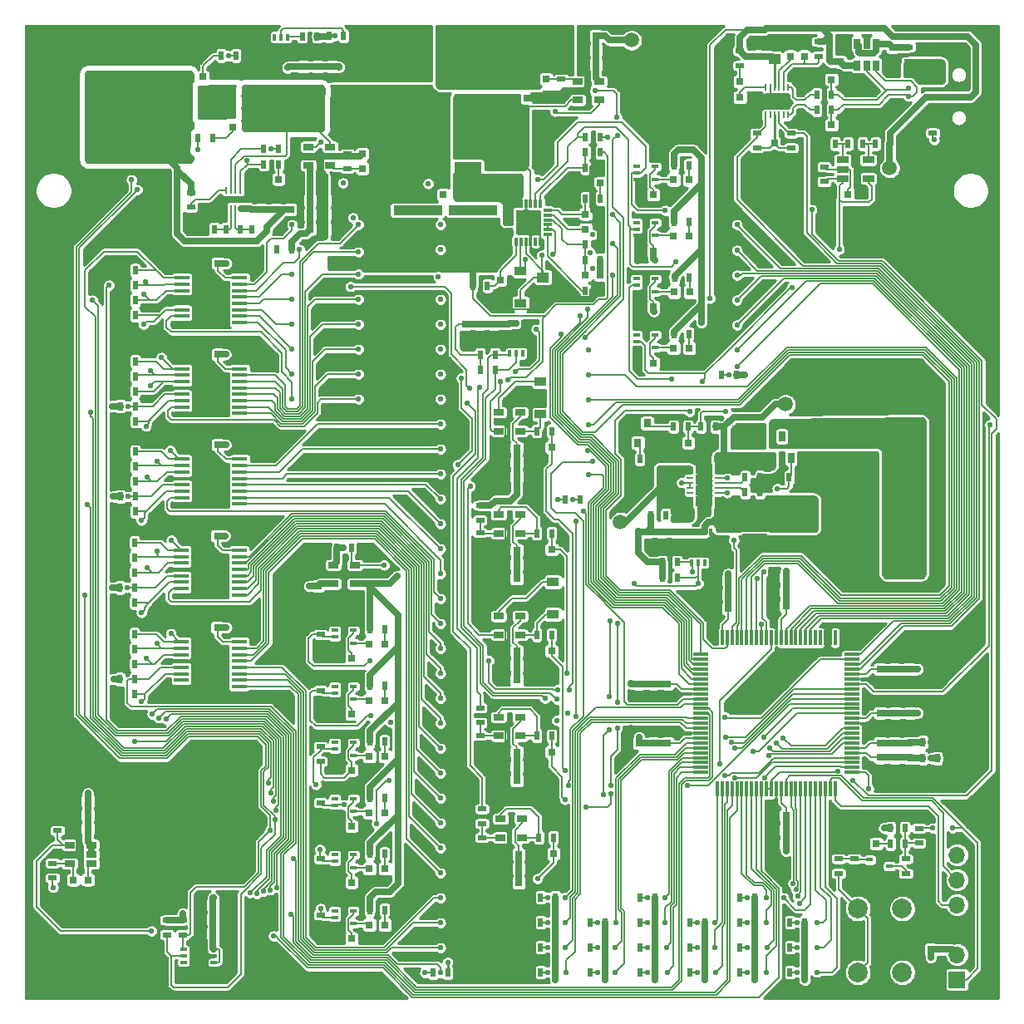
<source format=gbr>
G04 #@! TF.GenerationSoftware,KiCad,Pcbnew,(5.1.2)-1*
G04 #@! TF.CreationDate,2019-09-01T11:48:08-05:00*
G04 #@! TF.ProjectId,Electronic_Calendar,456c6563-7472-46f6-9e69-635f43616c65,rev?*
G04 #@! TF.SameCoordinates,Original*
G04 #@! TF.FileFunction,Copper,L1,Top*
G04 #@! TF.FilePolarity,Positive*
%FSLAX46Y46*%
G04 Gerber Fmt 4.6, Leading zero omitted, Abs format (unit mm)*
G04 Created by KiCad (PCBNEW (5.1.2)-1) date 2019-09-01 11:48:08*
%MOMM*%
%LPD*%
G04 APERTURE LIST*
%ADD10R,1.200000X0.900000*%
%ADD11R,3.510001X2.540000*%
%ADD12R,1.060000X0.650000*%
%ADD13R,0.650000X1.060000*%
%ADD14R,0.800000X0.900000*%
%ADD15C,1.500000*%
%ADD16R,0.500000X0.900000*%
%ADD17R,0.750000X0.800000*%
%ADD18R,0.650000X0.250000*%
%ADD19R,0.830000X1.100000*%
%ADD20R,1.000000X2.500000*%
%ADD21R,2.500000X1.000000*%
%ADD22R,0.800000X0.750000*%
%ADD23C,1.524000*%
%ADD24R,0.350000X0.650000*%
%ADD25R,1.200000X0.775000*%
%ADD26R,0.650000X0.350000*%
%ADD27R,0.775000X1.200000*%
%ADD28R,0.250000X0.700000*%
%ADD29R,1.190000X0.830000*%
%ADD30R,1.220000X0.650000*%
%ADD31R,1.500000X0.450000*%
%ADD32R,0.650000X0.400000*%
%ADD33R,0.300000X1.500000*%
%ADD34R,1.500000X0.300000*%
%ADD35R,0.850000X0.300000*%
%ADD36R,0.300000X0.850000*%
%ADD37R,1.300000X1.300000*%
%ADD38R,1.100000X0.610000*%
%ADD39R,1.700000X1.700000*%
%ADD40C,2.000000*%
%ADD41R,0.900000X0.500000*%
%ADD42R,3.200000X0.800000*%
%ADD43R,0.800000X3.200000*%
%ADD44R,0.700000X0.450000*%
%ADD45R,0.800000X0.700000*%
%ADD46R,4.290000X4.500000*%
%ADD47R,1.600000X1.550000*%
%ADD48R,1.200000X1.550000*%
%ADD49R,2.790000X1.903000*%
%ADD50O,1.700000X1.700000*%
%ADD51R,3.500000X3.500000*%
%ADD52R,0.800000X0.800000*%
%ADD53R,1.800000X2.500000*%
%ADD54R,1.250000X1.000000*%
%ADD55R,5.000000X1.000000*%
%ADD56R,2.700000X2.550000*%
%ADD57C,0.560000*%
%ADD58C,0.635000*%
%ADD59C,0.127000*%
%ADD60C,0.254000*%
%ADD61C,0.200000*%
G04 APERTURE END LIST*
D10*
X121475500Y-105409000D03*
X121475500Y-102109000D03*
X120205500Y-85025500D03*
X120205500Y-81725500D03*
D11*
X157099000Y-97230000D03*
X157099000Y-67870000D03*
D12*
X101303000Y-102296000D03*
X101303000Y-101346000D03*
X101303000Y-100396000D03*
X99103000Y-100396000D03*
X99103000Y-102296000D03*
X99103000Y-101346000D03*
D13*
X143830000Y-89492000D03*
X144780000Y-89492000D03*
X145730000Y-89492000D03*
X145730000Y-87292000D03*
X143830000Y-87292000D03*
X144780000Y-87292000D03*
D14*
X130114000Y-87931500D03*
X132014000Y-87931500D03*
X131064000Y-85931500D03*
D15*
X145161000Y-84010500D03*
D16*
X99453000Y-98615500D03*
X100953000Y-98615500D03*
X145530000Y-91440000D03*
X144030000Y-91440000D03*
X130314000Y-89598500D03*
X131814000Y-89598500D03*
D17*
X97536000Y-101040500D03*
X97536000Y-102540500D03*
D15*
X128346200Y-96024700D03*
X129476500Y-46926500D03*
D16*
X141045500Y-91440000D03*
X142545500Y-91440000D03*
X141045500Y-92964000D03*
X142545500Y-92964000D03*
D18*
X138267500Y-94015500D03*
X138267500Y-93515500D03*
X138267500Y-93015500D03*
X138267500Y-92515500D03*
X138267500Y-92015500D03*
X138267500Y-91515500D03*
X138267500Y-91015500D03*
X138267500Y-90515500D03*
X135417500Y-90515500D03*
X135417500Y-91015500D03*
X135417500Y-91515500D03*
X135417500Y-92015500D03*
X135417500Y-92515500D03*
X135417500Y-93015500D03*
X135417500Y-93515500D03*
X135417500Y-94015500D03*
D19*
X136427500Y-90615500D03*
X136427500Y-91715500D03*
X136427500Y-92815500D03*
X136427500Y-93915500D03*
X137257500Y-90615500D03*
X137257500Y-91715500D03*
X137257500Y-92815500D03*
X137257500Y-93915500D03*
D16*
X131457000Y-95300800D03*
X132957000Y-95300800D03*
X135243000Y-86296500D03*
X133743000Y-86296500D03*
X138037000Y-86296500D03*
X136537000Y-86296500D03*
D20*
X132627500Y-92265500D03*
X129627500Y-92265500D03*
D21*
X140970000Y-89701500D03*
X140970000Y-86701500D03*
X142062200Y-94689800D03*
X142062200Y-97689800D03*
D22*
X133743000Y-87947500D03*
X135243000Y-87947500D03*
D23*
X157099000Y-64833500D03*
X157099000Y-100266500D03*
D16*
X94857000Y-68262500D03*
X93357000Y-68262500D03*
X140132500Y-81026000D03*
X138632500Y-81026000D03*
X110744000Y-141922500D03*
X109244000Y-141922500D03*
X122745500Y-93726000D03*
X124245500Y-93726000D03*
D12*
X116121000Y-126240500D03*
X116121000Y-127190500D03*
X116121000Y-128140500D03*
X118321000Y-128140500D03*
X118321000Y-126240500D03*
X115930500Y-115890000D03*
X115930500Y-116840000D03*
X115930500Y-117790000D03*
X118130500Y-117790000D03*
X118130500Y-115890000D03*
X115930500Y-105603000D03*
X115930500Y-106553000D03*
X115930500Y-107503000D03*
X118130500Y-107503000D03*
X118130500Y-105603000D03*
X115930500Y-95252500D03*
X115930500Y-96202500D03*
X115930500Y-97152500D03*
X118130500Y-97152500D03*
X118130500Y-95252500D03*
X115930500Y-84838500D03*
X115930500Y-85788500D03*
X115930500Y-86738500D03*
X118130500Y-86738500D03*
X118130500Y-84838500D03*
D24*
X135626200Y-100152800D03*
X136276200Y-100152800D03*
X136926200Y-100152800D03*
X137576200Y-100152800D03*
X137576200Y-97052800D03*
X136926200Y-97052800D03*
X136276200Y-97052800D03*
X135626200Y-97052800D03*
D25*
X137201200Y-98215300D03*
X136001200Y-98215300D03*
X137201200Y-98990300D03*
X136001200Y-98990300D03*
D24*
X94421600Y-46621100D03*
X93771600Y-46621100D03*
X93121600Y-46621100D03*
X92471600Y-46621100D03*
X92471600Y-49721100D03*
X93121600Y-49721100D03*
X93771600Y-49721100D03*
X94421600Y-49721100D03*
D25*
X92846600Y-48558600D03*
X94046600Y-48558600D03*
X92846600Y-47783600D03*
X94046600Y-47783600D03*
D26*
X83844800Y-139563200D03*
X83844800Y-140213200D03*
X83844800Y-140863200D03*
X83844800Y-141513200D03*
X86944800Y-141513200D03*
X86944800Y-140863200D03*
X86944800Y-140213200D03*
X86944800Y-139563200D03*
D27*
X85782300Y-141138200D03*
X85782300Y-139938200D03*
X85007300Y-141138200D03*
X85007300Y-139938200D03*
D24*
X117084200Y-78842200D03*
X117734200Y-78842200D03*
X118384200Y-78842200D03*
X119034200Y-78842200D03*
X119034200Y-75742200D03*
X118384200Y-75742200D03*
X117734200Y-75742200D03*
X117084200Y-75742200D03*
D25*
X118659200Y-76904700D03*
X117459200Y-76904700D03*
X118659200Y-77679700D03*
X117459200Y-77679700D03*
D13*
X154366000Y-47287000D03*
X153416000Y-47287000D03*
X152466000Y-47287000D03*
X152466000Y-49487000D03*
X154366000Y-49487000D03*
X153416000Y-49487000D03*
D28*
X145397000Y-51749500D03*
X144947000Y-51749500D03*
X144497000Y-51749500D03*
X144047000Y-51749500D03*
X143597000Y-51749500D03*
X143147000Y-51749500D03*
X143147000Y-54549500D03*
X143597000Y-54549500D03*
X144047000Y-54549500D03*
X144497000Y-54549500D03*
X144947000Y-54549500D03*
X145397000Y-54549500D03*
D29*
X143677000Y-53564500D03*
X144867000Y-53564500D03*
X143677000Y-52734500D03*
X144867000Y-52734500D03*
D30*
X153583000Y-61021000D03*
X153583000Y-60071000D03*
X153583000Y-59121000D03*
X150963000Y-59121000D03*
X150963000Y-60071000D03*
X150963000Y-61021000D03*
D31*
X83600500Y-108215000D03*
X83600500Y-108865000D03*
X83600500Y-109515000D03*
X83600500Y-110165000D03*
X83600500Y-110815000D03*
X83600500Y-111465000D03*
X83600500Y-112115000D03*
X83600500Y-112765000D03*
X89500500Y-112765000D03*
X89500500Y-112115000D03*
X89500500Y-111465000D03*
X89500500Y-110815000D03*
X89500500Y-110165000D03*
X89500500Y-109515000D03*
X89500500Y-108865000D03*
X89500500Y-108215000D03*
X83600500Y-98880500D03*
X83600500Y-99530500D03*
X83600500Y-100180500D03*
X83600500Y-100830500D03*
X83600500Y-101480500D03*
X83600500Y-102130500D03*
X83600500Y-102780500D03*
X83600500Y-103430500D03*
X89500500Y-103430500D03*
X89500500Y-102780500D03*
X89500500Y-102130500D03*
X89500500Y-101480500D03*
X89500500Y-100830500D03*
X89500500Y-100180500D03*
X89500500Y-99530500D03*
X89500500Y-98880500D03*
X83664000Y-71131000D03*
X83664000Y-71781000D03*
X83664000Y-72431000D03*
X83664000Y-73081000D03*
X83664000Y-73731000D03*
X83664000Y-74381000D03*
X83664000Y-75031000D03*
X83664000Y-75681000D03*
X89564000Y-75681000D03*
X89564000Y-75031000D03*
X89564000Y-74381000D03*
X89564000Y-73731000D03*
X89564000Y-73081000D03*
X89564000Y-72431000D03*
X89564000Y-71781000D03*
X89564000Y-71131000D03*
X83664000Y-89609500D03*
X83664000Y-90259500D03*
X83664000Y-90909500D03*
X83664000Y-91559500D03*
X83664000Y-92209500D03*
X83664000Y-92859500D03*
X83664000Y-93509500D03*
X83664000Y-94159500D03*
X89564000Y-94159500D03*
X89564000Y-93509500D03*
X89564000Y-92859500D03*
X89564000Y-92209500D03*
X89564000Y-91559500D03*
X89564000Y-90909500D03*
X89564000Y-90259500D03*
X89564000Y-89609500D03*
X83664000Y-80402000D03*
X83664000Y-81052000D03*
X83664000Y-81702000D03*
X83664000Y-82352000D03*
X83664000Y-83002000D03*
X83664000Y-83652000D03*
X83664000Y-84302000D03*
X83664000Y-84952000D03*
X89564000Y-84952000D03*
X89564000Y-84302000D03*
X89564000Y-83652000D03*
X89564000Y-83002000D03*
X89564000Y-82352000D03*
X89564000Y-81702000D03*
X89564000Y-81052000D03*
X89564000Y-80402000D03*
D32*
X99235000Y-135628500D03*
X99235000Y-136928500D03*
X99235000Y-136278500D03*
X101135000Y-136928500D03*
X101135000Y-135628500D03*
X99253000Y-129906000D03*
X99253000Y-131206000D03*
X99253000Y-130556000D03*
X101153000Y-131206000D03*
X101153000Y-129906000D03*
X99253000Y-124191000D03*
X99253000Y-125491000D03*
X99253000Y-124841000D03*
X101153000Y-125491000D03*
X101153000Y-124191000D03*
X99253000Y-118476000D03*
X99253000Y-119776000D03*
X99253000Y-119126000D03*
X101153000Y-119776000D03*
X101153000Y-118476000D03*
X99253000Y-112761000D03*
X99253000Y-114061000D03*
X99253000Y-113411000D03*
X101153000Y-114061000D03*
X101153000Y-112761000D03*
X99253000Y-107046000D03*
X99253000Y-108346000D03*
X99253000Y-107696000D03*
X101153000Y-108346000D03*
X101153000Y-107046000D03*
X129987000Y-76947000D03*
X129987000Y-78247000D03*
X129987000Y-77597000D03*
X131887000Y-78247000D03*
X131887000Y-76947000D03*
X129987000Y-71232000D03*
X129987000Y-72532000D03*
X129987000Y-71882000D03*
X131887000Y-72532000D03*
X131887000Y-71232000D03*
X129987000Y-65517000D03*
X129987000Y-66817000D03*
X129987000Y-66167000D03*
X131887000Y-66817000D03*
X131887000Y-65517000D03*
X129987000Y-59802000D03*
X129987000Y-61102000D03*
X129987000Y-60452000D03*
X131887000Y-61102000D03*
X131887000Y-59802000D03*
D12*
X72242500Y-128907500D03*
X72242500Y-129857500D03*
X72242500Y-130807500D03*
X74442500Y-130807500D03*
X74442500Y-128907500D03*
X74442500Y-129857500D03*
D33*
X138208500Y-123206500D03*
X138708500Y-123206500D03*
X139208500Y-123206500D03*
X139708500Y-123206500D03*
X140208500Y-123206500D03*
X140708500Y-123206500D03*
X141208500Y-123206500D03*
X141708500Y-123206500D03*
X142208500Y-123206500D03*
X142708500Y-123206500D03*
X143208500Y-123206500D03*
X143708500Y-123206500D03*
X144208500Y-123206500D03*
X144708500Y-123206500D03*
X145208500Y-123206500D03*
X145708500Y-123206500D03*
X146208500Y-123206500D03*
X146708500Y-123206500D03*
X147208500Y-123206500D03*
X147708500Y-123206500D03*
X148208500Y-123206500D03*
X148708500Y-123206500D03*
X149208500Y-123206500D03*
X149708500Y-123206500D03*
X150208500Y-123206500D03*
D34*
X151908500Y-121506500D03*
X151908500Y-121006500D03*
X151908500Y-120506500D03*
X151908500Y-120006500D03*
X151908500Y-119506500D03*
X151908500Y-119006500D03*
X151908500Y-118506500D03*
X151908500Y-118006500D03*
X151908500Y-117506500D03*
X151908500Y-117006500D03*
X151908500Y-116506500D03*
X151908500Y-116006500D03*
X151908500Y-115506500D03*
X151908500Y-115006500D03*
X151908500Y-114506500D03*
X151908500Y-114006500D03*
X151908500Y-113506500D03*
X151908500Y-113006500D03*
X151908500Y-112506500D03*
X151908500Y-112006500D03*
X151908500Y-111506500D03*
X151908500Y-111006500D03*
X151908500Y-110506500D03*
X151908500Y-110006500D03*
X151908500Y-109506500D03*
D33*
X150208500Y-107806500D03*
X149708500Y-107806500D03*
X149208500Y-107806500D03*
X148708500Y-107806500D03*
X148208500Y-107806500D03*
X147708500Y-107806500D03*
X147208500Y-107806500D03*
X146708500Y-107806500D03*
X146208500Y-107806500D03*
X145708500Y-107806500D03*
X145208500Y-107806500D03*
X144708500Y-107806500D03*
X144208500Y-107806500D03*
X143708500Y-107806500D03*
X143208500Y-107806500D03*
X142708500Y-107806500D03*
X142208500Y-107806500D03*
X141708500Y-107806500D03*
X141208500Y-107806500D03*
X140708500Y-107806500D03*
X140208500Y-107806500D03*
X139708500Y-107806500D03*
X139208500Y-107806500D03*
X138708500Y-107806500D03*
X138208500Y-107806500D03*
D34*
X136508500Y-109506500D03*
X136508500Y-110006500D03*
X136508500Y-110506500D03*
X136508500Y-111006500D03*
X136508500Y-111506500D03*
X136508500Y-112006500D03*
X136508500Y-112506500D03*
X136508500Y-113006500D03*
X136508500Y-113506500D03*
X136508500Y-114006500D03*
X136508500Y-114506500D03*
X136508500Y-115006500D03*
X136508500Y-115506500D03*
X136508500Y-116006500D03*
X136508500Y-116506500D03*
X136508500Y-117006500D03*
X136508500Y-117506500D03*
X136508500Y-118006500D03*
X136508500Y-118506500D03*
X136508500Y-119006500D03*
X136508500Y-119506500D03*
X136508500Y-120006500D03*
X136508500Y-120506500D03*
X136508500Y-121006500D03*
X136508500Y-121506500D03*
D12*
X123995000Y-51120000D03*
X123995000Y-52070000D03*
X123995000Y-53020000D03*
X126195000Y-53020000D03*
X126195000Y-51120000D03*
D35*
X120900500Y-66733500D03*
X120900500Y-66233500D03*
X120900500Y-65733500D03*
X120900500Y-65233500D03*
X120900500Y-64733500D03*
X120900500Y-64233500D03*
D36*
X120200500Y-63533500D03*
X119700500Y-63533500D03*
X119200500Y-63533500D03*
X118700500Y-63533500D03*
X118200500Y-63533500D03*
X117700500Y-63533500D03*
D35*
X117000500Y-64233500D03*
X117000500Y-64733500D03*
X117000500Y-65233500D03*
X117000500Y-65733500D03*
X117000500Y-66233500D03*
X117000500Y-66733500D03*
D36*
X117700500Y-67433500D03*
X118200500Y-67433500D03*
X118700500Y-67433500D03*
X119200500Y-67433500D03*
X119700500Y-67433500D03*
X120200500Y-67433500D03*
D37*
X118300500Y-64833500D03*
X118300500Y-66133500D03*
X119600500Y-64833500D03*
X119600500Y-66133500D03*
D12*
X98763000Y-59687500D03*
X98763000Y-58737500D03*
X98763000Y-57787500D03*
X96563000Y-57787500D03*
X96563000Y-59687500D03*
D28*
X88150000Y-64044000D03*
X88650000Y-64044000D03*
X89150000Y-64044000D03*
X89650000Y-64044000D03*
X89650000Y-62194000D03*
X89150000Y-62194000D03*
X88650000Y-62194000D03*
X88150000Y-62194000D03*
D38*
X89450000Y-63119000D03*
X88350000Y-63119000D03*
D15*
X155765500Y-59944000D03*
X105981500Y-57594500D03*
X77470000Y-57594500D03*
D39*
X91617800Y-142087600D03*
D40*
X152535500Y-135382000D03*
X157035500Y-135382000D03*
X152535500Y-141882000D03*
X157035500Y-141882000D03*
D16*
X121527000Y-128143000D03*
X120027000Y-128143000D03*
X121336500Y-117792500D03*
X119836500Y-117792500D03*
D41*
X114236500Y-129655000D03*
X114236500Y-128155000D03*
X114236500Y-126734000D03*
X114236500Y-125234000D03*
X114046000Y-117741000D03*
X114046000Y-119241000D03*
X114046000Y-116447000D03*
X114046000Y-114947000D03*
D16*
X121336500Y-107505500D03*
X119836500Y-107505500D03*
X121336500Y-97155000D03*
X119836500Y-97155000D03*
X121336500Y-86741000D03*
X119836500Y-86741000D03*
D41*
X114046000Y-98603500D03*
X114046000Y-97103500D03*
X114046000Y-95809500D03*
X114046000Y-94309500D03*
D16*
X132612700Y-101688900D03*
X134112700Y-101688900D03*
X132612700Y-100101400D03*
X134112700Y-100101400D03*
X98640200Y-46507400D03*
X100140200Y-46507400D03*
D41*
X82156300Y-136549700D03*
X82156300Y-138049700D03*
D16*
X114070700Y-80530700D03*
X115570700Y-80530700D03*
X97435100Y-46520100D03*
X95935100Y-46520100D03*
D41*
X83743800Y-136549700D03*
X83743800Y-138049700D03*
D16*
X114070700Y-78943200D03*
X115570700Y-78943200D03*
D41*
X140525500Y-48018000D03*
X140525500Y-49518000D03*
D16*
X149848000Y-52451000D03*
X148348000Y-52451000D03*
X149848000Y-54038500D03*
X148348000Y-54038500D03*
D41*
X149098000Y-59829000D03*
X149098000Y-61329000D03*
X142240000Y-57900000D03*
X142240000Y-56400000D03*
X145732500Y-57900000D03*
X145732500Y-56400000D03*
D16*
X150229000Y-57467500D03*
X148729000Y-57467500D03*
X153023000Y-57467500D03*
X151523000Y-57467500D03*
X155817000Y-57467500D03*
X154317000Y-57467500D03*
D41*
X148526500Y-47065500D03*
X148526500Y-48565500D03*
D16*
X77355000Y-112014000D03*
X78855000Y-112014000D03*
X77355000Y-102679500D03*
X78855000Y-102679500D03*
X78855000Y-113538000D03*
X77355000Y-113538000D03*
X78855000Y-104203500D03*
X77355000Y-104203500D03*
X78855000Y-110490000D03*
X77355000Y-110490000D03*
X78855000Y-101155500D03*
X77355000Y-101155500D03*
X78855000Y-108966000D03*
X77355000Y-108966000D03*
X78855000Y-99631500D03*
X77355000Y-99631500D03*
X78855000Y-107442000D03*
X77355000Y-107442000D03*
X78855000Y-98107500D03*
X77355000Y-98107500D03*
X77418500Y-93408500D03*
X78918500Y-93408500D03*
X77418500Y-84201000D03*
X78918500Y-84201000D03*
X78918500Y-74930000D03*
X77418500Y-74930000D03*
X78918500Y-94932500D03*
X77418500Y-94932500D03*
X78918500Y-85725000D03*
X77418500Y-85725000D03*
X78918500Y-73406000D03*
X77418500Y-73406000D03*
X78918500Y-91884500D03*
X77418500Y-91884500D03*
X78918500Y-82677000D03*
X77418500Y-82677000D03*
X78918500Y-71882000D03*
X77418500Y-71882000D03*
X78918500Y-90360500D03*
X77418500Y-90360500D03*
X78918500Y-81153000D03*
X77418500Y-81153000D03*
X78918500Y-70358000D03*
X77418500Y-70358000D03*
X78918500Y-88836500D03*
X77418500Y-88836500D03*
X78918500Y-79629000D03*
X77418500Y-79629000D03*
X126797500Y-141859000D03*
X125297500Y-141859000D03*
X126797500Y-139319000D03*
X125297500Y-139319000D03*
X126797500Y-136779000D03*
X125297500Y-136779000D03*
X136957500Y-141859000D03*
X135457500Y-141859000D03*
X136957500Y-139319000D03*
X135457500Y-139319000D03*
X136957500Y-136779000D03*
X135457500Y-136779000D03*
X147117500Y-141859000D03*
X145617500Y-141859000D03*
X147117500Y-139319000D03*
X145617500Y-139319000D03*
X147117500Y-136779000D03*
X145617500Y-136779000D03*
X121717500Y-141859000D03*
X120217500Y-141859000D03*
X121717500Y-139319000D03*
X120217500Y-139319000D03*
X121717500Y-136779000D03*
X120217500Y-136779000D03*
X121717500Y-134239000D03*
X120217500Y-134239000D03*
X131877500Y-141859000D03*
X130377500Y-141859000D03*
X131877500Y-139319000D03*
X130377500Y-139319000D03*
X131877500Y-136779000D03*
X130377500Y-136779000D03*
X131877500Y-134239000D03*
X130377500Y-134239000D03*
X142037500Y-141859000D03*
X140537500Y-141859000D03*
X142037500Y-139319000D03*
X140537500Y-139319000D03*
X142037500Y-136779000D03*
X140537500Y-136779000D03*
X142037500Y-134239000D03*
X140537500Y-134239000D03*
X102818500Y-135509000D03*
X104318500Y-135509000D03*
X102818500Y-129794000D03*
X104318500Y-129794000D03*
D41*
X97790000Y-136029000D03*
X97790000Y-137529000D03*
X97790000Y-130314000D03*
X97790000Y-131814000D03*
D16*
X102818500Y-124079000D03*
X104318500Y-124079000D03*
X102818500Y-118364000D03*
X104318500Y-118364000D03*
D41*
X97790000Y-124599000D03*
X97790000Y-126099000D03*
X97790000Y-120384000D03*
X97790000Y-118884000D03*
D16*
X102818500Y-112649000D03*
X104318500Y-112649000D03*
X102818500Y-106934000D03*
X104318500Y-106934000D03*
D41*
X97790000Y-113169000D03*
X97790000Y-114669000D03*
X97790000Y-107454000D03*
X97790000Y-108954000D03*
D16*
X133806500Y-76835000D03*
X135306500Y-76835000D03*
X133870000Y-71120000D03*
X135370000Y-71120000D03*
X133806500Y-65405000D03*
X135306500Y-65405000D03*
X133806500Y-59690000D03*
X135306500Y-59690000D03*
D41*
X70993000Y-127432500D03*
X70993000Y-125932500D03*
X70485000Y-132258500D03*
X70485000Y-130758500D03*
X158750000Y-127202500D03*
X158750000Y-128702500D03*
D16*
X157341000Y-128778000D03*
X155841000Y-128778000D03*
X155841000Y-127190500D03*
X157341000Y-127190500D03*
D41*
X157416500Y-130314000D03*
X157416500Y-131814000D03*
X152146000Y-130314000D03*
X152146000Y-131814000D03*
X150558500Y-131814000D03*
X150558500Y-130314000D03*
X122301000Y-50875500D03*
X122301000Y-52375500D03*
D42*
X115951000Y-52870000D03*
X115951000Y-51270000D03*
D16*
X124789500Y-67754500D03*
X126289500Y-67754500D03*
X126289500Y-69342000D03*
X124789500Y-69342000D03*
X124789500Y-63055500D03*
X126289500Y-63055500D03*
X124789500Y-72453500D03*
X126289500Y-72453500D03*
X113296000Y-71945500D03*
X114796000Y-71945500D03*
X124789500Y-59944000D03*
X126289500Y-59944000D03*
X126289500Y-58356500D03*
X124789500Y-58356500D03*
X126289500Y-56769000D03*
X124789500Y-56769000D03*
D41*
X100520500Y-59995500D03*
X100520500Y-58495500D03*
D43*
X97498000Y-54305200D03*
X99098000Y-54305200D03*
D16*
X92023500Y-59563000D03*
X93523500Y-59563000D03*
X93523500Y-57975500D03*
X92023500Y-57975500D03*
X86805200Y-56883300D03*
X85305200Y-56883300D03*
X89167400Y-48501300D03*
X87667400Y-48501300D03*
D41*
X84582000Y-62432500D03*
X84582000Y-63932500D03*
D16*
X86983000Y-66167000D03*
X85483000Y-66167000D03*
X89650000Y-66167000D03*
X88150000Y-66167000D03*
X92317000Y-66167000D03*
X90817000Y-66167000D03*
D44*
X153749500Y-130414000D03*
X153749500Y-131714000D03*
X155749500Y-131064000D03*
D45*
X88829700Y-51925300D03*
X88829700Y-53195300D03*
X88829700Y-54475300D03*
X88829700Y-55745300D03*
X94329700Y-55745300D03*
X94329700Y-54475300D03*
X94329700Y-53195300D03*
X94329700Y-51925300D03*
D46*
X92079700Y-53835300D03*
D47*
X92829700Y-52745300D03*
X92829700Y-54925300D03*
D48*
X90829700Y-52745300D03*
X90829700Y-54925300D03*
D45*
X85820700Y-54475300D03*
X85820700Y-53205300D03*
X85820700Y-51925300D03*
X85820700Y-50655300D03*
X80320700Y-50655300D03*
X80320700Y-51925300D03*
X80320700Y-53205300D03*
X80320700Y-54475300D03*
D46*
X82570700Y-52565300D03*
D47*
X81820700Y-53655300D03*
X81820700Y-51475300D03*
D48*
X83820700Y-53655300D03*
X83820700Y-51475300D03*
D41*
X160147000Y-54876000D03*
X160147000Y-56376000D03*
X157670500Y-49137000D03*
X157670500Y-47637000D03*
D16*
X159143000Y-118427500D03*
X160643000Y-118427500D03*
X159143000Y-120078500D03*
X160643000Y-120078500D03*
D49*
X112776000Y-60275000D03*
X112776000Y-55422000D03*
D39*
X162623500Y-142621000D03*
D50*
X162623500Y-140081000D03*
X162623500Y-137541000D03*
X162623500Y-135001000D03*
X162623500Y-132461000D03*
X162623500Y-129921000D03*
D51*
X75971400Y-52349400D03*
X69971400Y-52349400D03*
X72971400Y-47649400D03*
D52*
X140532500Y-51145000D03*
X140532500Y-52745000D03*
X104368500Y-137033000D03*
X102768500Y-137033000D03*
X104368500Y-131318000D03*
X102768500Y-131318000D03*
X104368500Y-125603000D03*
X102768500Y-125603000D03*
X104368500Y-119888000D03*
X102768500Y-119888000D03*
X104368500Y-114173000D03*
X102768500Y-114173000D03*
X104368500Y-108458000D03*
X102768500Y-108458000D03*
X135356500Y-78295500D03*
X133756500Y-78295500D03*
X135420000Y-72580500D03*
X133820000Y-72580500D03*
X135356500Y-66865500D03*
X133756500Y-66865500D03*
X135356500Y-61150500D03*
X133756500Y-61150500D03*
D10*
X118173500Y-70422500D03*
X118173500Y-73722500D03*
D53*
X81546700Y-57931300D03*
X81546700Y-61931300D03*
D22*
X120027000Y-129794000D03*
X121527000Y-129794000D03*
X119836500Y-119443500D03*
X121336500Y-119443500D03*
X116471000Y-129857500D03*
X117971000Y-129857500D03*
X116280500Y-119443500D03*
X117780500Y-119443500D03*
X116471000Y-131318000D03*
X117971000Y-131318000D03*
X116280500Y-120904000D03*
X117780500Y-120904000D03*
X116471000Y-132778500D03*
X117971000Y-132778500D03*
X116280500Y-122364500D03*
X117780500Y-122364500D03*
X119836500Y-109156500D03*
X121336500Y-109156500D03*
X116280500Y-109156500D03*
X117780500Y-109156500D03*
X116280500Y-110617000D03*
X117780500Y-110617000D03*
X116280500Y-112077500D03*
X117780500Y-112077500D03*
X119836500Y-98806000D03*
X121336500Y-98806000D03*
X119836500Y-88392000D03*
X121336500Y-88392000D03*
X116280500Y-98869500D03*
X117780500Y-98869500D03*
X116280500Y-88455500D03*
X117780500Y-88455500D03*
X116280500Y-100330000D03*
X117780500Y-100330000D03*
X116280500Y-89916000D03*
X117780500Y-89916000D03*
X116280500Y-101790500D03*
X117780500Y-101790500D03*
X116280500Y-91376500D03*
X117780500Y-91376500D03*
D17*
X133997700Y-98501900D03*
X133997700Y-97001900D03*
X132537200Y-98501900D03*
X132537200Y-97001900D03*
X131076700Y-98501900D03*
X131076700Y-97001900D03*
X96050100Y-48119600D03*
X96050100Y-49619600D03*
D22*
X85343300Y-137934700D03*
X86843300Y-137934700D03*
D17*
X115455700Y-77343700D03*
X115455700Y-75843700D03*
X97510600Y-48119600D03*
X97510600Y-49619600D03*
D22*
X85343300Y-136474200D03*
X86843300Y-136474200D03*
D17*
X113995200Y-77343700D03*
X113995200Y-75843700D03*
X98971100Y-48119600D03*
X98971100Y-49619600D03*
D22*
X85343300Y-135013700D03*
X86843300Y-135013700D03*
D17*
X112534700Y-77343700D03*
X112534700Y-75843700D03*
X156083000Y-49137000D03*
X156083000Y-47637000D03*
D22*
X148348000Y-50927000D03*
X149848000Y-50927000D03*
X148348000Y-55562500D03*
X149848000Y-55562500D03*
D17*
X150749000Y-47637000D03*
X150749000Y-49137000D03*
X145669000Y-47065500D03*
X145669000Y-48565500D03*
D54*
X144018000Y-48815500D03*
X144018000Y-46815500D03*
D17*
X142367000Y-47065500D03*
X142367000Y-48565500D03*
D22*
X153023000Y-62611000D03*
X151523000Y-62611000D03*
D17*
X144018000Y-58916000D03*
X144018000Y-57416000D03*
X147066000Y-47065500D03*
X147066000Y-48565500D03*
D22*
X85800500Y-106743500D03*
X87300500Y-106743500D03*
X85800500Y-97409000D03*
X87300500Y-97409000D03*
X85864000Y-69659500D03*
X87364000Y-69659500D03*
X85864000Y-88138000D03*
X87364000Y-88138000D03*
X85864000Y-78930500D03*
X87364000Y-78930500D03*
X99453000Y-138430000D03*
X100953000Y-138430000D03*
X99453000Y-132715000D03*
X100953000Y-132715000D03*
X99453000Y-127000000D03*
X100953000Y-127000000D03*
X99453000Y-121285000D03*
X100953000Y-121285000D03*
X99453000Y-115570000D03*
X100953000Y-115570000D03*
X99453000Y-109855000D03*
X100953000Y-109855000D03*
X130187000Y-79819500D03*
X131687000Y-79819500D03*
X130187000Y-74104500D03*
X131687000Y-74104500D03*
X130187000Y-68389500D03*
X131687000Y-68389500D03*
X130187000Y-62674500D03*
X131687000Y-62674500D03*
X72592500Y-127254000D03*
X74092500Y-127254000D03*
X72592500Y-125857000D03*
X74092500Y-125857000D03*
X72592500Y-124460000D03*
X74092500Y-124460000D03*
X72592500Y-132461000D03*
X74092500Y-132461000D03*
D17*
X154813000Y-118503000D03*
X154813000Y-120003000D03*
X133159500Y-117042500D03*
X133159500Y-118542500D03*
X156273500Y-118503000D03*
X156273500Y-120003000D03*
X131699000Y-117042500D03*
X131699000Y-118542500D03*
X157734000Y-118503000D03*
X157734000Y-120003000D03*
X130238500Y-117042500D03*
X130238500Y-118542500D03*
D22*
X143712500Y-104584500D03*
X145212500Y-104584500D03*
D17*
X154813000Y-116955000D03*
X154813000Y-115455000D03*
D22*
X143712500Y-103124000D03*
X145212500Y-103124000D03*
D17*
X156337000Y-116955000D03*
X156337000Y-115455000D03*
D22*
X143712500Y-101663500D03*
X145212500Y-101663500D03*
D17*
X157861000Y-116955000D03*
X157861000Y-115455000D03*
D22*
X137807000Y-104838500D03*
X139307000Y-104838500D03*
D17*
X154813000Y-112510000D03*
X154813000Y-111010000D03*
D22*
X137807000Y-103378000D03*
X139307000Y-103378000D03*
D17*
X156273500Y-112510000D03*
X156273500Y-111010000D03*
D22*
X137807000Y-101917500D03*
X139307000Y-101917500D03*
D17*
X157734000Y-112510000D03*
X157734000Y-111010000D03*
X133159500Y-113970500D03*
X133159500Y-112470500D03*
D22*
X143712500Y-125920500D03*
X145212500Y-125920500D03*
D17*
X131699000Y-113970500D03*
X131699000Y-112470500D03*
D22*
X143712500Y-127381000D03*
X145212500Y-127381000D03*
D17*
X130238500Y-113970500D03*
X130238500Y-112470500D03*
D22*
X143712500Y-128841500D03*
X145212500Y-128841500D03*
X152920000Y-128778000D03*
X154420000Y-128778000D03*
D17*
X159956500Y-138061000D03*
X159956500Y-139561000D03*
X120777000Y-52375500D03*
X120777000Y-50875500D03*
X118808500Y-52820000D03*
X118808500Y-51320000D03*
D20*
X117181500Y-55562500D03*
X120181500Y-55562500D03*
D22*
X124345000Y-49403000D03*
X125845000Y-49403000D03*
X124345000Y-47942500D03*
X125845000Y-47942500D03*
D20*
X117181500Y-58864500D03*
X120181500Y-58864500D03*
D22*
X124345000Y-46482000D03*
X125845000Y-46482000D03*
X124789500Y-70866000D03*
X126289500Y-70866000D03*
D54*
X120459500Y-71072500D03*
X120459500Y-73072500D03*
D22*
X126289500Y-64643000D03*
X124789500Y-64643000D03*
X111811500Y-62674500D03*
X110311500Y-62674500D03*
X124789500Y-61468000D03*
X126289500Y-61468000D03*
D17*
X116141500Y-72822500D03*
X116141500Y-71322500D03*
D22*
X126289500Y-66167000D03*
X124789500Y-66167000D03*
D55*
X113347500Y-69856000D03*
X113347500Y-64256000D03*
X107696000Y-69856000D03*
X107696000Y-64256000D03*
D56*
X104800400Y-53975000D03*
X104800400Y-47625000D03*
D17*
X102044500Y-58495500D03*
X102044500Y-59995500D03*
D22*
X98222500Y-63246000D03*
X96722500Y-63246000D03*
X98222500Y-64706500D03*
X96722500Y-64706500D03*
X98222500Y-66167000D03*
X96722500Y-66167000D03*
X92023500Y-61087000D03*
X93523500Y-61087000D03*
D17*
X91757500Y-62686500D03*
X91757500Y-64186500D03*
X93281500Y-62686500D03*
X93281500Y-64186500D03*
X94742000Y-62686500D03*
X94742000Y-64186500D03*
D57*
X103822500Y-46672500D03*
X85007300Y-139938200D03*
X85782300Y-139938200D03*
X85007300Y-141138200D03*
X85782300Y-141138200D03*
X94046600Y-47783600D03*
X94046600Y-48558600D03*
X92846600Y-47783600D03*
X92846600Y-48558600D03*
X104457500Y-46672500D03*
X105092500Y-46672500D03*
X105727500Y-46672500D03*
X103822500Y-47307500D03*
X104457500Y-47307500D03*
X105092500Y-47307500D03*
X105727500Y-47307500D03*
X103822500Y-47942500D03*
X104457500Y-47942500D03*
X105092500Y-47942500D03*
X105727500Y-47942500D03*
X103822500Y-48577500D03*
X104457500Y-48577500D03*
X105092500Y-48577500D03*
X105727500Y-48577500D03*
X120586500Y-57912000D03*
X120586500Y-59182000D03*
X120586500Y-55880000D03*
X119951500Y-59817000D03*
X119951500Y-56515000D03*
X119951500Y-57912000D03*
X120586500Y-54610000D03*
X119951500Y-59182000D03*
X120586500Y-56515000D03*
X119951500Y-55880000D03*
X119951500Y-55245000D03*
X120586500Y-59817000D03*
X119951500Y-54610000D03*
X120586500Y-55245000D03*
X120586500Y-58547000D03*
X119951500Y-58547000D03*
X143677000Y-52734500D03*
X144867000Y-52734500D03*
X144867000Y-53564500D03*
X143677000Y-53564500D03*
X136001200Y-98215300D03*
X137201200Y-98215300D03*
X137201200Y-98990300D03*
X136001200Y-98990300D03*
X136427500Y-93915500D03*
X137257500Y-93915500D03*
X137257500Y-92815500D03*
X136427500Y-92815500D03*
X136427500Y-91715500D03*
X137257500Y-91715500D03*
X136427500Y-90615500D03*
X137257500Y-90615500D03*
X88350000Y-63119000D03*
X89450000Y-63119000D03*
X81788000Y-61277500D03*
X81788000Y-62547500D03*
X81153000Y-61277500D03*
X81153000Y-62547500D03*
X81788000Y-61912500D03*
X81153000Y-61912500D03*
X118300500Y-64833500D03*
X119600500Y-64833500D03*
X119600500Y-66133500D03*
X118300500Y-66133500D03*
X117459200Y-76904700D03*
X118659200Y-76904700D03*
X118659200Y-77679700D03*
X117459200Y-77679700D03*
X96647000Y-101028500D03*
X86169500Y-66167000D03*
X107696000Y-64198500D03*
X107061000Y-64198500D03*
X106426000Y-64198500D03*
X105791000Y-64198500D03*
X108331000Y-64198500D03*
X108966000Y-64198500D03*
X109601000Y-64198500D03*
X113919000Y-64198500D03*
X114554000Y-64198500D03*
X115189000Y-64198500D03*
X113284000Y-64198500D03*
X112014000Y-64198500D03*
X111379000Y-64198500D03*
X112649000Y-64198500D03*
X98234500Y-66929000D03*
X124333000Y-45783500D03*
X125539500Y-59944000D03*
X120459500Y-73977500D03*
X99695000Y-48133000D03*
X156083000Y-49137000D03*
X153416000Y-47287000D03*
X150749000Y-47637000D03*
X116280500Y-91376500D03*
X116280500Y-101790500D03*
X116280500Y-112077500D03*
X116280500Y-122364500D03*
X116471000Y-132778500D03*
X129413000Y-113982500D03*
X129413000Y-117030500D03*
X160147000Y-54876000D03*
X160845500Y-54229000D03*
X160210500Y-54229000D03*
X159575500Y-54229000D03*
X77406500Y-69532500D03*
X77406500Y-78676500D03*
X77406500Y-86487000D03*
X77406500Y-87757000D03*
X77406500Y-95758000D03*
X77343000Y-97345500D03*
X77343000Y-104965500D03*
X77343000Y-106616500D03*
X77343000Y-114363500D03*
X72580500Y-123634500D03*
X85344000Y-134239000D03*
X84963000Y-106743500D03*
X85026500Y-97409000D03*
X85090000Y-88138000D03*
X85090000Y-78930500D03*
X85026500Y-69659500D03*
X159956500Y-137223500D03*
X159956500Y-118427500D03*
X158623000Y-116967000D03*
X158623000Y-112522000D03*
X143700500Y-100965000D03*
X137795000Y-101219000D03*
X143700500Y-129540000D03*
X140970000Y-86701500D03*
X140081000Y-86701500D03*
X141859000Y-86701500D03*
X144780000Y-87292000D03*
X144780000Y-89492000D03*
X131076700Y-98501900D03*
X142049500Y-97687000D03*
X141160500Y-97687000D03*
X142938500Y-97687000D03*
X129627500Y-92265500D03*
X152146000Y-132397500D03*
X148348000Y-55562500D03*
X148348000Y-50927000D03*
X144018000Y-58916000D03*
X153023000Y-62611000D03*
X144018000Y-46815500D03*
X142367000Y-47065500D03*
X145669000Y-47065500D03*
X147066000Y-47065500D03*
X94742000Y-62686500D03*
X149733000Y-106743500D03*
X119836500Y-109156500D03*
X119836500Y-98806000D03*
X119836500Y-88392000D03*
X119836500Y-119443500D03*
X120027000Y-129794000D03*
X112534700Y-77343700D03*
X99453000Y-138430000D03*
X99453000Y-132715000D03*
X99453000Y-127000000D03*
X99453000Y-121285000D03*
X99453000Y-115570000D03*
X99453000Y-109855000D03*
X152920000Y-128778000D03*
X130187000Y-79819500D03*
X130111500Y-74549000D03*
X130111500Y-69405500D03*
X130187000Y-62674500D03*
X100139500Y-98615500D03*
X96647000Y-102552500D03*
X92773500Y-57975500D03*
X127063500Y-56769000D03*
X126746000Y-46482000D03*
X110236000Y-45974000D03*
X111125000Y-45974000D03*
X112014000Y-45974000D03*
X112903000Y-45974000D03*
X113792000Y-45974000D03*
X114681000Y-45974000D03*
X115570000Y-45974000D03*
X116459000Y-45974000D03*
X117348000Y-45974000D03*
X118237000Y-45974000D03*
X119126000Y-45974000D03*
X120015000Y-45974000D03*
X120904000Y-45974000D03*
X121793000Y-45974000D03*
X122682000Y-45974000D03*
X110236000Y-46863000D03*
X111125000Y-46863000D03*
X112014000Y-46863000D03*
X112903000Y-46863000D03*
X113792000Y-46863000D03*
X114681000Y-46863000D03*
X115570000Y-46863000D03*
X116459000Y-46863000D03*
X117348000Y-46863000D03*
X118237000Y-46863000D03*
X119126000Y-46863000D03*
X120015000Y-46863000D03*
X120904000Y-46863000D03*
X121793000Y-46863000D03*
X122682000Y-46863000D03*
X110236000Y-47752000D03*
X111125000Y-47752000D03*
X112014000Y-47752000D03*
X112903000Y-47752000D03*
X113792000Y-47752000D03*
X114681000Y-47752000D03*
X115570000Y-47752000D03*
X116459000Y-47752000D03*
X117348000Y-47752000D03*
X118237000Y-47752000D03*
X119126000Y-47752000D03*
X120015000Y-47752000D03*
X120904000Y-47752000D03*
X121793000Y-47752000D03*
X122682000Y-47752000D03*
X110236000Y-48641000D03*
X111125000Y-48641000D03*
X112014000Y-48641000D03*
X112903000Y-48641000D03*
X113792000Y-48641000D03*
X114681000Y-48641000D03*
X115570000Y-48641000D03*
X116459000Y-48641000D03*
X117348000Y-48641000D03*
X118237000Y-48641000D03*
X119126000Y-48641000D03*
X120015000Y-48641000D03*
X120904000Y-48641000D03*
X121793000Y-48641000D03*
X122682000Y-48641000D03*
X110236000Y-49530000D03*
X111125000Y-49530000D03*
X112014000Y-49530000D03*
X112903000Y-49530000D03*
X113792000Y-49530000D03*
X114681000Y-49530000D03*
X115570000Y-49530000D03*
X116459000Y-49530000D03*
X117348000Y-49530000D03*
X118237000Y-49530000D03*
X119126000Y-49530000D03*
X120015000Y-49530000D03*
X120904000Y-49530000D03*
X121793000Y-49530000D03*
X122682000Y-49530000D03*
X121666000Y-54165500D03*
X99695000Y-49657000D03*
X117780500Y-91376500D03*
X117780500Y-101790500D03*
X117780500Y-112077500D03*
X117780500Y-122364500D03*
X117971000Y-132778500D03*
X76581000Y-84201000D03*
X76644500Y-93408500D03*
X76581000Y-102679500D03*
X76708000Y-112014000D03*
X74104500Y-123634500D03*
X86868000Y-134239000D03*
X88201500Y-106743500D03*
X88074500Y-97409000D03*
X88138000Y-88138000D03*
X88138000Y-78930500D03*
X88201500Y-69659500D03*
X99250500Y-46482000D03*
X144018000Y-57416000D03*
X130175000Y-96901000D03*
X144335500Y-93599000D03*
X144970500Y-93599000D03*
X145605500Y-93599000D03*
X146240500Y-93599000D03*
X146875500Y-93599000D03*
X147510500Y-93599000D03*
X148145500Y-93599000D03*
X144335500Y-94234000D03*
X144970500Y-94234000D03*
X145605500Y-94234000D03*
X146240500Y-94234000D03*
X146875500Y-94234000D03*
X147510500Y-94234000D03*
X148145500Y-94234000D03*
X144335500Y-94869000D03*
X144970500Y-94869000D03*
X145605500Y-94869000D03*
X146240500Y-94869000D03*
X146875500Y-94869000D03*
X147510500Y-94869000D03*
X148145500Y-94869000D03*
X144335500Y-95504000D03*
X144970500Y-95504000D03*
X145605500Y-95504000D03*
X146240500Y-95504000D03*
X146875500Y-95504000D03*
X147510500Y-95504000D03*
X148145500Y-95504000D03*
X144335500Y-96139000D03*
X144970500Y-96139000D03*
X145605500Y-96139000D03*
X146240500Y-96139000D03*
X146875500Y-96139000D03*
X147510500Y-96139000D03*
X148145500Y-96139000D03*
X144335500Y-96774000D03*
X144970500Y-96774000D03*
X145605500Y-96774000D03*
X146240500Y-96774000D03*
X146875500Y-96774000D03*
X147510500Y-96774000D03*
X148145500Y-96774000D03*
X121729500Y-142666002D03*
X126809500Y-142684500D03*
X131889500Y-142684500D03*
X136969500Y-142666002D03*
X142049500Y-142684500D03*
X147129500Y-142684500D03*
X151523000Y-62611000D03*
X83756500Y-135890000D03*
X112534700Y-75843700D03*
X96717406Y-66169813D03*
X110744000Y-140843000D03*
X100953000Y-138430000D03*
X100953000Y-132715000D03*
X100953000Y-127000000D03*
X100953000Y-121285000D03*
X100953000Y-115570000D03*
X100953000Y-109855000D03*
X121920000Y-93726000D03*
X131687000Y-79819500D03*
X131762500Y-74549000D03*
X131826000Y-69342000D03*
X131687000Y-62674500D03*
X126289500Y-69342000D03*
X141033500Y-81026000D03*
X116141500Y-81724500D03*
X112966500Y-82359500D03*
X100838000Y-72009000D03*
X101092000Y-65024000D03*
X98763000Y-59687500D03*
X97790000Y-57340500D03*
X99123500Y-56705500D03*
X113982500Y-82296000D03*
X116903500Y-81534000D03*
X110311500Y-62674500D03*
X118618000Y-69278500D03*
X121475500Y-68770500D03*
X120332500Y-68834000D03*
X113030000Y-92329000D03*
X111760000Y-90170000D03*
X112141000Y-81343500D03*
X117665500Y-80708500D03*
X119761000Y-76390500D03*
X124729194Y-77231194D03*
X128016000Y-56642000D03*
X127952500Y-54737000D03*
X125730000Y-52070000D03*
X123995000Y-51120000D03*
X129413000Y-112458500D03*
X159956500Y-140398500D03*
X145224500Y-129540000D03*
X155194000Y-127190500D03*
X159956500Y-120078500D03*
X158623000Y-115443000D03*
X158623000Y-110998000D03*
X145224500Y-100965000D03*
X139319000Y-101282500D03*
X134556500Y-91186000D03*
X134556500Y-92773500D03*
X134556500Y-93535500D03*
X133858000Y-92392500D03*
X134556500Y-94234000D03*
X133921500Y-94805500D03*
X135318500Y-95631000D03*
X130238500Y-117919500D03*
X112712500Y-83883500D03*
X137477500Y-73215500D03*
X157670500Y-52646500D03*
X157670500Y-51836500D03*
X143573500Y-119062500D03*
X123126500Y-113131000D03*
X143446500Y-119824500D03*
X122898500Y-111442500D03*
X122719500Y-121322500D03*
X141859000Y-119380000D03*
X122682000Y-124269500D03*
X143028821Y-122050582D03*
X119888000Y-132334000D03*
X153606500Y-123190000D03*
X123469500Y-93726000D03*
X127534000Y-64706500D03*
X125539500Y-66749726D03*
X127534000Y-70866000D03*
X125490895Y-70217483D03*
X124206000Y-74993500D03*
X125069500Y-81026000D03*
X125069500Y-86106000D03*
X125069500Y-91186000D03*
X127534000Y-67627500D03*
X125260000Y-68548250D03*
X125031500Y-74358500D03*
X122297608Y-76895108D03*
X125069500Y-78486000D03*
X125069500Y-83566000D03*
X124971806Y-88743694D03*
X124624445Y-94932500D03*
X108420000Y-141922500D03*
X110020000Y-65722500D03*
X101663500Y-65722498D03*
X101663500Y-70739000D03*
X109797706Y-71024794D03*
X101663500Y-75882500D03*
X110020000Y-75882500D03*
X101663500Y-80962500D03*
X110020000Y-80962500D03*
X110020000Y-86042500D03*
X110020000Y-91122500D03*
X110020000Y-96202500D03*
X110020000Y-101282500D03*
X110020000Y-106362500D03*
X110020000Y-111442500D03*
X110020000Y-116522500D03*
X110020000Y-121602500D03*
X110020000Y-126682500D03*
X110020000Y-131762500D03*
X110020000Y-136842500D03*
X110020000Y-141922500D03*
X139375498Y-81026000D03*
X140208000Y-68326000D03*
X140208000Y-73406000D03*
X140208000Y-78486000D03*
X93357000Y-68262500D03*
X94907000Y-65722500D03*
X94907000Y-70802500D03*
X94907000Y-75882500D03*
X94907000Y-80962500D03*
X110020000Y-68262500D03*
X101663500Y-68516500D03*
X101663500Y-73342500D03*
X110020000Y-73342500D03*
X101663500Y-78422500D03*
X110020000Y-78422500D03*
X101663500Y-83502500D03*
X110020000Y-83502500D03*
X110020000Y-88582500D03*
X110020000Y-93662500D03*
X110020000Y-98742500D03*
X110020000Y-103822500D03*
X110020000Y-108902500D03*
X110020000Y-113982500D03*
X110020000Y-119062500D03*
X110020000Y-124142500D03*
X110020000Y-129222500D03*
X110020000Y-134302500D03*
X110020000Y-139382500D03*
X140208000Y-65722500D03*
X140208000Y-70866000D03*
X140208000Y-75946000D03*
X140208000Y-80168998D03*
X95669000Y-68262500D03*
X94907000Y-73342500D03*
X94907000Y-78422500D03*
X94907000Y-83502500D03*
X141280498Y-134239000D03*
X143192500Y-134239000D03*
X141280498Y-136779000D03*
X143192500Y-136779000D03*
X141280498Y-139319000D03*
X143256009Y-139319009D03*
X141280498Y-141859000D03*
X143192500Y-141859000D03*
X131120498Y-134239000D03*
X132905500Y-134239000D03*
X131120498Y-136779000D03*
X132905500Y-136779000D03*
X131120498Y-139319000D03*
X133032500Y-139319000D03*
X131120498Y-141859000D03*
X133096000Y-141859000D03*
X120960498Y-134239000D03*
X122682000Y-134239000D03*
X120960498Y-136779000D03*
X122745500Y-136779000D03*
X120960498Y-139319000D03*
X122745500Y-139319000D03*
X120960498Y-141859000D03*
X122809000Y-141859000D03*
X146360498Y-136779000D03*
X148336000Y-136779000D03*
X146360498Y-139319000D03*
X148336000Y-139319000D03*
X146360498Y-141859000D03*
X148336000Y-141859000D03*
X136200498Y-136779000D03*
X137985500Y-136779000D03*
X136200498Y-139319000D03*
X137985500Y-139319000D03*
X136200498Y-141859000D03*
X138049000Y-141859000D03*
X126040498Y-136779000D03*
X127889000Y-136779000D03*
X126040498Y-139319000D03*
X127825500Y-139319000D03*
X126040498Y-141859000D03*
X127825500Y-141859000D03*
X162179000Y-127190500D03*
X160147000Y-127190500D03*
X160204500Y-51041500D03*
X159448500Y-51041500D03*
X160972500Y-51041500D03*
X160304500Y-57091500D03*
X90312194Y-59208000D03*
X85280500Y-58039000D03*
X88392000Y-48514000D03*
X119888000Y-61087000D03*
X108775500Y-61531500D03*
X92023500Y-57975500D03*
X100076000Y-61468000D03*
X150495000Y-121386000D03*
X152019000Y-122301000D03*
X147828000Y-64198500D03*
X132905500Y-64262000D03*
X139192000Y-91545000D03*
X139192000Y-93027500D03*
X133985000Y-69532500D03*
X139890500Y-97853500D03*
X70548500Y-133223000D03*
X93027500Y-138176000D03*
X80581500Y-137668000D03*
X139001500Y-115861481D03*
X121916444Y-113089944D03*
X114935000Y-110109000D03*
X102806500Y-110109000D03*
X144208500Y-118554500D03*
X102933500Y-115760500D03*
X122936000Y-115443000D03*
X140017500Y-122047000D03*
X127418500Y-123698000D03*
X124841000Y-125031500D03*
X103505000Y-126746000D03*
X104775000Y-122364500D03*
X97345500Y-122745500D03*
X138493500Y-120650000D03*
X100219870Y-124816805D03*
X95033473Y-130302000D03*
X97726500Y-129349500D03*
X94742000Y-135953500D03*
X97790000Y-135382000D03*
X146230236Y-133456473D03*
X92646500Y-133477000D03*
X82042000Y-116078000D03*
X81597500Y-79248000D03*
X82486500Y-88709500D03*
X82613500Y-97853500D03*
X82550000Y-107378500D03*
X144966194Y-134306806D03*
X90629408Y-133789641D03*
X145923000Y-132842000D03*
X81343500Y-115951000D03*
X80454500Y-80581500D03*
X81115500Y-89789000D03*
X81115500Y-98933000D03*
X81115500Y-108394500D03*
X93318979Y-133223000D03*
X146385404Y-134125722D03*
X91972839Y-133611732D03*
X76263500Y-71882000D03*
X79946500Y-71501000D03*
X80645000Y-115570000D03*
X80454500Y-82105500D03*
X80137000Y-91440000D03*
X80137000Y-100647500D03*
X80073500Y-109918500D03*
X146558000Y-134874000D03*
X91313000Y-133858000D03*
X74549000Y-73406000D03*
X79819500Y-72834500D03*
X138963167Y-121818167D03*
X78867000Y-118364000D03*
X79756000Y-75882500D03*
X80010000Y-86233000D03*
X79565500Y-95821500D03*
X79565500Y-105219500D03*
X79565500Y-114300000D03*
X93255393Y-125412500D03*
X140017500Y-119036500D03*
X78168500Y-84201000D03*
X74395969Y-84836000D03*
X93001382Y-124456085D03*
X139671915Y-118442747D03*
X74041000Y-94234000D03*
X78168500Y-93408500D03*
X92747369Y-123628556D03*
X139065000Y-117972247D03*
X92493374Y-122618500D03*
X73787000Y-103441500D03*
X78105000Y-102679500D03*
X145796000Y-72136000D03*
X150629489Y-68206489D03*
X135382000Y-84772500D03*
X136652000Y-81661000D03*
X142303500Y-101790500D03*
X135636000Y-101092000D03*
X127254000Y-106045000D03*
X127190500Y-113792000D03*
X126619000Y-123776010D03*
X92684000Y-127381000D03*
X120650000Y-113982500D03*
X78549500Y-61150500D03*
X95935100Y-46520100D03*
X127190500Y-117157502D03*
X134112700Y-100101400D03*
X142684500Y-106426000D03*
X136271000Y-102298500D03*
X128079500Y-106299000D03*
X128016000Y-114363500D03*
X93154500Y-126301500D03*
X121856500Y-114072010D03*
X79121000Y-62166500D03*
X100140200Y-46507400D03*
X127381000Y-122872500D03*
X128016000Y-116967000D03*
X129730500Y-102235000D03*
X165989000Y-86106000D03*
X139065000Y-84772500D03*
X134556500Y-92011500D03*
X132957000Y-95300800D03*
X133540500Y-81470500D03*
X123825000Y-95885000D03*
X142970250Y-117951250D03*
X123824991Y-115850010D03*
X135195806Y-122835010D03*
X123037000Y-122809000D03*
X125539500Y-89852500D03*
X130314000Y-89598500D03*
X142938500Y-101092000D03*
X144335500Y-92583000D03*
X144907000Y-117983000D03*
X121856500Y-116231000D03*
X104939500Y-116395500D03*
X104267000Y-100393500D03*
X105600500Y-101536500D03*
X136588500Y-75692000D03*
D58*
X85343300Y-135013700D02*
X85343300Y-137934700D01*
D59*
X86057300Y-140213200D02*
X85782300Y-139938200D01*
X86944800Y-140213200D02*
X86057300Y-140213200D01*
X86157300Y-141513200D02*
X85782300Y-141138200D01*
X86944800Y-141513200D02*
X86157300Y-141513200D01*
X84632300Y-141513200D02*
X85007300Y-141138200D01*
X83844800Y-141513200D02*
X84632300Y-141513200D01*
D58*
X85343300Y-139499200D02*
X85782300Y-139938200D01*
X85343300Y-137934700D02*
X85343300Y-139499200D01*
X98971100Y-48119600D02*
X96050100Y-48119600D01*
X94485600Y-48119600D02*
X94046600Y-48558600D01*
X96050100Y-48119600D02*
X94485600Y-48119600D01*
D59*
X92471600Y-47408600D02*
X92846600Y-47783600D01*
X92471600Y-46621100D02*
X92471600Y-47408600D01*
X92471600Y-48933600D02*
X92846600Y-48558600D01*
X92471600Y-49721100D02*
X92471600Y-48933600D01*
X93121600Y-48833600D02*
X92846600Y-48558600D01*
X93121600Y-49721100D02*
X93121600Y-48833600D01*
X93771600Y-48833600D02*
X94046600Y-48558600D01*
X93771600Y-49721100D02*
X93771600Y-48833600D01*
D58*
X72592500Y-124460000D02*
X72592500Y-127254000D01*
X72947602Y-129857500D02*
X72242500Y-129857500D01*
X73217001Y-129588101D02*
X72947602Y-129857500D01*
X73217001Y-128335001D02*
X73217001Y-129588101D01*
X72592500Y-127254000D02*
X72592500Y-127710500D01*
X72592500Y-127710500D02*
X73217001Y-128335001D01*
X124345000Y-46482000D02*
X124345000Y-49403000D01*
X124700102Y-52070000D02*
X123995000Y-52070000D01*
X124969501Y-51800601D02*
X124700102Y-52070000D01*
X124969501Y-50439399D02*
X124969501Y-51800601D01*
X124345000Y-49403000D02*
X124345000Y-49814898D01*
X124345000Y-49814898D02*
X124969501Y-50439399D01*
X120332500Y-52820000D02*
X120777000Y-52375500D01*
X118808500Y-52820000D02*
X120332500Y-52820000D01*
X122301000Y-52375500D02*
X120777000Y-52375500D01*
X122606500Y-52070000D02*
X122301000Y-52375500D01*
X123995000Y-52070000D02*
X122606500Y-52070000D01*
X157734000Y-112510000D02*
X154813000Y-112510000D01*
X157861000Y-116955000D02*
X154813000Y-116955000D01*
X143712500Y-128841500D02*
X143712500Y-125920500D01*
X130238500Y-117042500D02*
X133159500Y-117042500D01*
X130238500Y-113970500D02*
X133159500Y-113970500D01*
X137807000Y-101917500D02*
X137807000Y-104838500D01*
D59*
X138208500Y-107806500D02*
X138208500Y-106395000D01*
X137807000Y-105993500D02*
X137807000Y-104838500D01*
X138208500Y-106395000D02*
X137807000Y-105993500D01*
X144208500Y-107806500D02*
X144208500Y-105854500D01*
X143712500Y-105358500D02*
X143712500Y-104584500D01*
X144208500Y-105854500D02*
X143712500Y-105358500D01*
X151908500Y-112006500D02*
X153345000Y-112006500D01*
X153848500Y-112510000D02*
X154813000Y-112510000D01*
X153345000Y-112006500D02*
X153848500Y-112510000D01*
X151908500Y-116506500D02*
X153400000Y-116506500D01*
X153848500Y-116955000D02*
X154813000Y-116955000D01*
X153400000Y-116506500D02*
X153848500Y-116955000D01*
X144208500Y-123206500D02*
X144208500Y-124650500D01*
X143712500Y-125146500D02*
X143712500Y-125920500D01*
X144208500Y-124650500D02*
X143712500Y-125146500D01*
X136508500Y-117506500D02*
X134778500Y-117506500D01*
X133661500Y-117042500D02*
X133159500Y-117042500D01*
X134778500Y-117506500D02*
X134314500Y-117042500D01*
X134314500Y-117042500D02*
X133661500Y-117042500D01*
D58*
X143712500Y-104584500D02*
X143712500Y-101663500D01*
X162103500Y-138061000D02*
X162623500Y-137541000D01*
X159956500Y-138061000D02*
X162103500Y-138061000D01*
D59*
X130187000Y-78447000D02*
X129987000Y-78247000D01*
X130187000Y-79819500D02*
X130187000Y-78447000D01*
X129987000Y-72859000D02*
X129987000Y-72532000D01*
X129987000Y-73402500D02*
X129987000Y-72859000D01*
X130187000Y-74104500D02*
X130187000Y-73602500D01*
X130187000Y-73602500D02*
X129987000Y-73402500D01*
X130187000Y-67017000D02*
X129987000Y-66817000D01*
X130187000Y-68389500D02*
X130187000Y-67017000D01*
X130187000Y-61302000D02*
X129987000Y-61102000D01*
X130187000Y-62674500D02*
X130187000Y-61302000D01*
X99453000Y-108546000D02*
X99253000Y-108346000D01*
X99453000Y-109855000D02*
X99453000Y-108546000D01*
X99453000Y-114261000D02*
X99253000Y-114061000D01*
X99453000Y-115570000D02*
X99453000Y-114261000D01*
X99453000Y-119976000D02*
X99253000Y-119776000D01*
X99453000Y-121285000D02*
X99453000Y-119976000D01*
X99453000Y-125691000D02*
X99253000Y-125491000D01*
X99453000Y-127000000D02*
X99453000Y-125691000D01*
X99453000Y-131406000D02*
X99253000Y-131206000D01*
X99453000Y-132715000D02*
X99453000Y-131406000D01*
X99453000Y-137146500D02*
X99235000Y-136928500D01*
X99453000Y-138430000D02*
X99453000Y-137146500D01*
X97790000Y-137152000D02*
X97790000Y-137529000D01*
X99235000Y-136928500D02*
X98013500Y-136928500D01*
X98013500Y-136928500D02*
X97790000Y-137152000D01*
X97790000Y-131437000D02*
X97790000Y-131814000D01*
X99253000Y-131206000D02*
X98021000Y-131206000D01*
X98021000Y-131206000D02*
X97790000Y-131437000D01*
X97790000Y-125722000D02*
X97790000Y-126099000D01*
X99253000Y-125491000D02*
X98021000Y-125491000D01*
X98021000Y-125491000D02*
X97790000Y-125722000D01*
X97790000Y-114292000D02*
X97790000Y-114669000D01*
X99253000Y-114061000D02*
X98021000Y-114061000D01*
X98021000Y-114061000D02*
X97790000Y-114292000D01*
X97790000Y-108577000D02*
X97790000Y-108954000D01*
X99253000Y-108346000D02*
X98021000Y-108346000D01*
X98021000Y-108346000D02*
X97790000Y-108577000D01*
D58*
X116280500Y-91376500D02*
X116280500Y-88455500D01*
X116280500Y-101790500D02*
X116280500Y-98869500D01*
X116280500Y-112077500D02*
X116280500Y-109156500D01*
X116280500Y-122364500D02*
X116280500Y-119443500D01*
X116471000Y-132778500D02*
X116471000Y-129857500D01*
D59*
X116587500Y-85788500D02*
X115930500Y-85788500D01*
X116651001Y-85852001D02*
X116587500Y-85788500D01*
X116651001Y-87215901D02*
X116651001Y-85852001D01*
X116280500Y-88455500D02*
X116280500Y-87586402D01*
X116280500Y-87586402D02*
X116651001Y-87215901D01*
X116587500Y-96202500D02*
X115930500Y-96202500D01*
X116651001Y-96266001D02*
X116587500Y-96202500D01*
X116651001Y-97996999D02*
X116651001Y-96266001D01*
X116280500Y-98869500D02*
X116280500Y-98367500D01*
X116280500Y-98367500D02*
X116651001Y-97996999D01*
X116587500Y-106553000D02*
X115930500Y-106553000D01*
X116651001Y-106616501D02*
X116587500Y-106553000D01*
X116651001Y-108283999D02*
X116651001Y-106616501D01*
X116280500Y-109156500D02*
X116280500Y-108654500D01*
X116280500Y-108654500D02*
X116651001Y-108283999D01*
X116587500Y-116840000D02*
X115930500Y-116840000D01*
X116651001Y-116903501D02*
X116587500Y-116840000D01*
X116651001Y-118570999D02*
X116651001Y-116903501D01*
X116280500Y-119443500D02*
X116280500Y-118941500D01*
X116280500Y-118941500D02*
X116651001Y-118570999D01*
X116778000Y-127190500D02*
X116121000Y-127190500D01*
X116841501Y-127254001D02*
X116778000Y-127190500D01*
X116841501Y-128984999D02*
X116841501Y-127254001D01*
X116471000Y-129857500D02*
X116471000Y-129355500D01*
X116471000Y-129355500D02*
X116841501Y-128984999D01*
D58*
X137257500Y-90615500D02*
X136427500Y-90615500D01*
X131814000Y-88131500D02*
X132014000Y-87931500D01*
X131814000Y-89598500D02*
X131814000Y-88131500D01*
X132030000Y-87947500D02*
X132014000Y-87931500D01*
X133743000Y-87947500D02*
X132030000Y-87947500D01*
X131076700Y-98501900D02*
X133997700Y-98501900D01*
X135714600Y-98501900D02*
X136001200Y-98215300D01*
X133997700Y-98501900D02*
X135714600Y-98501900D01*
X98222500Y-66167000D02*
X98222500Y-63246000D01*
X98057898Y-58737500D02*
X98763000Y-58737500D01*
X98222500Y-60802102D02*
X97980500Y-60560102D01*
X98222500Y-63246000D02*
X98222500Y-60802102D01*
X97788499Y-59006899D02*
X98057898Y-58737500D01*
X97980500Y-60560102D02*
X97980500Y-60457001D01*
X97980500Y-60457001D02*
X97877399Y-60457001D01*
X97877399Y-60457001D02*
X97788499Y-60368101D01*
X97788499Y-60368101D02*
X97788499Y-59006899D01*
X94742000Y-62686500D02*
X91757500Y-62686500D01*
X91325000Y-63119000D02*
X91757500Y-62686500D01*
X89450000Y-63119000D02*
X91325000Y-63119000D01*
D59*
X85037500Y-75681000D02*
X83664000Y-75681000D01*
X85864000Y-74854500D02*
X85037500Y-75681000D01*
X85418500Y-84952000D02*
X83664000Y-84952000D01*
X85864000Y-84506500D02*
X85418500Y-84952000D01*
X84910500Y-112765000D02*
X83600500Y-112765000D01*
X85800500Y-111875000D02*
X84910500Y-112765000D01*
X84974000Y-103430500D02*
X83600500Y-103430500D01*
X85800500Y-102604000D02*
X84974000Y-103430500D01*
X84974000Y-94159500D02*
X83664000Y-94159500D01*
X85864000Y-93269500D02*
X84974000Y-94159500D01*
D58*
X97841500Y-101346000D02*
X97536000Y-101040500D01*
X99103000Y-101346000D02*
X97841500Y-101346000D01*
X99103000Y-101346000D02*
X101303000Y-101346000D01*
X97536000Y-101040500D02*
X96659000Y-101040500D01*
X96659000Y-101040500D02*
X96647000Y-101028500D01*
X85483000Y-66167000D02*
X86169500Y-66167000D01*
X101802500Y-58737500D02*
X98763000Y-58737500D01*
X102044500Y-58495500D02*
X101802500Y-58737500D01*
X112534700Y-77343700D02*
X115455700Y-77343700D01*
X117020200Y-77343700D02*
X117459200Y-76904700D01*
X115455700Y-77343700D02*
X117020200Y-77343700D01*
D59*
X118384200Y-76629700D02*
X118659200Y-76904700D01*
X118384200Y-75742200D02*
X118384200Y-76629700D01*
X119034200Y-76529700D02*
X118659200Y-76904700D01*
X119034200Y-75742200D02*
X119034200Y-76529700D01*
X119034200Y-78054700D02*
X118659200Y-77679700D01*
X119034200Y-78842200D02*
X119034200Y-78054700D01*
X119200500Y-66533500D02*
X119600500Y-66133500D01*
X119200500Y-67433500D02*
X119200500Y-66533500D01*
X120200500Y-66733500D02*
X119600500Y-66133500D01*
X120200500Y-67433500D02*
X120200500Y-66733500D01*
D58*
X98222500Y-66167000D02*
X98222500Y-66917000D01*
X98222500Y-66917000D02*
X98234500Y-66929000D01*
X124345000Y-46482000D02*
X124345000Y-45795500D01*
X124345000Y-45795500D02*
X124333000Y-45783500D01*
X126289500Y-59944000D02*
X125539500Y-59944000D01*
X125539500Y-60718000D02*
X125539500Y-59944000D01*
X124789500Y-61468000D02*
X125539500Y-60718000D01*
X126289500Y-64643000D02*
X126289500Y-67754500D01*
X125484001Y-62162501D02*
X124789500Y-61468000D01*
X125484001Y-63750103D02*
X125484001Y-62162501D01*
X125634001Y-63900103D02*
X125484001Y-63750103D01*
X125634001Y-64229501D02*
X125634001Y-63900103D01*
X126289500Y-64643000D02*
X126047500Y-64643000D01*
X126047500Y-64643000D02*
X125634001Y-64229501D01*
X121719500Y-73072500D02*
X120459500Y-73072500D01*
X121995001Y-73348001D02*
X121719500Y-73072500D01*
X125395101Y-73348001D02*
X121995001Y-73348001D01*
X125484001Y-73259101D02*
X125395101Y-73348001D01*
X126289500Y-72453500D02*
X125484001Y-72453500D01*
X125484001Y-72453500D02*
X125484001Y-73259101D01*
X120459500Y-73072500D02*
X120459500Y-73977500D01*
D59*
X120179501Y-74257499D02*
X120459500Y-73977500D01*
X120073999Y-74363001D02*
X120179501Y-74257499D01*
X117155001Y-74363001D02*
X120073999Y-74363001D01*
X116141500Y-72822500D02*
X116141500Y-73349500D01*
X116141500Y-73349500D02*
X117155001Y-74363001D01*
D58*
X98971100Y-48119600D02*
X99681600Y-48119600D01*
X99681600Y-48119600D02*
X99695000Y-48133000D01*
D59*
X143597000Y-52654500D02*
X143677000Y-52734500D01*
X143597000Y-51749500D02*
X143597000Y-52654500D01*
D58*
X147066000Y-47065500D02*
X145669000Y-47065500D01*
X143768000Y-47065500D02*
X144018000Y-46815500D01*
X142367000Y-47065500D02*
X143768000Y-47065500D01*
X144268000Y-47065500D02*
X144018000Y-46815500D01*
X145669000Y-47065500D02*
X144268000Y-47065500D01*
D59*
X153098500Y-60071000D02*
X153583000Y-60071000D01*
X152782499Y-60387001D02*
X153098500Y-60071000D01*
X152782499Y-61868499D02*
X152782499Y-60387001D01*
X153023000Y-62611000D02*
X153023000Y-62109000D01*
X153023000Y-62109000D02*
X152782499Y-61868499D01*
D58*
X130238500Y-113970500D02*
X129425000Y-113970500D01*
X129425000Y-113970500D02*
X129413000Y-113982500D01*
X130238500Y-117042500D02*
X129425000Y-117042500D01*
X129425000Y-117042500D02*
X129413000Y-117030500D01*
X77418500Y-70358000D02*
X77418500Y-74930000D01*
X77418500Y-70358000D02*
X77418500Y-69544500D01*
X77418500Y-69544500D02*
X77406500Y-69532500D01*
X77418500Y-82677000D02*
X77418500Y-79629000D01*
X77418500Y-79629000D02*
X77418500Y-78688500D01*
X77418500Y-78688500D02*
X77406500Y-78676500D01*
X77418500Y-85725000D02*
X77418500Y-86475000D01*
X77418500Y-86475000D02*
X77406500Y-86487000D01*
X77418500Y-91884500D02*
X77418500Y-87769000D01*
X77418500Y-87769000D02*
X77406500Y-87757000D01*
X77418500Y-94932500D02*
X77418500Y-95746000D01*
X77418500Y-95746000D02*
X77406500Y-95758000D01*
X77355000Y-98107500D02*
X77355000Y-97357500D01*
X77355000Y-97357500D02*
X77343000Y-97345500D01*
X77355000Y-101155500D02*
X77355000Y-98107500D01*
X77355000Y-104203500D02*
X77355000Y-104953500D01*
X77355000Y-104953500D02*
X77343000Y-104965500D01*
X77355000Y-110490000D02*
X77355000Y-106628500D01*
X77355000Y-106628500D02*
X77343000Y-106616500D01*
X77355000Y-113538000D02*
X77355000Y-114351500D01*
X77355000Y-114351500D02*
X77343000Y-114363500D01*
X72592500Y-124460000D02*
X72592500Y-123646500D01*
X72592500Y-123646500D02*
X72580500Y-123634500D01*
X85343300Y-135013700D02*
X85343300Y-134239700D01*
X85343300Y-134239700D02*
X85344000Y-134239000D01*
X85800500Y-106743500D02*
X84963000Y-106743500D01*
X85800500Y-97409000D02*
X85026500Y-97409000D01*
X85864000Y-88138000D02*
X85090000Y-88138000D01*
X85864000Y-78930500D02*
X85090000Y-78930500D01*
X85864000Y-69659500D02*
X85026500Y-69659500D01*
X159956500Y-138061000D02*
X159956500Y-137223500D01*
X72517000Y-125932500D02*
X72592500Y-125857000D01*
X70993000Y-125932500D02*
X72517000Y-125932500D01*
X160643000Y-118427500D02*
X159956500Y-118427500D01*
X157861000Y-116955000D02*
X158611000Y-116955000D01*
X158611000Y-116955000D02*
X158623000Y-116967000D01*
X157734000Y-112510000D02*
X158611000Y-112510000D01*
X158611000Y-112510000D02*
X158623000Y-112522000D01*
X143712500Y-101663500D02*
X143712500Y-100977000D01*
X143712500Y-100977000D02*
X143700500Y-100965000D01*
X137807000Y-101917500D02*
X137807000Y-101231000D01*
X137807000Y-101231000D02*
X137795000Y-101219000D01*
X143712500Y-128841500D02*
X143712500Y-129528000D01*
X143712500Y-129528000D02*
X143700500Y-129540000D01*
X144030000Y-91440000D02*
X142545500Y-91440000D01*
X142545500Y-92964000D02*
X142545500Y-91440000D01*
X144780000Y-90690000D02*
X144780000Y-89492000D01*
X144030000Y-91440000D02*
X144780000Y-90690000D01*
D59*
X137576200Y-99365300D02*
X137201200Y-98990300D01*
X137576200Y-100152800D02*
X137576200Y-99365300D01*
X137576200Y-97840300D02*
X137201200Y-98215300D01*
X137576200Y-97052800D02*
X137576200Y-97840300D01*
D58*
X135623602Y-89471500D02*
X136427500Y-90275398D01*
X136427500Y-90275398D02*
X136427500Y-90615500D01*
X134366000Y-89471500D02*
X135623602Y-89471500D01*
X134048500Y-89154000D02*
X134366000Y-89471500D01*
X134048500Y-88228000D02*
X134048500Y-89154000D01*
X133743000Y-87947500D02*
X133768000Y-87947500D01*
X133768000Y-87947500D02*
X134048500Y-88228000D01*
X153649500Y-131814000D02*
X153749500Y-131714000D01*
X152146000Y-131814000D02*
X153649500Y-131814000D01*
X152146000Y-131814000D02*
X152146000Y-132397500D01*
D59*
X148729000Y-55943500D02*
X148348000Y-55562500D01*
X148729000Y-57467500D02*
X148729000Y-55943500D01*
D58*
X92023500Y-62420500D02*
X91757500Y-62686500D01*
X92023500Y-61087000D02*
X92023500Y-62420500D01*
D59*
X149708500Y-107806500D02*
X149208500Y-107806500D01*
X149708500Y-107806500D02*
X149708500Y-106768000D01*
X149708500Y-106768000D02*
X149733000Y-106743500D01*
D58*
X116268500Y-129655000D02*
X116471000Y-129857500D01*
X114236500Y-129655000D02*
X116268500Y-129655000D01*
X116078000Y-119241000D02*
X116280500Y-119443500D01*
X114046000Y-119241000D02*
X116078000Y-119241000D01*
X116014500Y-98603500D02*
X116280500Y-98869500D01*
X114046000Y-98603500D02*
X116014500Y-98603500D01*
D59*
X118700500Y-64433500D02*
X118300500Y-64833500D01*
X118700500Y-63533500D02*
X118700500Y-64433500D01*
X134124000Y-113970500D02*
X133159500Y-113970500D01*
X136508500Y-113506500D02*
X134588000Y-113506500D01*
X134588000Y-113506500D02*
X134124000Y-113970500D01*
X84867500Y-110165000D02*
X85800500Y-109232000D01*
X83600500Y-110165000D02*
X84867500Y-110165000D01*
X85800500Y-106743500D02*
X85800500Y-109232000D01*
X85800500Y-109232000D02*
X85800500Y-111875000D01*
X85800500Y-99507500D02*
X85800500Y-98984500D01*
X84477500Y-100830500D02*
X85800500Y-99507500D01*
X83600500Y-100830500D02*
X84477500Y-100830500D01*
X85800500Y-97409000D02*
X85800500Y-98984500D01*
X85800500Y-98984500D02*
X85800500Y-102604000D01*
X85864000Y-90236500D02*
X85864000Y-89928000D01*
X84541000Y-91559500D02*
X85864000Y-90236500D01*
X83664000Y-91559500D02*
X84541000Y-91559500D01*
X85864000Y-88138000D02*
X85864000Y-89928000D01*
X85864000Y-89928000D02*
X85864000Y-93269500D01*
X85864000Y-81029000D02*
X85864000Y-80823500D01*
X84541000Y-82352000D02*
X85864000Y-81029000D01*
X83664000Y-82352000D02*
X84541000Y-82352000D01*
X85864000Y-78930500D02*
X85864000Y-80823500D01*
X85864000Y-80823500D02*
X85864000Y-84506500D01*
X83664000Y-73731000D02*
X83664000Y-73081000D01*
X85864000Y-71758000D02*
X85864000Y-71616000D01*
X84541000Y-73081000D02*
X85864000Y-71758000D01*
X83664000Y-73081000D02*
X84541000Y-73081000D01*
X85864000Y-69659500D02*
X85864000Y-71616000D01*
X85864000Y-71616000D02*
X85864000Y-74854500D01*
D58*
X130187000Y-74104500D02*
X130187000Y-74473500D01*
X130187000Y-74473500D02*
X130111500Y-74549000D01*
X130187000Y-68389500D02*
X130187000Y-69330000D01*
X130187000Y-69330000D02*
X130111500Y-69405500D01*
D59*
X88150000Y-63319000D02*
X88350000Y-63119000D01*
X88150000Y-64044000D02*
X88150000Y-63319000D01*
D58*
X157099000Y-67870000D02*
X157099000Y-64833500D01*
X90605000Y-64044000D02*
X89719501Y-64044000D01*
X91757500Y-64186500D02*
X90747500Y-64186500D01*
X90747500Y-64186500D02*
X90605000Y-64044000D01*
X94097500Y-64186500D02*
X94222000Y-64186500D01*
X92317000Y-65967000D02*
X94097500Y-64186500D01*
X92317000Y-66167000D02*
X92317000Y-65967000D01*
X94742000Y-64186500D02*
X94222000Y-64186500D01*
X94222000Y-64186500D02*
X91757500Y-64186500D01*
X92317000Y-66367000D02*
X91310500Y-67373500D01*
X92317000Y-66167000D02*
X92317000Y-66367000D01*
X91310500Y-67373500D02*
X83947000Y-67373500D01*
X83947000Y-67373500D02*
X83185000Y-66611500D01*
X81546700Y-58281300D02*
X81546700Y-57931300D01*
X83185000Y-66611500D02*
X83185000Y-59919600D01*
X83185000Y-59919600D02*
X81546700Y-58281300D01*
X83185000Y-60150500D02*
X83185000Y-59919600D01*
X84582000Y-62432500D02*
X84582000Y-61547500D01*
X84582000Y-61547500D02*
X83185000Y-60150500D01*
D59*
X93523500Y-60585000D02*
X93523500Y-59563000D01*
X93523500Y-61087000D02*
X93523500Y-60585000D01*
D58*
X86843300Y-135013700D02*
X86843300Y-137934700D01*
X98971100Y-49619600D02*
X96050100Y-49619600D01*
X94523100Y-49619600D02*
X94421600Y-49721100D01*
X96050100Y-49619600D02*
X94523100Y-49619600D01*
X98627500Y-46520100D02*
X98640200Y-46507400D01*
X97435100Y-46520100D02*
X98627500Y-46520100D01*
X74092500Y-124460000D02*
X74092500Y-127254000D01*
X74092500Y-128557500D02*
X74442500Y-128907500D01*
X74092500Y-127254000D02*
X74092500Y-128557500D01*
X74442500Y-129857500D02*
X74442500Y-128907500D01*
X125845000Y-46482000D02*
X125845000Y-49403000D01*
X125845000Y-50770000D02*
X126195000Y-51120000D01*
X125845000Y-49403000D02*
X125845000Y-50770000D01*
D59*
X131887000Y-77274000D02*
X131887000Y-76947000D01*
X131371499Y-77789501D02*
X131887000Y-77274000D01*
X131371499Y-79001999D02*
X131371499Y-77789501D01*
X131687000Y-79819500D02*
X131687000Y-79317500D01*
X131687000Y-79317500D02*
X131371499Y-79001999D01*
X131887000Y-71559000D02*
X131887000Y-71232000D01*
X131371499Y-72074501D02*
X131887000Y-71559000D01*
X131371499Y-73286999D02*
X131371499Y-72074501D01*
X131687000Y-74104500D02*
X131687000Y-73602500D01*
X131687000Y-73602500D02*
X131371499Y-73286999D01*
X131887000Y-65844000D02*
X131887000Y-65517000D01*
X131371499Y-66359501D02*
X131887000Y-65844000D01*
X131371499Y-67571999D02*
X131371499Y-66359501D01*
X131687000Y-68389500D02*
X131687000Y-67887500D01*
X131687000Y-67887500D02*
X131371499Y-67571999D01*
X131887000Y-60129000D02*
X131887000Y-59802000D01*
X131371499Y-60644501D02*
X131887000Y-60129000D01*
X131371499Y-61856999D02*
X131371499Y-60644501D01*
X131687000Y-62674500D02*
X131687000Y-62172500D01*
X131687000Y-62172500D02*
X131371499Y-61856999D01*
X101153000Y-107373000D02*
X101153000Y-107046000D01*
X100637499Y-107888501D02*
X101153000Y-107373000D01*
X100637499Y-109037499D02*
X100637499Y-107888501D01*
X100953000Y-109855000D02*
X100953000Y-109353000D01*
X100953000Y-109353000D02*
X100637499Y-109037499D01*
X101153000Y-113088000D02*
X101153000Y-112761000D01*
X100637499Y-113603501D02*
X101153000Y-113088000D01*
X100637499Y-114752499D02*
X100637499Y-113603501D01*
X100953000Y-115570000D02*
X100953000Y-115068000D01*
X100953000Y-115068000D02*
X100637499Y-114752499D01*
X101153000Y-118803000D02*
X101153000Y-118476000D01*
X100637499Y-119318501D02*
X101153000Y-118803000D01*
X100637499Y-120128401D02*
X100637499Y-119318501D01*
X100953000Y-121285000D02*
X100953000Y-120443902D01*
X100953000Y-120443902D02*
X100637499Y-120128401D01*
X101153000Y-124518000D02*
X101153000Y-124191000D01*
X100637499Y-125033501D02*
X101153000Y-124518000D01*
X100637499Y-126182499D02*
X100637499Y-125033501D01*
X100953000Y-127000000D02*
X100953000Y-126498000D01*
X100953000Y-126498000D02*
X100637499Y-126182499D01*
X101153000Y-130233000D02*
X101153000Y-129906000D01*
X100637499Y-130748501D02*
X101153000Y-130233000D01*
X100637499Y-131558401D02*
X100637499Y-130748501D01*
X100953000Y-132715000D02*
X100953000Y-131873902D01*
X100953000Y-131873902D02*
X100637499Y-131558401D01*
X101135000Y-135955500D02*
X101135000Y-135628500D01*
X100619499Y-136471001D02*
X101135000Y-135955500D01*
X100619499Y-137594499D02*
X100619499Y-136471001D01*
X100953000Y-138430000D02*
X100953000Y-137928000D01*
X100953000Y-137928000D02*
X100619499Y-137594499D01*
D58*
X117780500Y-91376500D02*
X117780500Y-88455500D01*
X117780500Y-101790500D02*
X117780500Y-98869500D01*
X117780500Y-112077500D02*
X117780500Y-109156500D01*
X117780500Y-122364500D02*
X117780500Y-119443500D01*
X117971000Y-132778500D02*
X117971000Y-129857500D01*
D59*
X118130500Y-85290500D02*
X118130500Y-84838500D01*
X117409999Y-86011001D02*
X118130500Y-85290500D01*
X117409999Y-87582999D02*
X117409999Y-86011001D01*
X117780500Y-88455500D02*
X117780500Y-87953500D01*
X117780500Y-87953500D02*
X117409999Y-87582999D01*
X118130500Y-95704500D02*
X118130500Y-95252500D01*
X117409999Y-96425001D02*
X118130500Y-95704500D01*
X117409999Y-97996999D02*
X117409999Y-96425001D01*
X117780500Y-98869500D02*
X117780500Y-98367500D01*
X117780500Y-98367500D02*
X117409999Y-97996999D01*
X118130500Y-106055000D02*
X118130500Y-105603000D01*
X117409999Y-106775501D02*
X118130500Y-106055000D01*
X117409999Y-108283999D02*
X117409999Y-106775501D01*
X117780500Y-109156500D02*
X117780500Y-108654500D01*
X117780500Y-108654500D02*
X117409999Y-108283999D01*
X118130500Y-116342000D02*
X118130500Y-115890000D01*
X117409999Y-117062501D02*
X118130500Y-116342000D01*
X117409999Y-118570999D02*
X117409999Y-117062501D01*
X117780500Y-119443500D02*
X117780500Y-118941500D01*
X117780500Y-118941500D02*
X117409999Y-118570999D01*
X118321000Y-126692500D02*
X118321000Y-126240500D01*
X117600499Y-127413001D02*
X118321000Y-126692500D01*
X117600499Y-128617901D02*
X117600499Y-127413001D01*
X117971000Y-129857500D02*
X117971000Y-128988402D01*
X117971000Y-128988402D02*
X117600499Y-128617901D01*
D58*
X131076700Y-97001900D02*
X133997700Y-97001900D01*
X96722500Y-63246000D02*
X96722500Y-66167000D01*
X96722500Y-59847000D02*
X96563000Y-59687500D01*
X96722500Y-63246000D02*
X96722500Y-59847000D01*
D59*
X87364000Y-69659500D02*
X87364000Y-70409500D01*
X88085500Y-71131000D02*
X89564000Y-71131000D01*
X87364000Y-70409500D02*
X88085500Y-71131000D01*
X87364000Y-78930500D02*
X87364000Y-79680500D01*
X88085500Y-80402000D02*
X89564000Y-80402000D01*
X87364000Y-79680500D02*
X88085500Y-80402000D01*
X87364000Y-88138000D02*
X87364000Y-88824500D01*
X88149000Y-89609500D02*
X89564000Y-89609500D01*
X87364000Y-88824500D02*
X88149000Y-89609500D01*
X87300500Y-97409000D02*
X87300500Y-98349500D01*
X87831500Y-98880500D02*
X89500500Y-98880500D01*
X87300500Y-98349500D02*
X87831500Y-98880500D01*
X87300500Y-106743500D02*
X87300500Y-107684000D01*
X87831500Y-108215000D02*
X89500500Y-108215000D01*
X87300500Y-107684000D02*
X87831500Y-108215000D01*
D58*
X97780500Y-102296000D02*
X97536000Y-102540500D01*
X99103000Y-102296000D02*
X97780500Y-102296000D01*
X99453000Y-100046000D02*
X99103000Y-100396000D01*
X99453000Y-98615500D02*
X99453000Y-100046000D01*
X99453000Y-98615500D02*
X100139500Y-98615500D01*
X97536000Y-102540500D02*
X96659000Y-102540500D01*
X96659000Y-102540500D02*
X96647000Y-102552500D01*
D59*
X93523500Y-57975500D02*
X92773500Y-57975500D01*
D58*
X112534700Y-75843700D02*
X115455700Y-75843700D01*
X116982700Y-75843700D02*
X117084200Y-75742200D01*
X115455700Y-75843700D02*
X116982700Y-75843700D01*
X117084200Y-75742200D02*
X117734200Y-75742200D01*
D59*
X114070700Y-79953700D02*
X114070700Y-78943200D01*
X114070700Y-80530700D02*
X114070700Y-79953700D01*
X126289500Y-56769000D02*
X127063500Y-56769000D01*
D58*
X125845000Y-46482000D02*
X126746000Y-46482000D01*
X127190500Y-46926500D02*
X126746000Y-46482000D01*
X129476500Y-46926500D02*
X127190500Y-46926500D01*
D59*
X126195000Y-53472000D02*
X125311000Y-54356000D01*
X126195000Y-53020000D02*
X126195000Y-53472000D01*
X125311000Y-54356000D02*
X121856500Y-54356000D01*
X121856500Y-54356000D02*
X121666000Y-54165500D01*
D58*
X98971100Y-49619600D02*
X99657600Y-49619600D01*
X99657600Y-49619600D02*
X99695000Y-49657000D01*
D59*
X144047000Y-57387000D02*
X144018000Y-57416000D01*
D60*
X144047000Y-54549500D02*
X144047000Y-57387000D01*
D59*
X143534000Y-57900000D02*
X144018000Y-57416000D01*
X142240000Y-57900000D02*
X143534000Y-57900000D01*
X144502000Y-57900000D02*
X144018000Y-57416000D01*
X145732500Y-57900000D02*
X144502000Y-57900000D01*
X149340000Y-60071000D02*
X149098000Y-59829000D01*
X150963000Y-60071000D02*
X149340000Y-60071000D01*
X151700000Y-60071000D02*
X150963000Y-60071000D01*
X151763501Y-60134501D02*
X151700000Y-60071000D01*
X151763501Y-61868499D02*
X151763501Y-60134501D01*
X151523000Y-62611000D02*
X151523000Y-62109000D01*
X151523000Y-62109000D02*
X151763501Y-61868499D01*
D58*
X77418500Y-84201000D02*
X76581000Y-84201000D01*
X77418500Y-93408500D02*
X76644500Y-93408500D01*
X77355000Y-102679500D02*
X76581000Y-102679500D01*
X77355000Y-112014000D02*
X76708000Y-112014000D01*
X74092500Y-124460000D02*
X74092500Y-123646500D01*
X74092500Y-123646500D02*
X74104500Y-123634500D01*
X86843300Y-139461700D02*
X86944800Y-139563200D01*
X86843300Y-137934700D02*
X86843300Y-139461700D01*
D59*
X87396800Y-139563200D02*
X86944800Y-139563200D01*
X87460301Y-139626701D02*
X87396800Y-139563200D01*
X87460301Y-140799699D02*
X87460301Y-139626701D01*
X86944800Y-140863200D02*
X87396800Y-140863200D01*
X87396800Y-140863200D02*
X87460301Y-140799699D01*
D58*
X86843300Y-135013700D02*
X86843300Y-134263700D01*
X86843300Y-134263700D02*
X86868000Y-134239000D01*
X87300500Y-106743500D02*
X88201500Y-106743500D01*
X87300500Y-97409000D02*
X88074500Y-97409000D01*
X87364000Y-88138000D02*
X88138000Y-88138000D01*
X87364000Y-78930500D02*
X88138000Y-78930500D01*
X87364000Y-69659500D02*
X88201500Y-69659500D01*
D59*
X98640200Y-46507400D02*
X99225100Y-46507400D01*
X99225100Y-46507400D02*
X99250500Y-46482000D01*
D58*
X131457000Y-96621600D02*
X131076700Y-97001900D01*
X131457000Y-95300800D02*
X131457000Y-96621600D01*
X131076700Y-97001900D02*
X130275900Y-97001900D01*
X130275900Y-97001900D02*
X130175000Y-96901000D01*
X134048600Y-97052800D02*
X133997700Y-97001900D01*
X136926200Y-97052800D02*
X134048600Y-97052800D01*
X136926200Y-96402698D02*
X137316898Y-96012000D01*
X136926200Y-97052800D02*
X136926200Y-96402698D01*
X137316898Y-96012000D02*
X137668000Y-96012000D01*
X138267500Y-95412500D02*
X138267500Y-94015500D01*
X137668000Y-96012000D02*
X138267500Y-95412500D01*
X121717500Y-134239000D02*
X121717500Y-141859000D01*
X121717500Y-141859000D02*
X121717500Y-142654002D01*
X121717500Y-142654002D02*
X121729500Y-142666002D01*
X126797500Y-136779000D02*
X126797500Y-142672500D01*
X126797500Y-142672500D02*
X126809500Y-142684500D01*
X131877500Y-134239000D02*
X131877500Y-142672500D01*
X131877500Y-142672500D02*
X131889500Y-142684500D01*
X136957500Y-136779000D02*
X136957500Y-142654002D01*
X136957500Y-142654002D02*
X136969500Y-142666002D01*
X142037500Y-134239000D02*
X142037500Y-142672500D01*
X142037500Y-142672500D02*
X142049500Y-142684500D01*
X147117500Y-136779000D02*
X147117500Y-142672500D01*
X147117500Y-142672500D02*
X147129500Y-142684500D01*
X83743800Y-136549700D02*
X82156300Y-136549700D01*
X83743800Y-136549700D02*
X83743800Y-135902700D01*
X83743800Y-135902700D02*
X83756500Y-135890000D01*
X96722500Y-66167000D02*
X96720219Y-66167000D01*
X96720219Y-66167000D02*
X96717406Y-66169813D01*
X94857000Y-67449000D02*
X95694500Y-66611500D01*
X94857000Y-68262500D02*
X94857000Y-67449000D01*
X96275719Y-66611500D02*
X96717406Y-66169813D01*
X95694500Y-66611500D02*
X96275719Y-66611500D01*
D59*
X114070700Y-78943200D02*
X112090200Y-78943200D01*
X112090200Y-78943200D02*
X111569500Y-78422500D01*
X111569500Y-78422500D02*
X111569500Y-76136500D01*
X111862300Y-75843700D02*
X112534700Y-75843700D01*
X111569500Y-76136500D02*
X111862300Y-75843700D01*
D60*
X110744000Y-141922500D02*
X110744000Y-140843000D01*
D58*
X132612700Y-101688900D02*
X132612700Y-100101400D01*
X130175000Y-97296979D02*
X130175000Y-96901000D01*
X130175000Y-99175302D02*
X130175000Y-97296979D01*
X132612700Y-100101400D02*
X131101098Y-100101400D01*
X131101098Y-100101400D02*
X130175000Y-99175302D01*
D59*
X97790000Y-120384000D02*
X97790000Y-121666000D01*
X97790000Y-121666000D02*
X98171000Y-122047000D01*
X100928000Y-121285000D02*
X100953000Y-121285000D01*
X98171000Y-122047000D02*
X100166000Y-122047000D01*
X100166000Y-122047000D02*
X100928000Y-121285000D01*
X122745500Y-93726000D02*
X121920000Y-93726000D01*
D58*
X131687000Y-74104500D02*
X131687000Y-74473500D01*
X131687000Y-74473500D02*
X131762500Y-74549000D01*
X131687000Y-68389500D02*
X131687000Y-69203000D01*
X131687000Y-69203000D02*
X131826000Y-69342000D01*
X126289500Y-70866000D02*
X126289500Y-69342000D01*
X115131000Y-94309500D02*
X115587500Y-93853000D01*
X114046000Y-94309500D02*
X115131000Y-94309500D01*
X115587500Y-93853000D02*
X117094000Y-93853000D01*
X117780500Y-93166500D02*
X117780500Y-91376500D01*
X117094000Y-93853000D02*
X117780500Y-93166500D01*
X140132500Y-81026000D02*
X141033500Y-81026000D01*
D59*
X102044500Y-59995500D02*
X100520500Y-59995500D01*
X99071000Y-59995500D02*
X98763000Y-59687500D01*
X100520500Y-59995500D02*
X99071000Y-59995500D01*
X115273500Y-86738500D02*
X115062000Y-86527000D01*
X115930500Y-86738500D02*
X115273500Y-86738500D01*
X115062000Y-86527000D02*
X115062000Y-83756500D01*
X115062000Y-83756500D02*
X116141500Y-82677000D01*
X116141500Y-82677000D02*
X116141500Y-81724500D01*
X112686501Y-82079501D02*
X112686501Y-80492001D01*
X112966500Y-82359500D02*
X112686501Y-82079501D01*
X112686501Y-80492001D02*
X111125000Y-78930500D01*
X111125000Y-78930500D02*
X111125000Y-72707500D01*
X111125000Y-72707500D02*
X110426500Y-72009000D01*
X110426500Y-72009000D02*
X100838000Y-72009000D01*
X96563000Y-57787500D02*
X97343000Y-57787500D01*
X97343000Y-57787500D02*
X97790000Y-57340500D01*
X99123500Y-54330700D02*
X99098000Y-54305200D01*
X99123500Y-56705500D02*
X99123500Y-54330700D01*
D58*
X113296000Y-69907500D02*
X113347500Y-69856000D01*
X113296000Y-71945500D02*
X113296000Y-69907500D01*
D59*
X115062000Y-74993500D02*
X113296000Y-73227500D01*
X120650000Y-74993500D02*
X115062000Y-74993500D01*
X121787489Y-73856011D02*
X120650000Y-74993500D01*
X113296000Y-73227500D02*
X113296000Y-71945500D01*
X125605525Y-73856011D02*
X121787489Y-73856011D01*
X126666500Y-58356500D02*
X127063500Y-58753500D01*
X127063500Y-58753500D02*
X127063500Y-73152000D01*
X127063500Y-73152000D02*
X126873000Y-73342500D01*
X126289500Y-58356500D02*
X126666500Y-58356500D01*
X126873000Y-73342500D02*
X126119036Y-73342500D01*
X126119036Y-73342500D02*
X125605525Y-73856011D01*
X114046000Y-114947000D02*
X114046000Y-113601500D01*
X114046000Y-113601500D02*
X113728500Y-113284000D01*
X113728500Y-113284000D02*
X113728500Y-108902500D01*
X113728500Y-108902500D02*
X111696500Y-106870500D01*
X111696500Y-106870500D02*
X111696500Y-91630500D01*
X111696500Y-91630500D02*
X113855500Y-89471500D01*
X113855500Y-89471500D02*
X113855500Y-82423000D01*
X113855500Y-82423000D02*
X113982500Y-82296000D01*
X117183499Y-81254001D02*
X118770999Y-81254001D01*
X116903500Y-81534000D02*
X117183499Y-81254001D01*
X118770999Y-81254001D02*
X120396000Y-79629000D01*
X120396000Y-75247500D02*
X120650000Y-74993500D01*
X120396000Y-79629000D02*
X120396000Y-75247500D01*
X124789500Y-66167000D02*
X122999500Y-66167000D01*
X121566000Y-64733500D02*
X120900500Y-64733500D01*
X122999500Y-66167000D02*
X121566000Y-64733500D01*
X117700500Y-67433500D02*
X117700500Y-68862500D01*
X116141500Y-70421500D02*
X116141500Y-71322500D01*
X117700500Y-68862500D02*
X116141500Y-70421500D01*
X116141500Y-71347500D02*
X116141500Y-71322500D01*
X114796000Y-71945500D02*
X115543500Y-71945500D01*
X115543500Y-71945500D02*
X116141500Y-71347500D01*
X126289500Y-61970000D02*
X126289500Y-63055500D01*
X126289500Y-61468000D02*
X126289500Y-61970000D01*
X117000500Y-65733500D02*
X117000500Y-64233500D01*
X117000500Y-64233500D02*
X117000500Y-63593500D01*
X117060500Y-63533500D02*
X117700500Y-63533500D01*
X117000500Y-63593500D02*
X117060500Y-63533500D01*
X117700500Y-63533500D02*
X118200500Y-63533500D01*
X111836500Y-62674500D02*
X111811500Y-62674500D01*
X112776000Y-61735000D02*
X111836500Y-62674500D01*
X112776000Y-60275000D02*
X112776000Y-61735000D01*
X118173500Y-67460500D02*
X118200500Y-67433500D01*
X118173500Y-70422500D02*
X118173500Y-67460500D01*
X118618000Y-69978000D02*
X118173500Y-70422500D01*
X118618000Y-69278500D02*
X118618000Y-69978000D01*
X120900500Y-64233500D02*
X121955000Y-64233500D01*
X122364500Y-64643000D02*
X124789500Y-64643000D01*
X121955000Y-64233500D02*
X122364500Y-64643000D01*
X124789500Y-63632500D02*
X124789500Y-64643000D01*
X124789500Y-63055500D02*
X124789500Y-63632500D01*
X118700500Y-67985500D02*
X118700500Y-67433500D01*
X118700500Y-68686500D02*
X118700500Y-67985500D01*
X120459500Y-71072500D02*
X120459500Y-70445500D01*
X120459500Y-70445500D02*
X118700500Y-68686500D01*
X118173500Y-73722500D02*
X118173500Y-72390000D01*
X119491000Y-71072500D02*
X120459500Y-71072500D01*
X118173500Y-72390000D02*
X119491000Y-71072500D01*
X120900500Y-65733500D02*
X120900500Y-66233500D01*
X121452500Y-66233500D02*
X121666000Y-66447000D01*
X120900500Y-66233500D02*
X121452500Y-66233500D01*
X121666000Y-66447000D02*
X121666000Y-68580000D01*
X121666000Y-68580000D02*
X121475500Y-68770500D01*
X120332500Y-70945500D02*
X120459500Y-71072500D01*
X120332500Y-68834000D02*
X120332500Y-70945500D01*
X121452500Y-65233500D02*
X122364500Y-66145500D01*
X120900500Y-65233500D02*
X121452500Y-65233500D01*
X122364500Y-66145500D02*
X122364500Y-67183000D01*
X122936000Y-67754500D02*
X124789500Y-67754500D01*
X122364500Y-67183000D02*
X122936000Y-67754500D01*
X124789500Y-69342000D02*
X124789500Y-67754500D01*
X124789500Y-70364000D02*
X124789500Y-67754500D01*
X124789500Y-70866000D02*
X124789500Y-70364000D01*
X115951000Y-53397000D02*
X116211500Y-53657500D01*
X115951000Y-52870000D02*
X115951000Y-53397000D01*
X123338000Y-53020000D02*
X123995000Y-53020000D01*
X116211500Y-53657500D02*
X122700500Y-53657500D01*
X122700500Y-53657500D02*
X123338000Y-53020000D01*
X117808500Y-58864500D02*
X117181500Y-58864500D01*
X119200500Y-63533500D02*
X119200500Y-60256500D01*
X119200500Y-60256500D02*
X117808500Y-58864500D01*
X121724000Y-50875500D02*
X120777000Y-50875500D01*
X122301000Y-50875500D02*
X121724000Y-50875500D01*
X123750500Y-50875500D02*
X123995000Y-51120000D01*
X122301000Y-50875500D02*
X123750500Y-50875500D01*
X115930500Y-107503000D02*
X113916500Y-107503000D01*
X113916500Y-107503000D02*
X112776000Y-106362500D01*
X112776000Y-106362500D02*
X112776000Y-92583000D01*
X112776000Y-92583000D02*
X113030000Y-92329000D01*
X111760000Y-90170000D02*
X113220500Y-88709500D01*
X113220500Y-88709500D02*
X113220500Y-85471000D01*
X113220500Y-85471000D02*
X112141000Y-84391500D01*
X112141000Y-84391500D02*
X112141000Y-81343500D01*
X117945499Y-80428501D02*
X119151999Y-80428501D01*
X117665500Y-80708500D02*
X117945499Y-80428501D01*
X119151999Y-80428501D02*
X120078500Y-79502000D01*
X120078500Y-79502000D02*
X120078500Y-76708000D01*
X120078500Y-76708000D02*
X119761000Y-76390500D01*
X124729194Y-77231194D02*
X128651000Y-73309388D01*
X128651000Y-73309388D02*
X128651000Y-65024000D01*
X128651000Y-65024000D02*
X127571500Y-63944500D01*
X127571500Y-63944500D02*
X127571500Y-57086500D01*
X127571500Y-57086500D02*
X128016000Y-56642000D01*
X127952500Y-54737000D02*
X127952500Y-52387500D01*
X127952500Y-52387500D02*
X127635000Y-52070000D01*
X127635000Y-52070000D02*
X125730000Y-52070000D01*
D58*
X139307000Y-101917500D02*
X139307000Y-104838500D01*
X145212500Y-101663500D02*
X145212500Y-104584500D01*
X157734000Y-111010000D02*
X154813000Y-111010000D01*
X157861000Y-115455000D02*
X154813000Y-115455000D01*
X145212500Y-128841500D02*
X145212500Y-125920500D01*
X130238500Y-118542500D02*
X133159500Y-118542500D01*
X130238500Y-112470500D02*
X133159500Y-112470500D01*
D59*
X138708500Y-107806500D02*
X138708500Y-106465000D01*
X139307000Y-105866500D02*
X139307000Y-104838500D01*
X138708500Y-106465000D02*
X139307000Y-105866500D01*
X144708500Y-107806500D02*
X144708500Y-105926000D01*
X145212500Y-105422000D02*
X145212500Y-104584500D01*
X144708500Y-105926000D02*
X145212500Y-105422000D01*
X151908500Y-111506500D02*
X153352000Y-111506500D01*
X153848500Y-111010000D02*
X154813000Y-111010000D01*
X153352000Y-111506500D02*
X153848500Y-111010000D01*
X151908500Y-116006500D02*
X153360500Y-116006500D01*
X153912000Y-115455000D02*
X154813000Y-115455000D01*
X153360500Y-116006500D02*
X153912000Y-115455000D01*
X144708500Y-123206500D02*
X144708500Y-124642500D01*
X145212500Y-125146500D02*
X145212500Y-125920500D01*
X144708500Y-124642500D02*
X145212500Y-125146500D01*
X136508500Y-118006500D02*
X134914000Y-118006500D01*
X134378000Y-118542500D02*
X133159500Y-118542500D01*
X134914000Y-118006500D02*
X134378000Y-118542500D01*
D58*
X162103500Y-139561000D02*
X162623500Y-140081000D01*
X159956500Y-139561000D02*
X162103500Y-139561000D01*
X130238500Y-112470500D02*
X129425000Y-112470500D01*
X129425000Y-112470500D02*
X129413000Y-112458500D01*
X159956500Y-139561000D02*
X159956500Y-140398500D01*
X145212500Y-128841500D02*
X145212500Y-129528000D01*
X145212500Y-129528000D02*
X145224500Y-129540000D01*
X155841000Y-127190500D02*
X155194000Y-127190500D01*
X160643000Y-120078500D02*
X159956500Y-120078500D01*
X157861000Y-115455000D02*
X158611000Y-115455000D01*
X158611000Y-115455000D02*
X158623000Y-115443000D01*
X157734000Y-111010000D02*
X158611000Y-111010000D01*
X158611000Y-111010000D02*
X158623000Y-110998000D01*
X145212500Y-101663500D02*
X145212500Y-100977000D01*
X145212500Y-100977000D02*
X145224500Y-100965000D01*
X139307000Y-101917500D02*
X139307000Y-101294500D01*
X139307000Y-101294500D02*
X139319000Y-101282500D01*
X128868300Y-96024700D02*
X132627500Y-92265500D01*
X128346200Y-96024700D02*
X128868300Y-96024700D01*
D59*
X134060500Y-112470500D02*
X133159500Y-112470500D01*
X136508500Y-113006500D02*
X134596500Y-113006500D01*
X134596500Y-113006500D02*
X134060500Y-112470500D01*
D58*
X130238500Y-118542500D02*
X130238500Y-117919500D01*
D59*
X154947000Y-128778000D02*
X155841000Y-128778000D01*
X154420000Y-128778000D02*
X154947000Y-128778000D01*
D58*
X157734000Y-118503000D02*
X154813000Y-118503000D01*
X157809500Y-118427500D02*
X157734000Y-118503000D01*
X159143000Y-118427500D02*
X157809500Y-118427500D01*
D59*
X151908500Y-119006500D02*
X153281500Y-119006500D01*
X153785000Y-118503000D02*
X154813000Y-118503000D01*
X153281500Y-119006500D02*
X153785000Y-118503000D01*
D58*
X157734000Y-120003000D02*
X154813000Y-120003000D01*
X157809500Y-120078500D02*
X157734000Y-120003000D01*
X159143000Y-120078500D02*
X157809500Y-120078500D01*
D59*
X151908500Y-119506500D02*
X153352000Y-119506500D01*
X153848500Y-120003000D02*
X154813000Y-120003000D01*
X153352000Y-119506500D02*
X153848500Y-120003000D01*
X72193500Y-130758500D02*
X72242500Y-130807500D01*
X70485000Y-130758500D02*
X72193500Y-130758500D01*
X72592500Y-131157500D02*
X72242500Y-130807500D01*
X72592500Y-132461000D02*
X72592500Y-131157500D01*
X74092500Y-131157500D02*
X74442500Y-130807500D01*
X74092500Y-132461000D02*
X74092500Y-131157500D01*
X144947000Y-51749500D02*
X144947000Y-50188500D01*
X144947000Y-50188500D02*
X145796000Y-49339500D01*
X145796000Y-49339500D02*
X146939000Y-49339500D01*
X147066000Y-49212500D02*
X147066000Y-48565500D01*
X146939000Y-49339500D02*
X147066000Y-49212500D01*
X146939000Y-49339500D02*
X148399500Y-49339500D01*
X148526500Y-49212500D02*
X148526500Y-48565500D01*
X148399500Y-49339500D02*
X148526500Y-49212500D01*
D58*
X141073000Y-48565500D02*
X140525500Y-48018000D01*
X142367000Y-48565500D02*
X141073000Y-48565500D01*
X143768000Y-48565500D02*
X144018000Y-48815500D01*
X142367000Y-48565500D02*
X143768000Y-48565500D01*
D59*
X144018000Y-51720500D02*
X144047000Y-51749500D01*
D60*
X144018000Y-48815500D02*
X144018000Y-51720500D01*
D58*
X151099000Y-49487000D02*
X150749000Y-49137000D01*
X152466000Y-49487000D02*
X151099000Y-49487000D01*
X155765500Y-57519000D02*
X155817000Y-57467500D01*
X155765500Y-59944000D02*
X155765500Y-57519000D01*
X149739000Y-49137000D02*
X149606000Y-49004000D01*
X150749000Y-49137000D02*
X149739000Y-49137000D01*
X149606000Y-49004000D02*
X149606000Y-46482000D01*
X149022500Y-47065500D02*
X149606000Y-46482000D01*
X148526500Y-47065500D02*
X149022500Y-47065500D01*
X140525500Y-46609000D02*
X140525500Y-48018000D01*
X141263501Y-45870999D02*
X140525500Y-46609000D01*
X143025999Y-45870999D02*
X141263501Y-45870999D01*
X143176998Y-45720000D02*
X143025999Y-45870999D01*
X149606000Y-46482000D02*
X148844000Y-45720000D01*
X148844000Y-45720000D02*
X143176998Y-45720000D01*
X155817000Y-56382500D02*
X159494500Y-52705000D01*
X155817000Y-57467500D02*
X155817000Y-56382500D01*
X159494500Y-52705000D02*
X164020500Y-52705000D01*
X164020500Y-52705000D02*
X164528500Y-52197000D01*
X164528500Y-52197000D02*
X164528500Y-47371000D01*
X155243644Y-45720000D02*
X148844000Y-45720000D01*
X156069144Y-46545500D02*
X155243644Y-45720000D01*
X164528500Y-47371000D02*
X163703000Y-46545500D01*
X163703000Y-46545500D02*
X156069144Y-46545500D01*
D59*
X114236500Y-125234000D02*
X114236500Y-122047000D01*
X114236500Y-122047000D02*
X113030000Y-120840500D01*
X113030000Y-120840500D02*
X113030000Y-108902500D01*
X113030000Y-108902500D02*
X111315500Y-107188000D01*
X111315500Y-107188000D02*
X111315500Y-91313000D01*
X111315500Y-91313000D02*
X113538000Y-89090500D01*
X113538000Y-89090500D02*
X113538000Y-84709000D01*
X113538000Y-84709000D02*
X112712500Y-83883500D01*
X137477500Y-73215500D02*
X137477500Y-47434500D01*
X139041001Y-45870999D02*
X141263501Y-45870999D01*
X137477500Y-47434500D02*
X139041001Y-45870999D01*
X145669000Y-48565500D02*
X145669000Y-48895000D01*
X144497000Y-50067000D02*
X144497000Y-51749500D01*
X145669000Y-48895000D02*
X144497000Y-50067000D01*
X149848000Y-54038500D02*
X149848000Y-55562500D01*
D61*
X149848000Y-54038500D02*
X150523001Y-54038500D01*
X150523001Y-54038500D02*
X151091751Y-53469750D01*
X157670500Y-52646500D02*
X157490500Y-52466500D01*
X157490500Y-52466500D02*
X155687200Y-52466500D01*
X155687200Y-52466500D02*
X154683950Y-53469750D01*
X154683950Y-53469750D02*
X151091751Y-53469750D01*
D59*
X154366000Y-50144000D02*
X155276000Y-51054000D01*
X154366000Y-49487000D02*
X154366000Y-50144000D01*
X155276000Y-51054000D02*
X157924500Y-51054000D01*
X157924500Y-51054000D02*
X158559500Y-51689000D01*
X158559500Y-51689000D02*
X158559500Y-52197000D01*
X158110000Y-52646500D02*
X157670500Y-52646500D01*
X158559500Y-52197000D02*
X158110000Y-52646500D01*
X149848000Y-52451000D02*
X149848000Y-50927000D01*
D61*
X150523001Y-52451000D02*
X151091751Y-53019750D01*
X149848000Y-52451000D02*
X150523001Y-52451000D01*
X157490500Y-52016500D02*
X155500800Y-52016500D01*
X157670500Y-51836500D02*
X157490500Y-52016500D01*
X154497550Y-53019750D02*
X151091751Y-53019750D01*
X155500800Y-52016500D02*
X154497550Y-53019750D01*
D59*
X155288500Y-52016500D02*
X155500800Y-52016500D01*
X153416000Y-49487000D02*
X153416000Y-50144000D01*
X153416000Y-50144000D02*
X155288500Y-52016500D01*
D58*
X155733000Y-47287000D02*
X156083000Y-47637000D01*
X154366000Y-47287000D02*
X155733000Y-47287000D01*
X157670500Y-47637000D02*
X156083000Y-47637000D01*
X152646499Y-47467499D02*
X152466000Y-47287000D01*
X152646499Y-48172601D02*
X152646499Y-47467499D01*
X152735399Y-48261501D02*
X152646499Y-48172601D01*
X154096601Y-48261501D02*
X152735399Y-48261501D01*
X154366000Y-47287000D02*
X154366000Y-47992102D01*
X154366000Y-47992102D02*
X154096601Y-48261501D01*
D59*
X121336500Y-87318000D02*
X121336500Y-88392000D01*
X121336500Y-86741000D02*
X121336500Y-87318000D01*
X151031500Y-118006500D02*
X150241000Y-118797000D01*
X151908500Y-118006500D02*
X151031500Y-118006500D01*
X150241000Y-118797000D02*
X149658000Y-119380000D01*
X149658000Y-119380000D02*
X143891000Y-119380000D01*
X143891000Y-119380000D02*
X143573500Y-119062500D01*
X123126500Y-112735021D02*
X123444000Y-112417521D01*
X123126500Y-113131000D02*
X123126500Y-112735021D01*
X123444000Y-112417521D02*
X123444000Y-97155000D01*
X123444000Y-97155000D02*
X122047000Y-95758000D01*
X122047000Y-95758000D02*
X121602500Y-95758000D01*
X121602500Y-95758000D02*
X120777000Y-94932500D01*
X120777000Y-94932500D02*
X120777000Y-90614500D01*
X121336500Y-90055000D02*
X121336500Y-88392000D01*
X120777000Y-90614500D02*
X121336500Y-90055000D01*
X121336500Y-97155000D02*
X121336500Y-98806000D01*
X151031500Y-118506500D02*
X149904000Y-119634000D01*
X151908500Y-118506500D02*
X151031500Y-118506500D01*
X149904000Y-119634000D02*
X143637000Y-119634000D01*
X143637000Y-119634000D02*
X143446500Y-119824500D01*
X122898500Y-111442500D02*
X122898500Y-99467000D01*
X122237500Y-98806000D02*
X121336500Y-98806000D01*
X122898500Y-99467000D02*
X122237500Y-98806000D01*
X121336500Y-107505500D02*
X121336500Y-109156500D01*
X122719500Y-121322500D02*
X122428000Y-121031000D01*
X121336500Y-109658500D02*
X121336500Y-109156500D01*
X122428000Y-121031000D02*
X122428000Y-110750000D01*
X122428000Y-110750000D02*
X121336500Y-109658500D01*
X142430500Y-119380000D02*
X141859000Y-119380000D01*
X151908500Y-115506500D02*
X146304000Y-115506500D01*
X146304000Y-115506500D02*
X142430500Y-119380000D01*
X121336500Y-117792500D02*
X121336500Y-119443500D01*
X122402001Y-123989501D02*
X122402001Y-121957501D01*
X122682000Y-124269500D02*
X122402001Y-123989501D01*
X121336500Y-120892000D02*
X121336500Y-119443500D01*
X122402001Y-121957501D02*
X121336500Y-120892000D01*
X143308820Y-121770583D02*
X143028821Y-122050582D01*
X150720841Y-120915499D02*
X144163904Y-120915499D01*
X144163904Y-120915499D02*
X143308820Y-121770583D01*
X150811842Y-121006500D02*
X150720841Y-120915499D01*
X151908500Y-121006500D02*
X150811842Y-121006500D01*
X121527000Y-128143000D02*
X121527000Y-129794000D01*
X121527000Y-129794000D02*
X121527000Y-130695000D01*
X121527000Y-130695000D02*
X119888000Y-132334000D01*
X153606500Y-123190000D02*
X153606500Y-121856500D01*
X153256500Y-121506500D02*
X151908500Y-121506500D01*
X153606500Y-121856500D02*
X153256500Y-121506500D01*
X135356500Y-59740000D02*
X135306500Y-59690000D01*
X135356500Y-61150500D02*
X135356500Y-59740000D01*
X133708000Y-61102000D02*
X133756500Y-61150500D01*
X131887000Y-61102000D02*
X133708000Y-61102000D01*
X135356500Y-65455000D02*
X135306500Y-65405000D01*
X135356500Y-66865500D02*
X135356500Y-65455000D01*
X133708000Y-66817000D02*
X133756500Y-66865500D01*
X131887000Y-66817000D02*
X133708000Y-66817000D01*
X135420000Y-71170000D02*
X135370000Y-71120000D01*
X135420000Y-72580500D02*
X135420000Y-71170000D01*
X133771500Y-72532000D02*
X133820000Y-72580500D01*
X131887000Y-72532000D02*
X133771500Y-72532000D01*
X135356500Y-76885000D02*
X135306500Y-76835000D01*
X135356500Y-78295500D02*
X135356500Y-76885000D01*
X133708000Y-78247000D02*
X133756500Y-78295500D01*
X131887000Y-78247000D02*
X133708000Y-78247000D01*
X104368500Y-106984000D02*
X104318500Y-106934000D01*
X104368500Y-108458000D02*
X104368500Y-106984000D01*
X102656500Y-108346000D02*
X102768500Y-108458000D01*
X101153000Y-108346000D02*
X102656500Y-108346000D01*
X104368500Y-112699000D02*
X104318500Y-112649000D01*
X104368500Y-114173000D02*
X104368500Y-112699000D01*
X102656500Y-114061000D02*
X102768500Y-114173000D01*
X101153000Y-114061000D02*
X102656500Y-114061000D01*
X104368500Y-118414000D02*
X104318500Y-118364000D01*
X104368500Y-119888000D02*
X104368500Y-118414000D01*
X102656500Y-119776000D02*
X102768500Y-119888000D01*
X101153000Y-119776000D02*
X102656500Y-119776000D01*
X104368500Y-124129000D02*
X104318500Y-124079000D01*
X104368500Y-125603000D02*
X104368500Y-124129000D01*
X102656500Y-125491000D02*
X102768500Y-125603000D01*
X101153000Y-125491000D02*
X102656500Y-125491000D01*
X104368500Y-129844000D02*
X104318500Y-129794000D01*
X104368500Y-131318000D02*
X104368500Y-129844000D01*
X102656500Y-131206000D02*
X102768500Y-131318000D01*
X101153000Y-131206000D02*
X102656500Y-131206000D01*
X104368500Y-135559000D02*
X104318500Y-135509000D01*
X104368500Y-137033000D02*
X104368500Y-135559000D01*
X102664000Y-136928500D02*
X102768500Y-137033000D01*
X101135000Y-136928500D02*
X102664000Y-136928500D01*
X124245500Y-93726000D02*
X123469500Y-93726000D01*
X146746642Y-99440967D02*
X142749858Y-99440967D01*
X150799351Y-103493676D02*
X146746642Y-99440967D01*
X160864136Y-103493676D02*
X150799351Y-103493676D01*
X161797885Y-81659057D02*
X161797885Y-102559927D01*
X140523653Y-84074022D02*
X145603641Y-78994033D01*
X125793500Y-86868000D02*
X128587478Y-84074022D01*
X128333500Y-65506000D02*
X128333500Y-72961500D01*
X161797885Y-102559927D02*
X160864136Y-103493676D01*
X127534000Y-64706500D02*
X128333500Y-65506000D01*
X128587478Y-84074022D02*
X140523653Y-84074022D01*
X128333500Y-72961500D02*
X122428000Y-78867000D01*
X122428000Y-78867000D02*
X122428000Y-84772500D01*
X145603641Y-78994033D02*
X159132861Y-78994033D01*
X122428000Y-84772500D02*
X124523500Y-86868000D01*
X159132861Y-78994033D02*
X161797885Y-81659057D01*
X124523500Y-86868000D02*
X125793500Y-86868000D01*
X140208500Y-107806500D02*
X140208500Y-106552500D01*
X140208500Y-106552500D02*
X140398500Y-106362500D01*
X140398500Y-101792324D02*
X140748662Y-101442162D01*
X140398500Y-106362500D02*
X140398500Y-101792324D01*
X142749858Y-99440967D02*
X140748662Y-101442162D01*
X125370798Y-87376022D02*
X124313073Y-87376022D01*
X124313073Y-87376022D02*
X121919978Y-84982928D01*
X121919978Y-78656572D02*
X127534000Y-73042550D01*
X127888989Y-89894213D02*
X125370798Y-87376022D01*
X121919978Y-84982928D02*
X121919978Y-78656572D01*
X135567999Y-109942999D02*
X135567999Y-105828223D01*
X133181287Y-103441511D02*
X128101286Y-103441511D01*
X127888989Y-93049287D02*
X127888989Y-89894213D01*
X126364989Y-101705214D02*
X126364989Y-94573286D01*
X135567999Y-105828223D02*
X133181287Y-103441511D01*
X135631500Y-110006500D02*
X135567999Y-109942999D01*
X136508500Y-110006500D02*
X135631500Y-110006500D01*
X127534000Y-71261979D02*
X127534000Y-70866000D01*
X128101286Y-103441511D02*
X126364989Y-101705214D01*
X126364989Y-94573286D02*
X127888989Y-93049287D01*
X127534000Y-73042550D02*
X127534000Y-71261979D01*
X135631500Y-111006500D02*
X135059979Y-110434979D01*
X136508500Y-111006500D02*
X135631500Y-111006500D01*
X135059979Y-110434979D02*
X135059979Y-106038651D01*
X135059979Y-106038651D02*
X132970856Y-103949528D01*
X127890855Y-103949527D02*
X125856972Y-101915640D01*
X132970856Y-103949528D02*
X127890855Y-103949527D01*
X125856972Y-101915640D02*
X125856973Y-94362855D01*
X125856973Y-94362855D02*
X127380970Y-92838858D01*
X127380970Y-92838858D02*
X127380970Y-90104642D01*
X125160365Y-87884037D02*
X124102640Y-87884036D01*
X127380970Y-90104642D02*
X125160365Y-87884037D01*
X121411963Y-85193353D02*
X121411964Y-78446140D01*
X124102640Y-87884036D02*
X121411963Y-85193353D01*
X121411964Y-78446140D02*
X124206000Y-75652104D01*
X124206000Y-75652104D02*
X124206000Y-74993500D01*
X143065500Y-100203000D02*
X141708500Y-101560000D01*
X150531190Y-104303190D02*
X146431000Y-100203000D01*
X161057258Y-104303190D02*
X150531190Y-104303190D01*
X146431000Y-100203000D02*
X143065500Y-100203000D01*
X161060284Y-104306216D02*
X161057258Y-104303190D01*
X161129268Y-104306216D02*
X161060284Y-104306216D01*
X162559918Y-102875566D02*
X161129268Y-104306216D01*
X141708500Y-101560000D02*
X141708500Y-107806500D01*
X162559918Y-81343418D02*
X162559918Y-102875566D01*
X128778000Y-81026000D02*
X129984500Y-82232500D01*
X125069500Y-81026000D02*
X128778000Y-81026000D01*
X129984500Y-82232500D02*
X141287500Y-82232500D01*
X141287500Y-82232500D02*
X145288000Y-78232000D01*
X145288000Y-78232000D02*
X159448500Y-78232000D01*
X159448500Y-78232000D02*
X162559918Y-81343418D01*
X125596500Y-86106000D02*
X125069500Y-86106000D01*
X160924891Y-103792145D02*
X162051896Y-102665140D01*
X162051896Y-81553844D02*
X159238074Y-78740022D01*
X127882489Y-83820011D02*
X125596500Y-86106000D01*
X162051896Y-102665140D02*
X162051896Y-81553844D01*
X159238074Y-78740022D02*
X145498427Y-78740022D01*
X140418439Y-83820011D02*
X127882489Y-83820011D01*
X145498427Y-78740022D02*
X140418439Y-83820011D01*
X140708500Y-107806500D02*
X140708500Y-101841550D01*
X142855072Y-99694978D02*
X146641428Y-99694978D01*
X140708500Y-101841550D02*
X142855072Y-99694978D01*
X150738595Y-103792145D02*
X146641428Y-99694978D01*
X160924891Y-103792145D02*
X150738595Y-103792145D01*
X136508500Y-112506500D02*
X135303000Y-112506500D01*
X134302500Y-111036724D02*
X134297949Y-111032173D01*
X135303000Y-112506500D02*
X134302500Y-111506000D01*
X134302500Y-111506000D02*
X134302500Y-111036724D01*
X134297949Y-111032173D02*
X134297949Y-106354293D01*
X134297949Y-106354293D02*
X132655211Y-104711555D01*
X132655211Y-104711555D02*
X127575210Y-104711552D01*
X127575210Y-104711552D02*
X125094945Y-102231279D01*
X125094945Y-102231279D02*
X125094946Y-94047210D01*
X125094946Y-94047210D02*
X126618940Y-92523216D01*
X126618940Y-92523216D02*
X126618940Y-91376440D01*
X126618940Y-91376440D02*
X126428500Y-91186000D01*
X126428500Y-91186000D02*
X125069500Y-91186000D01*
X128143000Y-89789000D02*
X125476011Y-87122011D01*
X124418286Y-87122011D02*
X122173989Y-84877714D01*
X136508500Y-109506500D02*
X136508500Y-106409500D01*
X126619000Y-94678500D02*
X128143000Y-93154500D01*
X136508500Y-106409500D02*
X133286500Y-103187500D01*
X122173989Y-84877714D02*
X122173989Y-78761786D01*
X128079489Y-68172989D02*
X127813999Y-67907499D01*
X133286500Y-103187500D02*
X128206500Y-103187500D01*
X127813999Y-67907499D02*
X127534000Y-67627500D01*
X122173989Y-78761786D02*
X128079489Y-72856287D01*
X128079489Y-72856287D02*
X128079489Y-68172989D01*
X125476011Y-87122011D02*
X124418286Y-87122011D01*
X128143000Y-93154500D02*
X128143000Y-89789000D01*
X126619000Y-101600000D02*
X126619000Y-94678500D01*
X128206500Y-103187500D02*
X126619000Y-101600000D01*
X135772276Y-110506500D02*
X135313989Y-110048213D01*
X136508500Y-110506500D02*
X135772276Y-110506500D01*
X135313989Y-110048213D02*
X135313989Y-105933437D01*
X135313989Y-105933437D02*
X133076071Y-103695519D01*
X133076071Y-103695519D02*
X127996070Y-103695518D01*
X127996070Y-103695518D02*
X126110981Y-101810427D01*
X126110981Y-101810427D02*
X126110982Y-94468070D01*
X126110982Y-94468070D02*
X127634980Y-92944072D01*
X127634980Y-92944072D02*
X127634980Y-89999428D01*
X124207855Y-87630027D02*
X121665972Y-85088140D01*
X127634980Y-89999428D02*
X125265580Y-87630028D01*
X125265580Y-87630028D02*
X124207855Y-87630027D01*
X121665972Y-85088140D02*
X121665973Y-78551355D01*
X121665973Y-78551355D02*
X125031500Y-75185828D01*
X125031500Y-75185828D02*
X125031500Y-74358500D01*
X135772276Y-111506500D02*
X134805969Y-110540193D01*
X136508500Y-111506500D02*
X135772276Y-111506500D01*
X134805969Y-110540193D02*
X134805969Y-106143865D01*
X132865641Y-104203537D02*
X127785640Y-104203536D01*
X134805969Y-106143865D02*
X132865641Y-104203537D01*
X127785640Y-104203536D02*
X125602963Y-102020853D01*
X125602963Y-102020853D02*
X125602964Y-94257640D01*
X125602964Y-94257640D02*
X127126960Y-92733644D01*
X125031546Y-88138046D02*
X123997425Y-88138044D01*
X127126960Y-92733644D02*
X127126960Y-90233460D01*
X127126960Y-90233460D02*
X125031546Y-88138046D01*
X121157954Y-85298566D02*
X121157955Y-78340925D01*
X123997425Y-88138044D02*
X121157954Y-85298566D01*
X121157955Y-78340925D02*
X122297608Y-77201272D01*
X122297608Y-77201272D02*
X122297608Y-76895108D01*
X142960286Y-99948989D02*
X141208500Y-101700775D01*
X150633379Y-104046154D02*
X146536214Y-99948989D01*
X141208500Y-101700775D02*
X141208500Y-107806500D01*
X160942154Y-104046154D02*
X150633379Y-104046154D01*
X160945181Y-104049181D02*
X160942154Y-104046154D01*
X161027079Y-104049181D02*
X160945181Y-104049181D01*
X125069500Y-83566000D02*
X140313225Y-83566000D01*
X140313225Y-83566000D02*
X145393213Y-78486011D01*
X145393213Y-78486011D02*
X159343287Y-78486011D01*
X159343287Y-78486011D02*
X162305907Y-81448631D01*
X162305907Y-81448631D02*
X162305907Y-102770353D01*
X146536214Y-99948989D02*
X142960286Y-99948989D01*
X162305907Y-102770353D02*
X161027079Y-104049181D01*
X135631500Y-112006500D02*
X134551959Y-110926959D01*
X136508500Y-112006500D02*
X135631500Y-112006500D01*
X134551959Y-110926959D02*
X134551959Y-106249079D01*
X134551959Y-106249079D02*
X132760426Y-104457546D01*
X127680425Y-104457544D02*
X125348954Y-102126066D01*
X132760426Y-104457546D02*
X127680425Y-104457544D01*
X125348954Y-102126066D02*
X125348955Y-94152425D01*
X125348955Y-94152425D02*
X126872950Y-92628430D01*
X126872950Y-92628430D02*
X126872950Y-90338674D01*
X126872950Y-90338674D02*
X125277970Y-88743694D01*
X125277970Y-88743694D02*
X124971806Y-88743694D01*
X124840936Y-102336492D02*
X124840936Y-95148991D01*
X126746000Y-104267000D02*
X126746000Y-104241563D01*
X126746000Y-104241563D02*
X124840936Y-102336492D01*
X136508500Y-114006500D02*
X134775612Y-114006500D01*
X124840936Y-95148991D02*
X124624445Y-94932500D01*
X134775612Y-114006500D02*
X134164612Y-114617500D01*
X134164612Y-114617500D02*
X129032000Y-114617500D01*
X129032000Y-114617500D02*
X128714500Y-114300000D01*
X128714500Y-114300000D02*
X128714500Y-106235500D01*
X128714500Y-106235500D02*
X126746000Y-104267000D01*
X109244000Y-141922500D02*
X108420000Y-141922500D01*
X94170500Y-82042000D02*
X94170500Y-84201000D01*
X89564000Y-81052000D02*
X93180500Y-81052000D01*
X93180500Y-81052000D02*
X94170500Y-82042000D01*
X94170500Y-84201000D02*
X94424500Y-84455000D01*
X95694500Y-84137500D02*
X95694500Y-69532500D01*
X101383501Y-66002497D02*
X101663500Y-65722498D01*
X99758498Y-67627500D02*
X101383501Y-66002497D01*
X97599500Y-67627500D02*
X99758498Y-67627500D01*
X95694500Y-69532500D02*
X97599500Y-67627500D01*
X95377000Y-84455000D02*
X95694500Y-84137500D01*
X94424500Y-84455000D02*
X95377000Y-84455000D01*
X93210500Y-82352000D02*
X93662482Y-82803982D01*
X89564000Y-82352000D02*
X93210500Y-82352000D01*
X93662482Y-84411430D02*
X94214071Y-84963019D01*
X93662482Y-82803982D02*
X93662482Y-84411430D01*
X94214071Y-84963019D02*
X94214073Y-84963019D01*
X95587430Y-84963018D02*
X96202520Y-84347928D01*
X94214073Y-84963019D02*
X95587430Y-84963018D01*
X96202520Y-84347928D02*
X96202520Y-72516980D01*
X96202520Y-72516980D02*
X97980500Y-70739000D01*
X97980500Y-70739000D02*
X101663500Y-70739000D01*
X89564000Y-83652000D02*
X92795963Y-83652000D01*
X93154464Y-84010501D02*
X93154464Y-84621860D01*
X92795963Y-83652000D02*
X93154464Y-84010501D01*
X94003643Y-85471037D02*
X95797860Y-85471036D01*
X93154464Y-84621860D02*
X94003643Y-85471037D01*
X95797860Y-85471036D02*
X96710540Y-84558356D01*
X96710540Y-84558356D02*
X96710540Y-77152460D01*
X96710540Y-77152460D02*
X97980500Y-75882500D01*
X97980500Y-75882500D02*
X101663500Y-75882500D01*
X89564000Y-84952000D02*
X92762500Y-84952000D01*
X93789556Y-85979055D02*
X96008290Y-85979054D01*
X92762500Y-84952000D02*
X93789556Y-85979055D01*
X96008290Y-85979054D02*
X97218560Y-84768784D01*
X97218560Y-84768784D02*
X97218560Y-82232440D01*
X97218560Y-82232440D02*
X98488500Y-80962500D01*
X98488500Y-80962500D02*
X101663500Y-80962500D01*
X97472500Y-86042500D02*
X110020000Y-86042500D01*
X89564000Y-90259500D02*
X93255500Y-90259500D01*
X93255500Y-90259500D02*
X97472500Y-86042500D01*
X94361000Y-91122500D02*
X110020000Y-91122500D01*
X89564000Y-91559500D02*
X93924000Y-91559500D01*
X93924000Y-91559500D02*
X94361000Y-91122500D01*
X89564000Y-92859500D02*
X106677000Y-92859500D01*
X106677000Y-92859500D02*
X110020000Y-96202500D01*
X89564000Y-94159500D02*
X104319500Y-94159500D01*
X104319500Y-94159500D02*
X110020000Y-99860000D01*
X110020000Y-99860000D02*
X110020000Y-101282500D01*
X89500500Y-99530500D02*
X90525000Y-99530500D01*
X90525000Y-99530500D02*
X94869000Y-95186500D01*
X94869000Y-95186500D02*
X104352276Y-95186500D01*
X104352276Y-95186500D02*
X109092990Y-99927214D01*
X109092990Y-99927214D02*
X109092990Y-105435490D01*
X109092990Y-105435490D02*
X110020000Y-106362500D01*
X108584971Y-100137643D02*
X108584971Y-109480471D01*
X90487467Y-100720533D02*
X90487467Y-100286478D01*
X110020000Y-110915500D02*
X110020000Y-111442500D01*
X95079430Y-95694519D02*
X104141848Y-95694520D01*
X89500500Y-100830500D02*
X90377500Y-100830500D01*
X108584971Y-109480471D02*
X110020000Y-110915500D01*
X90377500Y-100830500D02*
X90487467Y-100720533D01*
X104141848Y-95694520D02*
X108584971Y-100137643D01*
X90487467Y-100286478D02*
X95079430Y-95694519D01*
X89500500Y-102130500D02*
X90377500Y-102130500D01*
X103931420Y-96202540D02*
X108076950Y-100348070D01*
X90995489Y-100496906D02*
X95289856Y-96202539D01*
X95289856Y-96202539D02*
X103931420Y-96202540D01*
X110020000Y-115995500D02*
X110020000Y-116522500D01*
X108076950Y-100348070D02*
X108076951Y-114052451D01*
X90377500Y-102130500D02*
X90995489Y-101512511D01*
X90995489Y-101512511D02*
X90995489Y-100496906D01*
X108076951Y-114052451D02*
X110020000Y-115995500D01*
X95500284Y-96710560D02*
X103717336Y-96710560D01*
X107568930Y-119151430D02*
X110020000Y-121602500D01*
X107568930Y-100562154D02*
X107568930Y-119151430D01*
X90377500Y-103430500D02*
X91503500Y-102304500D01*
X89500500Y-103430500D02*
X90377500Y-103430500D01*
X91503500Y-100707344D02*
X95500284Y-96710560D01*
X103717336Y-96710560D02*
X107568930Y-100562154D01*
X91503500Y-102304500D02*
X91503500Y-100707344D01*
X89500500Y-108865000D02*
X91287000Y-108865000D01*
X91287000Y-108865000D02*
X92011500Y-108140500D01*
X92011500Y-108140500D02*
X92011500Y-100917792D01*
X92011500Y-100917792D02*
X95710712Y-97218580D01*
X95710712Y-97218580D02*
X103505080Y-97218580D01*
X103505080Y-97218580D02*
X107060910Y-100774410D01*
X107060910Y-100774410D02*
X107060910Y-123723410D01*
X107060910Y-123723410D02*
X110020000Y-126682500D01*
X90705448Y-110165000D02*
X92519519Y-108350929D01*
X89500500Y-110165000D02*
X90705448Y-110165000D01*
X92519519Y-108350929D02*
X92519519Y-101133705D01*
X92519519Y-101133705D02*
X95926624Y-97726600D01*
X95926624Y-97726600D02*
X103294652Y-97726600D01*
X103294652Y-97726600D02*
X106552890Y-100984838D01*
X106552890Y-100984838D02*
X106552890Y-128295390D01*
X106552890Y-128295390D02*
X110020000Y-131762500D01*
X89500500Y-111465000D02*
X94151276Y-111465000D01*
X94151276Y-111465000D02*
X96011990Y-113325714D01*
X97240286Y-139636510D02*
X104393990Y-139636510D01*
X96011990Y-113325714D02*
X96011991Y-138408215D01*
X96011991Y-138408215D02*
X97240286Y-139636510D01*
X104393990Y-139636510D02*
X107188000Y-136842500D01*
X107188000Y-136842500D02*
X110020000Y-136842500D01*
X94732828Y-112765000D02*
X89500500Y-112765000D01*
X95503972Y-113536144D02*
X94732828Y-112765000D01*
X110020000Y-141395500D02*
X109658000Y-141033500D01*
X95503973Y-138618645D02*
X95503972Y-113536144D01*
X110020000Y-141922500D02*
X110020000Y-141395500D01*
X109658000Y-141033500D02*
X105600500Y-141033500D01*
X105600500Y-141033500D02*
X104711529Y-140144529D01*
X104711529Y-140144529D02*
X97029859Y-140144529D01*
X97029859Y-140144529D02*
X95503973Y-138618645D01*
X139375498Y-81026000D02*
X138632500Y-81026000D01*
X147708500Y-107806500D02*
X147708500Y-106929500D01*
X147708500Y-106929500D02*
X148783533Y-105854467D01*
X148783533Y-105854467D02*
X161736361Y-105854467D01*
X164083984Y-79944656D02*
X154560861Y-70421533D01*
X154560861Y-70421533D02*
X142303533Y-70421533D01*
X164083984Y-103506844D02*
X164083984Y-79944656D01*
X161736361Y-105854467D02*
X164083984Y-103506844D01*
X140487999Y-68605999D02*
X140208000Y-68326000D01*
X142303533Y-70421533D02*
X140487999Y-68605999D01*
X146708500Y-107806500D02*
X146708500Y-106929500D01*
X146708500Y-106929500D02*
X148300256Y-105337744D01*
X148300256Y-105337744D02*
X161534636Y-105337744D01*
X140487999Y-73126001D02*
X140208000Y-73406000D01*
X142684445Y-70929555D02*
X140487999Y-73126001D01*
X161534636Y-105337744D02*
X163575962Y-103296418D01*
X163575962Y-103296418D02*
X163575962Y-80155082D01*
X163575962Y-80155082D02*
X154350435Y-70929555D01*
X154350435Y-70929555D02*
X142684445Y-70929555D01*
X140487999Y-78206001D02*
X140208000Y-78486000D01*
X161330012Y-104823920D02*
X163067940Y-103085992D01*
X147814080Y-104823920D02*
X161330012Y-104823920D01*
X154140009Y-71437577D02*
X147256423Y-71437577D01*
X145708500Y-106929500D02*
X147814080Y-104823920D01*
X163067940Y-103085992D02*
X163067940Y-80365508D01*
X147256423Y-71437577D02*
X140487999Y-78206001D01*
X145708500Y-107806500D02*
X145708500Y-106929500D01*
X163067940Y-80365508D02*
X154140009Y-71437577D01*
X89564000Y-71781000D02*
X91096500Y-71781000D01*
X91096500Y-71781000D02*
X92329000Y-70548500D01*
X92329000Y-70548500D02*
X92329000Y-67564000D01*
X92329000Y-67564000D02*
X92773500Y-67119500D01*
X92773500Y-67119500D02*
X94043500Y-67119500D01*
X94043500Y-67119500D02*
X94907000Y-66256000D01*
X94907000Y-66256000D02*
X94907000Y-65722500D01*
X89564000Y-73081000D02*
X91574500Y-73081000D01*
X91574500Y-73081000D02*
X93853000Y-70802500D01*
X93853000Y-70802500D02*
X94907000Y-70802500D01*
X89564000Y-74381000D02*
X91780000Y-74381000D01*
X91780000Y-74381000D02*
X93281500Y-75882500D01*
X93281500Y-75882500D02*
X94907000Y-75882500D01*
X89564000Y-75681000D02*
X91429000Y-75681000D01*
X91429000Y-75681000D02*
X94234000Y-78486000D01*
X94234000Y-78486000D02*
X94234000Y-80289500D01*
X94234000Y-80289500D02*
X94907000Y-80962500D01*
X95948510Y-69637714D02*
X97069724Y-68516500D01*
X93916490Y-82486490D02*
X93916491Y-84306215D01*
X94319286Y-84709010D02*
X95482215Y-84709009D01*
X95482215Y-84709009D02*
X95948510Y-84242714D01*
X89564000Y-81702000D02*
X93132000Y-81702000D01*
X93132000Y-81702000D02*
X93916490Y-82486490D01*
X95948510Y-84242714D02*
X95948510Y-69637714D01*
X93916491Y-84306215D02*
X94319286Y-84709010D01*
X97069724Y-68516500D02*
X101267521Y-68516500D01*
X101267521Y-68516500D02*
X101663500Y-68516500D01*
X89564000Y-83002000D02*
X93034972Y-83002000D01*
X93034972Y-83002000D02*
X93408472Y-83375500D01*
X93408472Y-83375500D02*
X93408473Y-84516645D01*
X95692645Y-85217027D02*
X96456530Y-84453142D01*
X93408473Y-84516645D02*
X94108856Y-85217028D01*
X94108856Y-85217028D02*
X95692645Y-85217027D01*
X96456530Y-84453142D02*
X96456530Y-74104470D01*
X96456530Y-74104470D02*
X97218500Y-73342500D01*
X97218500Y-73342500D02*
X101663500Y-73342500D01*
X92475377Y-84302000D02*
X93898430Y-85725046D01*
X89564000Y-84302000D02*
X92475377Y-84302000D01*
X93898430Y-85725046D02*
X95903075Y-85725045D01*
X95903075Y-85725045D02*
X96964550Y-84663570D01*
X96964550Y-84663570D02*
X96964550Y-79692450D01*
X96964550Y-79692450D02*
X98234500Y-78422500D01*
X98234500Y-78422500D02*
X101663500Y-78422500D01*
X83664000Y-84302000D02*
X82576000Y-84302000D01*
X82576000Y-84302000D02*
X82232500Y-84645500D01*
X82232500Y-84645500D02*
X82232500Y-85217000D01*
X82232500Y-85217000D02*
X82613500Y-85598000D01*
X93049277Y-85598000D02*
X93684343Y-86233064D01*
X82613500Y-85598000D02*
X93049277Y-85598000D01*
X93684343Y-86233064D02*
X96113505Y-86233063D01*
X97472570Y-84873998D02*
X97472570Y-83883430D01*
X96113505Y-86233063D02*
X97472570Y-84873998D01*
X97472570Y-83883430D02*
X97853500Y-83502500D01*
X97853500Y-83502500D02*
X101663500Y-83502500D01*
X95926724Y-88582500D02*
X110020000Y-88582500D01*
X93599724Y-90909500D02*
X95926724Y-88582500D01*
X89564000Y-90909500D02*
X93599724Y-90909500D01*
X109982000Y-93662500D02*
X110020000Y-93662500D01*
X89564000Y-92209500D02*
X108529000Y-92209500D01*
X108529000Y-92209500D02*
X109982000Y-93662500D01*
X89564000Y-93509500D02*
X104787000Y-93509500D01*
X104787000Y-93509500D02*
X110020000Y-98742500D01*
X83664000Y-93509500D02*
X82512500Y-93509500D01*
X82512500Y-93509500D02*
X82169000Y-93853000D01*
X82169000Y-93853000D02*
X82169000Y-94678500D01*
X82169000Y-94678500D02*
X82423000Y-94932500D01*
X82423000Y-94932500D02*
X104457500Y-94932500D01*
X104457500Y-94932500D02*
X109347000Y-99822000D01*
X109347000Y-99822000D02*
X109347000Y-103149500D01*
X109347000Y-103149500D02*
X110020000Y-103822500D01*
X104247062Y-95440509D02*
X108838981Y-100032428D01*
X108838981Y-107194481D02*
X110020000Y-108375500D01*
X94974214Y-95440509D02*
X104247062Y-95440509D01*
X110020000Y-108375500D02*
X110020000Y-108902500D01*
X89500500Y-100180500D02*
X90234223Y-100180500D01*
X90234223Y-100180500D02*
X94974214Y-95440509D01*
X108838981Y-100032428D02*
X108838981Y-107194481D01*
X108330960Y-100242857D02*
X108330960Y-111766460D01*
X90377500Y-101480500D02*
X90741478Y-101116522D01*
X104036635Y-95948531D02*
X108330960Y-100242857D01*
X110020000Y-113455500D02*
X110020000Y-113982500D01*
X89500500Y-101480500D02*
X90377500Y-101480500D01*
X108330960Y-111766460D02*
X110020000Y-113455500D01*
X95184643Y-95948529D02*
X104036635Y-95948531D01*
X90741478Y-101116522D02*
X90741478Y-100391692D01*
X90741478Y-100391692D02*
X95184643Y-95948529D01*
X107822940Y-100456940D02*
X107822940Y-116865440D01*
X107822940Y-116865440D02*
X110020000Y-119062500D01*
X103822550Y-96456550D02*
X107822940Y-100456940D01*
X95395070Y-96456550D02*
X103822550Y-96456550D01*
X91249500Y-100602120D02*
X95395070Y-96456550D01*
X91249500Y-101908500D02*
X91249500Y-100602120D01*
X90377500Y-102780500D02*
X91249500Y-101908500D01*
X89500500Y-102780500D02*
X90377500Y-102780500D01*
X82723500Y-102780500D02*
X82296000Y-103208000D01*
X83600500Y-102780500D02*
X82723500Y-102780500D01*
X82296000Y-103208000D02*
X82296000Y-103886000D01*
X82296000Y-103886000D02*
X82550000Y-104140000D01*
X82550000Y-104140000D02*
X90551000Y-104140000D01*
X90551000Y-104140000D02*
X91757500Y-102933500D01*
X91757500Y-102933500D02*
X91757500Y-100812568D01*
X91757500Y-100812568D02*
X95605498Y-96964570D01*
X95605498Y-96964570D02*
X103612122Y-96964570D01*
X103612122Y-96964570D02*
X107314920Y-100667368D01*
X107314920Y-100667368D02*
X107314920Y-121437420D01*
X107314920Y-121437420D02*
X110020000Y-124142500D01*
X90996224Y-109515000D02*
X92265509Y-108245715D01*
X89500500Y-109515000D02*
X90996224Y-109515000D01*
X92265509Y-108245715D02*
X92265509Y-101028491D01*
X92265509Y-101028491D02*
X95821410Y-97472590D01*
X95821410Y-97472590D02*
X103399866Y-97472590D01*
X103399866Y-97472590D02*
X106806900Y-100879624D01*
X106806900Y-100879624D02*
X106806900Y-126009400D01*
X106806900Y-126009400D02*
X110020000Y-129222500D01*
X89500500Y-110815000D02*
X93860500Y-110815000D01*
X93860500Y-110815000D02*
X96266000Y-113220500D01*
X96266000Y-113220500D02*
X96266000Y-138303000D01*
X96266000Y-138303000D02*
X97345500Y-139382500D01*
X97345500Y-139382500D02*
X104267000Y-139382500D01*
X104267000Y-139382500D02*
X109347000Y-134302500D01*
X109347000Y-134302500D02*
X110020000Y-134302500D01*
X89500500Y-112115000D02*
X94442052Y-112115000D01*
X94442052Y-112115000D02*
X95757982Y-113430930D01*
X95757982Y-138513430D02*
X97135072Y-139890520D01*
X95757982Y-113430930D02*
X95757982Y-138513430D01*
X97135072Y-139890520D02*
X104499205Y-139890519D01*
X104499205Y-139890519D02*
X105007224Y-139382500D01*
X105007224Y-139382500D02*
X110020000Y-139382500D01*
X140487999Y-66002499D02*
X140208000Y-65722500D01*
X164337995Y-79839443D02*
X154666074Y-70167522D01*
X151908500Y-109506500D02*
X152785500Y-109506500D01*
X154666074Y-70167522D02*
X144653022Y-70167522D01*
X164337995Y-103612057D02*
X164337995Y-79839443D01*
X144653022Y-70167522D02*
X140487999Y-66002499D01*
X152785500Y-109506500D02*
X156183522Y-106108478D01*
X161841574Y-106108478D02*
X164337995Y-103612057D01*
X156183522Y-106108478D02*
X161841574Y-106108478D01*
X140603979Y-70866000D02*
X140794435Y-70675544D01*
X154455648Y-70675544D02*
X163829973Y-80049869D01*
X163829973Y-103401631D02*
X161639849Y-105591755D01*
X147208500Y-106929500D02*
X147208500Y-107806500D01*
X140794435Y-70675544D02*
X154455648Y-70675544D01*
X140208000Y-70866000D02*
X140603979Y-70866000D01*
X148546245Y-105591755D02*
X147208500Y-106929500D01*
X161639849Y-105591755D02*
X148546245Y-105591755D01*
X163829973Y-80049869D02*
X163829973Y-103401631D01*
X140487999Y-75666001D02*
X140208000Y-75946000D01*
X161435225Y-105077931D02*
X163321951Y-103191205D01*
X163321951Y-80260295D02*
X154245222Y-71183566D01*
X144970434Y-71183566D02*
X140487999Y-75666001D01*
X146208500Y-107806500D02*
X146208500Y-106929500D01*
X163321951Y-103191205D02*
X163321951Y-80260295D01*
X146208500Y-106929500D02*
X148060069Y-105077931D01*
X148060069Y-105077931D02*
X161435225Y-105077931D01*
X154245222Y-71183566D02*
X144970434Y-71183566D01*
X154034796Y-71691588D02*
X148685410Y-71691588D01*
X145208500Y-106929500D02*
X147573376Y-104564624D01*
X148685410Y-71691588D02*
X140487999Y-79888999D01*
X162813929Y-102980779D02*
X162813929Y-80470721D01*
X140487999Y-79888999D02*
X140208000Y-80168998D01*
X162813929Y-80470721D02*
X154034796Y-71691588D01*
X161230084Y-104564624D02*
X162813929Y-102980779D01*
X147573376Y-104564624D02*
X161230084Y-104564624D01*
X145208500Y-107806500D02*
X145208500Y-106929500D01*
X89564000Y-72431000D02*
X91208500Y-72431000D01*
X91208500Y-72431000D02*
X94043500Y-69596000D01*
X94043500Y-69596000D02*
X95123000Y-69596000D01*
X95123000Y-69596000D02*
X95669000Y-69050000D01*
X95669000Y-69050000D02*
X95669000Y-68262500D01*
X89564000Y-73731000D02*
X91559500Y-73731000D01*
X91559500Y-73731000D02*
X91948000Y-73342500D01*
X91948000Y-73342500D02*
X94907000Y-73342500D01*
X89564000Y-75031000D02*
X91541000Y-75031000D01*
X91541000Y-75031000D02*
X94907000Y-78397000D01*
X94907000Y-78397000D02*
X94907000Y-78422500D01*
X83664000Y-75031000D02*
X82576000Y-75031000D01*
X82576000Y-75031000D02*
X82105500Y-75501500D01*
X82105500Y-75501500D02*
X82105500Y-76200000D01*
X82105500Y-76200000D02*
X82550000Y-76644500D01*
X82550000Y-76644500D02*
X91694000Y-76644500D01*
X91694000Y-76644500D02*
X93853000Y-78803500D01*
X93853000Y-78803500D02*
X93853000Y-80708500D01*
X93853000Y-80708500D02*
X94907000Y-81762500D01*
X94907000Y-81762500D02*
X94907000Y-83502500D01*
X141280498Y-134239000D02*
X140537500Y-134239000D01*
X140708500Y-123206500D02*
X140708500Y-131818500D01*
X140708500Y-131818500D02*
X141922500Y-133032500D01*
X141922500Y-133032500D02*
X142748000Y-133032500D01*
X142748000Y-133032500D02*
X143192500Y-133477000D01*
X143192500Y-133477000D02*
X143192500Y-134239000D01*
X140537500Y-136779000D02*
X141280498Y-136779000D01*
X141208500Y-123206500D02*
X141208500Y-131959276D01*
X141208500Y-131959276D02*
X142027714Y-132778490D01*
X142027714Y-132778490D02*
X142853215Y-132778491D01*
X142853215Y-132778491D02*
X143700500Y-133625776D01*
X143700500Y-133625776D02*
X143700500Y-135001000D01*
X143700500Y-135001000D02*
X143192500Y-135509000D01*
X143192500Y-135509000D02*
X143192500Y-136779000D01*
X141280498Y-139319000D02*
X140537500Y-139319000D01*
X143954510Y-133520562D02*
X143954510Y-138620508D01*
X143536008Y-139039010D02*
X143256009Y-139319009D01*
X141708500Y-131274552D02*
X143954510Y-133520562D01*
X141708500Y-123206500D02*
X141708500Y-131274552D01*
X143954510Y-138620508D02*
X143536008Y-139039010D01*
X140537500Y-141859000D02*
X141280498Y-141859000D01*
X142208500Y-131415330D02*
X143063645Y-132270473D01*
X142208500Y-123206500D02*
X142208500Y-131415330D01*
X143063645Y-132270473D02*
X144208519Y-133415349D01*
X144208519Y-133415349D02*
X144208519Y-139191981D01*
X144208519Y-139191981D02*
X143192500Y-140208000D01*
X143192500Y-140208000D02*
X143192500Y-141859000D01*
X130377500Y-134239000D02*
X130754500Y-134239000D01*
X130754500Y-134239000D02*
X131120498Y-134239000D01*
X136508500Y-120006500D02*
X134882500Y-120006500D01*
X134882500Y-120006500D02*
X134690172Y-120006500D01*
X134690172Y-120006500D02*
X133286500Y-121410172D01*
X133286500Y-121410172D02*
X133286500Y-133858000D01*
X133286500Y-133858000D02*
X132905500Y-134239000D01*
X131120498Y-136779000D02*
X130377500Y-136779000D01*
X136508500Y-120506500D02*
X134549396Y-120506500D01*
X134549396Y-120506500D02*
X133540510Y-121515386D01*
X133540510Y-121515386D02*
X133540510Y-134683490D01*
X133540510Y-134683490D02*
X132905500Y-135318500D01*
X132905500Y-135318500D02*
X132905500Y-136779000D01*
X130377500Y-139319000D02*
X131120498Y-139319000D01*
X136508500Y-121006500D02*
X134408620Y-121006500D01*
X134408620Y-121006500D02*
X133794520Y-121620600D01*
X133794520Y-121620600D02*
X133794519Y-134788705D01*
X133794519Y-134788705D02*
X133477000Y-135106224D01*
X133477000Y-135106224D02*
X133477000Y-138874500D01*
X133477000Y-138874500D02*
X133032500Y-139319000D01*
X131120498Y-141859000D02*
X130377500Y-141859000D01*
X134589000Y-121506500D02*
X134048529Y-122046971D01*
X136508500Y-121506500D02*
X134589000Y-121506500D01*
X134048529Y-122046971D02*
X134048529Y-123571000D01*
X134048529Y-134937471D02*
X133731010Y-135254990D01*
X134048529Y-123571000D02*
X134048529Y-134937471D01*
X133731010Y-135254990D02*
X133731010Y-141223990D01*
X133731010Y-141223990D02*
X133096000Y-141859000D01*
X120960498Y-134239000D02*
X120217500Y-134239000D01*
X122745500Y-134239000D02*
X122682000Y-134239000D01*
X134814448Y-114506500D02*
X134449438Y-114871510D01*
X136508500Y-114506500D02*
X134814448Y-114506500D01*
X134449438Y-114871510D02*
X125856990Y-114871510D01*
X125856990Y-114871510D02*
X123507500Y-117221000D01*
X123507500Y-117221000D02*
X123507500Y-133477000D01*
X123507500Y-133477000D02*
X122745500Y-134239000D01*
X120217500Y-136779000D02*
X120960498Y-136779000D01*
X135064489Y-115887489D02*
X125200234Y-115887489D01*
X123189988Y-136334512D02*
X123025499Y-136499001D01*
X123025499Y-136499001D02*
X122745500Y-136779000D01*
X136508500Y-116006500D02*
X135183500Y-116006500D01*
X123761508Y-133647543D02*
X123189988Y-134219062D01*
X123189988Y-134219062D02*
X123189988Y-136334512D01*
X125200234Y-115887489D02*
X123761508Y-117326215D01*
X123761508Y-117326215D02*
X123761508Y-133647543D01*
X135183500Y-116006500D02*
X135064489Y-115887489D01*
X120960498Y-139319000D02*
X120217500Y-139319000D01*
X123025499Y-139039001D02*
X122745500Y-139319000D01*
X136508500Y-116506500D02*
X135048500Y-116506500D01*
X134683500Y-116141500D02*
X125305448Y-116141500D01*
X125305448Y-116141500D02*
X124015519Y-117431429D01*
X124015519Y-117431429D02*
X124015519Y-133752757D01*
X123443999Y-138620501D02*
X123025499Y-139039001D01*
X124015519Y-133752757D02*
X123443999Y-134324276D01*
X123443999Y-134324276D02*
X123443999Y-138620501D01*
X135048500Y-116506500D02*
X134683500Y-116141500D01*
X120217500Y-141859000D02*
X120960498Y-141859000D01*
X122809000Y-140652500D02*
X122809000Y-141859000D01*
X123698010Y-139763490D02*
X122809000Y-140652500D01*
X123698010Y-134429490D02*
X123698010Y-139763490D01*
X124269530Y-117538470D02*
X124269530Y-133857970D01*
X125412500Y-116395500D02*
X124269530Y-117538470D01*
X134429500Y-116395500D02*
X125412500Y-116395500D01*
X135040500Y-117006500D02*
X134429500Y-116395500D01*
X124269530Y-133857970D02*
X123698010Y-134429490D01*
X136508500Y-117006500D02*
X135040500Y-117006500D01*
X145617500Y-136779000D02*
X146360498Y-136779000D01*
X148208500Y-123206500D02*
X148208500Y-133476500D01*
X148208500Y-133476500D02*
X149288500Y-134556500D01*
X149288500Y-134556500D02*
X149288500Y-136461500D01*
X149288500Y-136461500D02*
X148971000Y-136779000D01*
X148971000Y-136779000D02*
X148336000Y-136779000D01*
X146360498Y-139319000D02*
X145617500Y-139319000D01*
X148708500Y-123206500D02*
X148708500Y-133214500D01*
X148708500Y-133214500D02*
X149796500Y-134302500D01*
X149796500Y-134302500D02*
X149796500Y-138557000D01*
X149796500Y-138557000D02*
X149034500Y-139319000D01*
X149034500Y-139319000D02*
X148336000Y-139319000D01*
X145617500Y-141859000D02*
X146360498Y-141859000D01*
X149208500Y-123206500D02*
X149208500Y-133206500D01*
X149208500Y-133206500D02*
X150368000Y-134366000D01*
X150368000Y-134366000D02*
X150368000Y-141414500D01*
X150368000Y-141414500D02*
X149923500Y-141859000D01*
X149923500Y-141859000D02*
X148336000Y-141859000D01*
X136200498Y-136779000D02*
X135457500Y-136779000D01*
X138208500Y-123206500D02*
X138208500Y-136556000D01*
X138208500Y-136556000D02*
X137985500Y-136779000D01*
X135457500Y-139319000D02*
X136200498Y-139319000D01*
X138708500Y-123206500D02*
X138708500Y-136818000D01*
X138708500Y-136818000D02*
X137985500Y-137541000D01*
X137985500Y-137541000D02*
X137985500Y-139319000D01*
X136200498Y-141859000D02*
X135699500Y-141859000D01*
X135699500Y-141859000D02*
X135457500Y-141859000D01*
X139208500Y-124507000D02*
X139208500Y-123206500D01*
X138962510Y-124752990D02*
X139208500Y-124507000D01*
X138962510Y-136923214D02*
X138962510Y-124752990D01*
X138684000Y-137201724D02*
X138962510Y-136923214D01*
X138049000Y-141859000D02*
X138684000Y-141224000D01*
X138684000Y-141224000D02*
X138684000Y-137201724D01*
X125297500Y-136779000D02*
X126040498Y-136779000D01*
X136508500Y-118506500D02*
X135112500Y-118506500D01*
X135112500Y-118506500D02*
X133921500Y-119697500D01*
X133921500Y-119697500D02*
X130302000Y-119697500D01*
X130302000Y-119697500D02*
X127889000Y-122110500D01*
X127889000Y-122110500D02*
X127889000Y-136779000D01*
X126040498Y-139319000D02*
X125297500Y-139319000D01*
X134971724Y-119006500D02*
X134026714Y-119951510D01*
X136508500Y-119006500D02*
X134971724Y-119006500D01*
X134026714Y-119951510D02*
X130407214Y-119951510D01*
X130407214Y-119951510D02*
X128143010Y-122215714D01*
X128143010Y-122215714D02*
X128143010Y-135445510D01*
X128143010Y-135445510D02*
X128460500Y-135763000D01*
X128460500Y-135763000D02*
X128460500Y-138684000D01*
X128460500Y-138684000D02*
X127825500Y-139319000D01*
X125297500Y-141859000D02*
X126040498Y-141859000D01*
X134830948Y-119506500D02*
X134131928Y-120205520D01*
X136508500Y-119506500D02*
X134830948Y-119506500D01*
X134131928Y-120205520D02*
X130512428Y-120205520D01*
X130512428Y-120205520D02*
X128397020Y-122320928D01*
X128397020Y-135340296D02*
X128714510Y-135657786D01*
X128397020Y-122320928D02*
X128397020Y-135340296D01*
X128714510Y-135657786D02*
X128714510Y-140969990D01*
X128714510Y-140969990D02*
X127825500Y-141859000D01*
X140532500Y-49525000D02*
X140525500Y-49518000D01*
X140532500Y-51145000D02*
X140532500Y-49525000D01*
X163600500Y-142621000D02*
X164719000Y-141502500D01*
X162623500Y-142621000D02*
X163600500Y-142621000D01*
X164719000Y-141502500D02*
X164719000Y-128714500D01*
X164719000Y-128714500D02*
X163195000Y-127190500D01*
X163195000Y-127190500D02*
X162179000Y-127190500D01*
X158762000Y-127190500D02*
X158750000Y-127202500D01*
X160147000Y-127190500D02*
X158762000Y-127190500D01*
X145208500Y-122221500D02*
X145208500Y-123206500D01*
X145573500Y-121856500D02*
X145208500Y-122221500D01*
X150812500Y-121856500D02*
X145573500Y-121856500D01*
X153098500Y-124142500D02*
X150812500Y-121856500D01*
X163195000Y-127190500D02*
X160147000Y-124142500D01*
X160147000Y-124142500D02*
X153098500Y-124142500D01*
X162623500Y-135001000D02*
X161099500Y-135001000D01*
X161099500Y-135001000D02*
X160718500Y-134620000D01*
X160718500Y-134620000D02*
X160718500Y-125984000D01*
X160718500Y-125984000D02*
X159702500Y-124968000D01*
X159702500Y-124968000D02*
X150812500Y-124968000D01*
X150208500Y-124364000D02*
X150208500Y-123206500D01*
X150812500Y-124968000D02*
X150208500Y-124364000D01*
X162623500Y-132461000D02*
X161226500Y-131064000D01*
X152971511Y-124396511D02*
X150685511Y-122110511D01*
X149927489Y-122110511D02*
X149708500Y-122329500D01*
X149708500Y-122329500D02*
X149708500Y-123206500D01*
X150685511Y-122110511D02*
X149927489Y-122110511D01*
X160020011Y-124396511D02*
X152971511Y-124396511D01*
X161226500Y-125603000D02*
X160020011Y-124396511D01*
X161226500Y-131064000D02*
X161226500Y-125603000D01*
X160147000Y-56376000D02*
X160147000Y-56934000D01*
X160147000Y-56934000D02*
X160304500Y-57091500D01*
X85820700Y-50178300D02*
X85820700Y-50655300D01*
X85820700Y-49561300D02*
X85820700Y-50178300D01*
X87667400Y-48501300D02*
X86880700Y-48501300D01*
X86880700Y-48501300D02*
X85820700Y-49561300D01*
X88829700Y-56222300D02*
X88829700Y-55745300D01*
X86805200Y-56883300D02*
X88168700Y-56883300D01*
X88168700Y-56883300D02*
X88829700Y-56222300D01*
X89150000Y-62194000D02*
X89150000Y-59630500D01*
X89150000Y-59630500D02*
X90043000Y-58737500D01*
X90043000Y-58737500D02*
X94170500Y-58737500D01*
X94329700Y-58578300D02*
X94329700Y-55745300D01*
X94170500Y-58737500D02*
X94329700Y-58578300D01*
X97498000Y-56032200D02*
X97498000Y-54305200D01*
X97498000Y-56070500D02*
X97498000Y-56032200D01*
X98763000Y-57787500D02*
X98763000Y-57335500D01*
X98763000Y-57335500D02*
X97498000Y-56070500D01*
X152246000Y-130414000D02*
X152146000Y-130314000D01*
X153749500Y-130414000D02*
X152246000Y-130414000D01*
X150558500Y-130314000D02*
X152146000Y-130314000D01*
X157416500Y-131437000D02*
X157416500Y-131814000D01*
X155749500Y-131064000D02*
X157043500Y-131064000D01*
X157043500Y-131064000D02*
X157416500Y-131437000D01*
X90817000Y-66167000D02*
X89650000Y-66167000D01*
X89273000Y-66167000D02*
X89650000Y-66167000D01*
X89150000Y-64044000D02*
X89150000Y-66044000D01*
X89150000Y-66044000D02*
X89273000Y-66167000D01*
X86983000Y-66167000D02*
X88150000Y-66167000D01*
X88527000Y-66167000D02*
X88150000Y-66167000D01*
X88650000Y-64044000D02*
X88650000Y-66044000D01*
X88650000Y-66044000D02*
X88527000Y-66167000D01*
X84582000Y-63555500D02*
X84582000Y-63932500D01*
X85018500Y-63119000D02*
X84582000Y-63555500D01*
X86487000Y-63119000D02*
X85018500Y-63119000D01*
X88150000Y-62194000D02*
X87412000Y-62194000D01*
X87412000Y-62194000D02*
X86487000Y-63119000D01*
X92023500Y-59563000D02*
X90360500Y-59563000D01*
X89650000Y-60273500D02*
X89650000Y-62194000D01*
X90360500Y-59563000D02*
X89650000Y-60273500D01*
X90360500Y-59563000D02*
X90360500Y-59256306D01*
X90360500Y-59256306D02*
X90312194Y-59208000D01*
X85280500Y-56908000D02*
X85305200Y-56883300D01*
X85280500Y-58039000D02*
X85280500Y-56908000D01*
X89154700Y-48514000D02*
X89167400Y-48501300D01*
X88392000Y-48514000D02*
X89154700Y-48514000D01*
X92023500Y-57975500D02*
X89725500Y-57975500D01*
X88650000Y-59051000D02*
X88650000Y-62194000D01*
X89725500Y-57975500D02*
X88650000Y-59051000D01*
X143208500Y-123206500D02*
X143708500Y-123206500D01*
X130439000Y-60452000D02*
X130937000Y-59954000D01*
X129987000Y-60452000D02*
X130439000Y-60452000D01*
X130937000Y-59954000D02*
X130937000Y-58229500D01*
X130937000Y-58229500D02*
X130937000Y-57721500D01*
X130937000Y-57721500D02*
X128460500Y-55245000D01*
X128460500Y-55245000D02*
X123952000Y-55245000D01*
X123952000Y-55245000D02*
X121920000Y-57277000D01*
X121920000Y-57277000D02*
X121920000Y-59690000D01*
X121920000Y-59690000D02*
X120523000Y-61087000D01*
X120523000Y-61087000D02*
X119888000Y-61087000D01*
X143708500Y-122329500D02*
X144562500Y-121475500D01*
X143708500Y-123206500D02*
X143708500Y-122329500D01*
X144562500Y-121475500D02*
X150405500Y-121475500D01*
X150405500Y-121475500D02*
X150495000Y-121386000D01*
X152019000Y-122301000D02*
X153606500Y-123888500D01*
X153606500Y-123888500D02*
X163576000Y-123888500D01*
X163576000Y-123888500D02*
X166179500Y-121285000D01*
X166179500Y-121285000D02*
X166179500Y-86995000D01*
X166179500Y-86995000D02*
X166624000Y-86550500D01*
X166624000Y-86550500D02*
X166624000Y-85534500D01*
X166624000Y-85534500D02*
X165163500Y-84074000D01*
X165163500Y-84074000D02*
X165163500Y-79565500D01*
X155108724Y-69532500D02*
X154981724Y-69405500D01*
X165163500Y-79565500D02*
X155130500Y-69532500D01*
X155130500Y-69532500D02*
X155108724Y-69532500D01*
X154981724Y-69405500D02*
X150558500Y-69405500D01*
X150558500Y-69405500D02*
X147828000Y-66675000D01*
X147828000Y-66675000D02*
X147828000Y-64198500D01*
X129535000Y-60452000D02*
X129987000Y-60452000D01*
X129471499Y-60515501D02*
X129535000Y-60452000D01*
X129471499Y-63685499D02*
X129471499Y-60515501D01*
X130048000Y-64262000D02*
X129471499Y-63685499D01*
X132905500Y-64262000D02*
X130048000Y-64262000D01*
X119700500Y-63533500D02*
X119700500Y-62544500D01*
X119700500Y-62544500D02*
X122999500Y-59245500D01*
X122999500Y-59245500D02*
X122999500Y-57721500D01*
X123952000Y-56769000D02*
X124789500Y-56769000D01*
X122999500Y-57721500D02*
X123952000Y-56769000D01*
X138267500Y-91515500D02*
X139162500Y-91515500D01*
X139162500Y-91515500D02*
X139192000Y-91545000D01*
X138279500Y-93027500D02*
X138267500Y-93015500D01*
X139192000Y-93027500D02*
X138279500Y-93027500D01*
X129987000Y-66167000D02*
X129535000Y-66167000D01*
X133985000Y-69532500D02*
X133540500Y-69977000D01*
X133540500Y-69977000D02*
X129603500Y-69977000D01*
X129603500Y-69977000D02*
X129349500Y-69723000D01*
X129349500Y-65981500D02*
X129251750Y-65883750D01*
X129349500Y-69723000D02*
X129349500Y-65981500D01*
X129535000Y-66167000D02*
X129251750Y-65883750D01*
X123952000Y-56451500D02*
X123952000Y-56769000D01*
X124650500Y-55753000D02*
X123952000Y-56451500D01*
X127889000Y-55753000D02*
X124650500Y-55753000D01*
X129159000Y-57023000D02*
X127889000Y-55753000D01*
X129251750Y-65883750D02*
X129159000Y-65791000D01*
X129159000Y-65791000D02*
X129159000Y-57023000D01*
X139708500Y-107806500D02*
X139708500Y-106671500D01*
X139708500Y-106671500D02*
X140144490Y-106235510D01*
X140144490Y-106235510D02*
X140144490Y-98869490D01*
X140144490Y-98869490D02*
X139890500Y-98615500D01*
X139890500Y-98615500D02*
X139890500Y-97853500D01*
X124789500Y-59367000D02*
X124789500Y-58356500D01*
X124789500Y-59944000D02*
X124789500Y-59367000D01*
X120200500Y-63533500D02*
X120200500Y-62679500D01*
X122936000Y-59944000D02*
X124789500Y-59944000D01*
X120200500Y-62679500D02*
X122936000Y-59944000D01*
X120900500Y-68941500D02*
X120900500Y-68068500D01*
X124412500Y-72453500D02*
X120900500Y-68941500D01*
X124789500Y-72453500D02*
X124412500Y-72453500D01*
X120900500Y-66733500D02*
X120900500Y-68068500D01*
X120900500Y-68068500D02*
X120900500Y-68830500D01*
X153535499Y-136381999D02*
X152535500Y-135382000D01*
X152535500Y-141882000D02*
X153535499Y-140882001D01*
X153535499Y-140882001D02*
X153535499Y-136381999D01*
X150558500Y-133405000D02*
X152535500Y-135382000D01*
X150558500Y-131814000D02*
X150558500Y-133405000D01*
X157341000Y-130238500D02*
X157416500Y-130314000D01*
X157341000Y-128778000D02*
X157341000Y-130238500D01*
X157341000Y-127767500D02*
X157341000Y-128778000D01*
X157341000Y-127190500D02*
X157341000Y-127767500D01*
X157416500Y-128702500D02*
X157341000Y-128778000D01*
X158750000Y-128702500D02*
X157416500Y-128702500D01*
X70485000Y-132258500D02*
X70485000Y-133159500D01*
X70485000Y-133159500D02*
X70548500Y-133223000D01*
X70993000Y-127809500D02*
X70993000Y-127432500D01*
X70993000Y-128315000D02*
X70993000Y-127809500D01*
X72242500Y-128907500D02*
X71585500Y-128907500D01*
X71585500Y-128907500D02*
X70993000Y-128315000D01*
X142708500Y-131556106D02*
X143168860Y-132016464D01*
X142708500Y-123206500D02*
X142708500Y-131556106D01*
X143168860Y-132016464D02*
X144462529Y-133310135D01*
X144462529Y-133310135D02*
X144462529Y-142366971D01*
X138195947Y-144399000D02*
X138195908Y-144399038D01*
X144462529Y-142366971D02*
X142430500Y-144399000D01*
X142430500Y-144399000D02*
X138195947Y-144399000D01*
X138195908Y-144399038D02*
X107124538Y-144399038D01*
X107124538Y-144399038D02*
X104140076Y-141414576D01*
X104140076Y-141414576D02*
X96480179Y-141414575D01*
X96480179Y-141414575D02*
X93535481Y-138469875D01*
X93535481Y-138469875D02*
X93241606Y-138176000D01*
X93241606Y-138176000D02*
X93027500Y-138176000D01*
X80581500Y-137668000D02*
X71310500Y-137668000D01*
X71310500Y-137668000D02*
X68834000Y-135191500D01*
X68834000Y-135191500D02*
X68834000Y-130556000D01*
X70482500Y-128907500D02*
X72242500Y-128907500D01*
X68834000Y-130556000D02*
X70482500Y-128907500D01*
X98032000Y-107696000D02*
X97790000Y-107454000D01*
X99253000Y-107696000D02*
X98032000Y-107696000D01*
X145926559Y-112752491D02*
X145680568Y-112998482D01*
X145946510Y-112752490D02*
X145926559Y-112752491D01*
X151908500Y-110006500D02*
X148692500Y-110006500D01*
X148692500Y-110006500D02*
X145946510Y-112752490D01*
X145680568Y-112998482D02*
X142728050Y-115951000D01*
X142728050Y-115951000D02*
X139091019Y-115951000D01*
X139091019Y-115951000D02*
X139001500Y-115861481D01*
X121520465Y-113089944D02*
X121460521Y-113030000D01*
X121916444Y-113089944D02*
X121520465Y-113089944D01*
X121460521Y-113030000D02*
X115633500Y-113030000D01*
X115633500Y-113030000D02*
X114935000Y-112331500D01*
X114935000Y-112331500D02*
X114935000Y-110109000D01*
X102806500Y-110109000D02*
X102235000Y-110680500D01*
X102235000Y-110680500D02*
X97028000Y-110680500D01*
X97028000Y-110680500D02*
X96583500Y-110236000D01*
X96583500Y-110236000D02*
X96583500Y-107823000D01*
X96952500Y-107454000D02*
X97790000Y-107454000D01*
X96583500Y-107823000D02*
X96952500Y-107454000D01*
X98032000Y-113411000D02*
X97790000Y-113169000D01*
X99253000Y-113411000D02*
X98032000Y-113411000D01*
X151031500Y-117506500D02*
X149412000Y-119126000D01*
X151908500Y-117506500D02*
X151031500Y-117506500D01*
X149412000Y-119126000D02*
X144780000Y-119126000D01*
X144780000Y-119126000D02*
X144208500Y-118554500D01*
X102537521Y-115760500D02*
X101521521Y-116776500D01*
X102933500Y-115760500D02*
X102537521Y-115760500D01*
X101521521Y-116776500D02*
X97282000Y-116776500D01*
X97282000Y-116776500D02*
X96710500Y-116205000D01*
X96710500Y-116205000D02*
X96710500Y-113474500D01*
X97016000Y-113169000D02*
X97790000Y-113169000D01*
X96710500Y-113474500D02*
X97016000Y-113169000D01*
X98032000Y-119126000D02*
X97790000Y-118884000D01*
X99253000Y-119126000D02*
X98032000Y-119126000D01*
X143822224Y-120506500D02*
X142218224Y-122110500D01*
X151908500Y-120506500D02*
X143822224Y-120506500D01*
X142218224Y-122110500D02*
X140081000Y-122110500D01*
X140081000Y-122110500D02*
X140017500Y-122047000D01*
X127418500Y-123698000D02*
X127418500Y-124676500D01*
X127418500Y-124676500D02*
X127063500Y-125031500D01*
X127063500Y-125031500D02*
X124841000Y-125031500D01*
X103505000Y-126746000D02*
X103505000Y-123380500D01*
X103505000Y-123380500D02*
X104521000Y-122364500D01*
X104521000Y-122364500D02*
X104775000Y-122364500D01*
X97790000Y-119261000D02*
X97790000Y-118884000D01*
X97065501Y-119985499D02*
X97790000Y-119261000D01*
X97345500Y-122745500D02*
X97065501Y-122465501D01*
X97065501Y-122465501D02*
X97065501Y-119985499D01*
X98032000Y-124841000D02*
X97790000Y-124599000D01*
X99253000Y-124841000D02*
X98032000Y-124841000D01*
X99277195Y-124816805D02*
X99253000Y-124841000D01*
X100219870Y-124816805D02*
X99277195Y-124816805D01*
X138493500Y-114173000D02*
X138493500Y-120650000D01*
X143708500Y-107806500D02*
X143708500Y-108958000D01*
X143708500Y-108958000D02*
X138493500Y-114173000D01*
X98032000Y-130556000D02*
X97790000Y-130314000D01*
X99253000Y-130556000D02*
X98032000Y-130556000D01*
X137251402Y-115506500D02*
X137477500Y-115732598D01*
X136508500Y-115506500D02*
X137251402Y-115506500D01*
X137477500Y-115732598D02*
X137477500Y-121920000D01*
X137477500Y-121920000D02*
X137287000Y-122110500D01*
X134874000Y-122110500D02*
X134302539Y-122681961D01*
X137287000Y-122110500D02*
X134874000Y-122110500D01*
X134302539Y-122681961D02*
X134302539Y-123465786D01*
X134302539Y-123465786D02*
X134302539Y-142620961D01*
X134302539Y-142620961D02*
X133540500Y-143383000D01*
X133540500Y-143383000D02*
X108077000Y-143383000D01*
X108077000Y-143383000D02*
X107569000Y-143383000D01*
X107569000Y-143383000D02*
X104584539Y-140398539D01*
X104584539Y-140398539D02*
X96901039Y-140398539D01*
X95758000Y-139231896D02*
X95249964Y-138723858D01*
X96901039Y-140398539D02*
X95758000Y-139255500D01*
X95758000Y-139255500D02*
X95758000Y-139231896D01*
X95249964Y-138723858D02*
X95249964Y-130518491D01*
X95249964Y-130518491D02*
X95033473Y-130302000D01*
X97726500Y-130250500D02*
X97790000Y-130314000D01*
X97726500Y-129349500D02*
X97726500Y-130250500D01*
X98039500Y-136278500D02*
X97790000Y-136029000D01*
X99235000Y-136278500D02*
X98039500Y-136278500D01*
X137385500Y-115006500D02*
X137731510Y-115352510D01*
X136508500Y-115006500D02*
X137385500Y-115006500D01*
X137731509Y-122025215D02*
X137392214Y-122364510D01*
X137731510Y-115352510D02*
X137731509Y-122025215D01*
X134979214Y-122364510D02*
X134556549Y-122787175D01*
X137392214Y-122364510D02*
X134979214Y-122364510D01*
X134556548Y-142726176D02*
X133645714Y-143637010D01*
X134556549Y-122787175D02*
X134556548Y-142726176D01*
X133645714Y-143637010D02*
X107463785Y-143637009D01*
X107463785Y-143637009D02*
X104479325Y-140652549D01*
X104479325Y-140652549D02*
X96795824Y-140652548D01*
X95503990Y-139337109D02*
X94995954Y-138829072D01*
X96795824Y-140652548D02*
X95503990Y-139360714D01*
X95503990Y-139360714D02*
X95503990Y-139337109D01*
X94995954Y-138829072D02*
X94995954Y-136207454D01*
X94995954Y-136207454D02*
X94742000Y-135953500D01*
X97790000Y-136029000D02*
X97790000Y-135382000D01*
X83664000Y-80402000D02*
X81799000Y-80402000D01*
X81026000Y-79629000D02*
X78918500Y-79629000D01*
X81799000Y-80402000D02*
X81026000Y-79629000D01*
X83664000Y-89609500D02*
X82370500Y-89609500D01*
X81597500Y-88836500D02*
X78918500Y-88836500D01*
X82370500Y-89609500D02*
X81597500Y-88836500D01*
X83600500Y-98880500D02*
X82243500Y-98880500D01*
X81470500Y-98107500D02*
X78855000Y-98107500D01*
X83600500Y-108215000D02*
X81862500Y-108215000D01*
X81089500Y-107442000D02*
X78855000Y-107442000D01*
X81862500Y-108215000D02*
X81089500Y-107442000D01*
X146208500Y-125211776D02*
X146240500Y-125243776D01*
X146208500Y-123206500D02*
X146208500Y-125211776D01*
X146240500Y-132463158D02*
X146393501Y-132616159D01*
X146240500Y-125243776D02*
X146240500Y-132463158D01*
X146393501Y-132616159D02*
X146393501Y-133067841D01*
X146393501Y-133067841D02*
X146240500Y-133220842D01*
X146240500Y-133220842D02*
X146240500Y-133446209D01*
X146240500Y-133446209D02*
X146230236Y-133456473D01*
X82243500Y-98880500D02*
X81470500Y-98107500D01*
X82751500Y-80402000D02*
X83664000Y-80402000D01*
X81597500Y-79248000D02*
X82751500Y-80402000D01*
X83386500Y-89609500D02*
X83664000Y-89609500D01*
X82486500Y-88709500D02*
X83386500Y-89609500D01*
X83600500Y-98840500D02*
X83600500Y-98880500D01*
X82613500Y-97853500D02*
X83600500Y-98840500D01*
X83386500Y-108215000D02*
X83600500Y-108215000D01*
X82550000Y-107378500D02*
X83386500Y-108215000D01*
X82549970Y-115570030D02*
X82042000Y-116078000D01*
X92392530Y-115570030D02*
X82549970Y-115570030D01*
X94487934Y-117665434D02*
X92392530Y-115570030D01*
X94487934Y-128335394D02*
X94487934Y-117665434D01*
X93064981Y-129758347D02*
X94487934Y-128335394D01*
X93064980Y-132662541D02*
X93064981Y-129758347D01*
X92646500Y-133081021D02*
X93064980Y-132662541D01*
X92646500Y-133477000D02*
X92646500Y-133081021D01*
X83664000Y-71131000D02*
X81799000Y-71131000D01*
X81026000Y-70358000D02*
X78918500Y-70358000D01*
X81799000Y-71131000D02*
X81026000Y-70358000D01*
X147708500Y-123206500D02*
X147708500Y-134930000D01*
X147708500Y-134930000D02*
X147129500Y-135509000D01*
X147129500Y-135509000D02*
X146177000Y-135509000D01*
X146177000Y-135509000D02*
X144974806Y-134306806D01*
X144974806Y-134306806D02*
X144966194Y-134306806D01*
X79121000Y-68453000D02*
X81026000Y-70358000D01*
X93725901Y-117981073D02*
X92076891Y-116332063D01*
X82315928Y-117792522D02*
X76878572Y-117792522D01*
X76878572Y-117792522D02*
X74866478Y-115780428D01*
X74866478Y-115780428D02*
X74866478Y-75120478D01*
X74866478Y-75120478D02*
X73787000Y-74041000D01*
X73787000Y-70358000D02*
X75692000Y-68453000D01*
X92302950Y-132116099D02*
X92302953Y-129419099D01*
X92302953Y-129419099D02*
X93725901Y-127996151D01*
X75692000Y-68453000D02*
X79121000Y-68453000D01*
X73787000Y-74041000D02*
X73787000Y-70358000D01*
X90629408Y-133789641D02*
X92302950Y-132116099D01*
X93725901Y-127996151D02*
X93725901Y-117981073D01*
X83776386Y-116332063D02*
X82315928Y-117792522D01*
X92076891Y-116332063D02*
X83776386Y-116332063D01*
X79019500Y-81052000D02*
X78918500Y-81153000D01*
X79019500Y-90259500D02*
X78918500Y-90360500D01*
X83664000Y-90259500D02*
X79019500Y-90259500D01*
X78956000Y-99530500D02*
X78855000Y-99631500D01*
X78956000Y-108865000D02*
X78855000Y-108966000D01*
X145708500Y-123206500D02*
X145708500Y-125071000D01*
X145708500Y-125071000D02*
X145986500Y-125349000D01*
X145986500Y-125349000D02*
X145986500Y-132778500D01*
X145986500Y-132778500D02*
X145923000Y-132842000D01*
X81381000Y-108865000D02*
X78956000Y-108865000D01*
X80925000Y-81052000D02*
X81444500Y-81052000D01*
X80454500Y-80581500D02*
X80925000Y-81052000D01*
X83664000Y-81052000D02*
X81444500Y-81052000D01*
X81444500Y-81052000D02*
X79019500Y-81052000D01*
X81586000Y-90259500D02*
X83664000Y-90259500D01*
X81115500Y-89789000D02*
X81586000Y-90259500D01*
X81317021Y-99530500D02*
X81571500Y-99530500D01*
X81115500Y-99328979D02*
X81317021Y-99530500D01*
X81115500Y-98933000D02*
X81115500Y-99328979D01*
X83600500Y-99530500D02*
X81571500Y-99530500D01*
X81571500Y-99530500D02*
X78956000Y-99530500D01*
X81586000Y-108865000D02*
X81889000Y-108865000D01*
X81115500Y-108394500D02*
X81586000Y-108865000D01*
X83600500Y-108865000D02*
X81889000Y-108865000D01*
X81889000Y-108865000D02*
X81381000Y-108865000D01*
X94741942Y-128440610D02*
X93318990Y-129863562D01*
X81978478Y-115316022D02*
X92499574Y-115316022D01*
X93318990Y-129863562D02*
X93318990Y-132827010D01*
X93318990Y-132827010D02*
X93318979Y-132827021D01*
X94741942Y-117558390D02*
X94741942Y-128440610D01*
X92499574Y-115316022D02*
X94741942Y-117558390D01*
X81343500Y-115951000D02*
X81978478Y-115316022D01*
X93318979Y-132827021D02*
X93318979Y-133223000D01*
X83664000Y-71781000D02*
X81952500Y-71781000D01*
X81952500Y-71781000D02*
X81851500Y-71882000D01*
X146708500Y-123206500D02*
X146708500Y-133707500D01*
X146708500Y-133707500D02*
X146385404Y-134030596D01*
X146385404Y-134030596D02*
X146385404Y-134125722D01*
X80327500Y-71882000D02*
X81153000Y-71882000D01*
X79946500Y-71501000D02*
X80327500Y-71882000D01*
X81851500Y-71882000D02*
X81153000Y-71882000D01*
X81153000Y-71882000D02*
X78918500Y-71882000D01*
X83565959Y-115824041D02*
X82105500Y-117284500D01*
X82105500Y-117284500D02*
X77089000Y-117284500D01*
X77089000Y-117284500D02*
X75983501Y-116179001D01*
X75983501Y-116179001D02*
X75983501Y-72161999D01*
X75983501Y-72161999D02*
X76263500Y-71882000D01*
X94233923Y-117770647D02*
X92287317Y-115824041D01*
X91972839Y-133388661D02*
X92810970Y-132550530D01*
X94233923Y-128206577D02*
X94233923Y-117770647D01*
X92810971Y-129629529D02*
X94233923Y-128206577D01*
X92287317Y-115824041D02*
X83565959Y-115824041D01*
X92810970Y-132550530D02*
X92810971Y-129629529D01*
X91972839Y-133611732D02*
X91972839Y-133388661D01*
X83664000Y-81702000D02*
X81810500Y-81702000D01*
X80835500Y-82677000D02*
X78918500Y-82677000D01*
X81810500Y-81702000D02*
X80835500Y-82677000D01*
X83664000Y-90909500D02*
X82128000Y-90909500D01*
X82128000Y-90909500D02*
X81153000Y-91884500D01*
X83600500Y-100180500D02*
X82255000Y-100180500D01*
X82255000Y-100180500D02*
X81280000Y-101155500D01*
X83600500Y-109515000D02*
X81810500Y-109515000D01*
X81810500Y-109515000D02*
X80867250Y-110458250D01*
X80867250Y-110458250D02*
X80835500Y-110490000D01*
X80858000Y-81702000D02*
X81810500Y-81702000D01*
X80454500Y-82105500D02*
X80858000Y-81702000D01*
X80581500Y-91884500D02*
X80899000Y-91884500D01*
X80137000Y-91440000D02*
X80581500Y-91884500D01*
X81153000Y-91884500D02*
X80899000Y-91884500D01*
X80899000Y-91884500D02*
X78918500Y-91884500D01*
X80645000Y-101155500D02*
X80899000Y-101155500D01*
X80137000Y-100647500D02*
X80645000Y-101155500D01*
X81280000Y-101155500D02*
X80899000Y-101155500D01*
X80899000Y-101155500D02*
X78855000Y-101155500D01*
X80645000Y-110490000D02*
X80708500Y-110490000D01*
X80073500Y-109918500D02*
X80645000Y-110490000D01*
X80835500Y-110490000D02*
X80708500Y-110490000D01*
X80708500Y-110490000D02*
X78855000Y-110490000D01*
X80924999Y-115290001D02*
X80645000Y-115570000D01*
X139470531Y-126149969D02*
X139470531Y-142765194D01*
X139470531Y-142765194D02*
X138090694Y-144145029D01*
X140208500Y-123206500D02*
X140208500Y-125412000D01*
X93789489Y-129752286D02*
X94995953Y-128545823D01*
X138090694Y-144145029D02*
X107251528Y-144145028D01*
X93789489Y-138364662D02*
X93789489Y-129752286D01*
X140208500Y-125412000D02*
X139470531Y-126149969D01*
X104267068Y-141160568D02*
X96585394Y-141160566D01*
X81152989Y-115062011D02*
X80924999Y-115290001D01*
X107251528Y-144145028D02*
X104267068Y-141160568D01*
X94995953Y-117453177D02*
X92604787Y-115062011D01*
X92604787Y-115062011D02*
X81152989Y-115062011D01*
X94995953Y-128545823D02*
X94995953Y-117453177D01*
X96585394Y-141160566D02*
X93789489Y-138364662D01*
X83664000Y-72431000D02*
X82064500Y-72431000D01*
X79295500Y-73406000D02*
X78918500Y-73406000D01*
X82064500Y-72431000D02*
X81089500Y-73406000D01*
X147208500Y-123206500D02*
X147208500Y-134223500D01*
X147208500Y-134223500D02*
X146558000Y-134874000D01*
X80099499Y-73114499D02*
X80391000Y-73406000D01*
X79819500Y-72834500D02*
X80099499Y-73114499D01*
X81089500Y-73406000D02*
X80391000Y-73406000D01*
X80391000Y-73406000D02*
X79295500Y-73406000D01*
X91313000Y-133858000D02*
X91313000Y-133575229D01*
X91313000Y-133575229D02*
X92556960Y-132331269D01*
X92556960Y-132331269D02*
X92556962Y-129524314D01*
X92556962Y-129524314D02*
X93979912Y-128101364D01*
X92182104Y-116078052D02*
X83671172Y-116078052D01*
X82210714Y-117538511D02*
X76983786Y-117538511D01*
X93979912Y-117875860D02*
X92182104Y-116078052D01*
X76983786Y-117538511D02*
X75120489Y-115675214D01*
X93979912Y-128101364D02*
X93979912Y-117875860D01*
X75120489Y-73977489D02*
X74828999Y-73685999D01*
X74828999Y-73685999D02*
X74549000Y-73406000D01*
X75120489Y-115675214D02*
X75120489Y-73977489D01*
X83671172Y-116078052D02*
X82210714Y-117538511D01*
X83664000Y-83652000D02*
X82337000Y-83652000D01*
X80264000Y-85725000D02*
X78918500Y-85725000D01*
X83664000Y-92859500D02*
X82083000Y-92859500D01*
X80010000Y-94932500D02*
X78918500Y-94932500D01*
X82083000Y-92859500D02*
X80010000Y-94932500D01*
X83600500Y-102130500D02*
X82400500Y-102130500D01*
X80327500Y-104203500D02*
X78855000Y-104203500D01*
X82400500Y-102130500D02*
X80327500Y-104203500D01*
X83600500Y-111465000D02*
X81956000Y-111465000D01*
X79883000Y-113538000D02*
X78855000Y-113538000D01*
X81956000Y-111465000D02*
X79883000Y-113538000D01*
X83664000Y-74381000D02*
X82019500Y-74381000D01*
X81470500Y-74930000D02*
X78918500Y-74930000D01*
X82019500Y-74381000D02*
X81470500Y-74930000D01*
X80797999Y-75602501D02*
X81470500Y-74930000D01*
X79756000Y-75882500D02*
X80035999Y-75602501D01*
X80035999Y-75602501D02*
X80797999Y-75602501D01*
X80289999Y-85699001D02*
X80708500Y-85280500D01*
X80289999Y-85953001D02*
X80289999Y-85699001D01*
X80010000Y-86233000D02*
X80289999Y-85953001D01*
X82337000Y-83652000D02*
X80708500Y-85280500D01*
X80708500Y-85280500D02*
X80264000Y-85725000D01*
X79565500Y-95821500D02*
X79845499Y-95541501D01*
X79845499Y-95097001D02*
X80010000Y-94932500D01*
X79845499Y-95541501D02*
X79845499Y-95097001D01*
X79845499Y-104685501D02*
X80327500Y-104203500D01*
X79565500Y-105219500D02*
X79845499Y-104939501D01*
X79845499Y-104939501D02*
X79845499Y-104685501D01*
X79845499Y-113575501D02*
X79883000Y-113538000D01*
X79565500Y-114300000D02*
X79845499Y-114020001D01*
X79845499Y-114020001D02*
X79845499Y-113575501D01*
X93471890Y-118086286D02*
X93471890Y-124800024D01*
X91971678Y-116586074D02*
X93471890Y-118086286D01*
X83881600Y-116586074D02*
X91971678Y-116586074D01*
X78867000Y-118364000D02*
X82103675Y-118364000D01*
X93471890Y-124800024D02*
X93255393Y-125016521D01*
X82103675Y-118364000D02*
X83881600Y-116586074D01*
X93255393Y-125016521D02*
X93255393Y-125412500D01*
X139359146Y-121818167D02*
X138963167Y-121818167D01*
X139638313Y-121539000D02*
X139359146Y-121818167D01*
X142430500Y-121539000D02*
X139638313Y-121539000D01*
X151908500Y-120006500D02*
X143963000Y-120006500D01*
X143963000Y-120006500D02*
X142430500Y-121539000D01*
X83664000Y-83002000D02*
X81907500Y-83002000D01*
X80708500Y-84201000D02*
X78918500Y-84201000D01*
X81907500Y-83002000D02*
X80708500Y-84201000D01*
X145750222Y-114006500D02*
X145504231Y-114252491D01*
X151908500Y-114006500D02*
X145750222Y-114006500D01*
X145504231Y-114252491D02*
X140720222Y-119036500D01*
X140720222Y-119036500D02*
X140017500Y-119036500D01*
X78168500Y-84201000D02*
X78918500Y-84201000D01*
X93217879Y-123843609D02*
X93001382Y-124060106D01*
X93217879Y-118191499D02*
X93217879Y-123843609D01*
X83986815Y-116840085D02*
X91866465Y-116840085D01*
X81764400Y-119062500D02*
X83986815Y-116840085D01*
X77787500Y-119062500D02*
X81764400Y-119062500D01*
X74612470Y-115887470D02*
X77787500Y-119062500D01*
X74612470Y-85448480D02*
X74612470Y-115887470D01*
X91866465Y-116840085D02*
X93217879Y-118191499D01*
X93001382Y-124060106D02*
X93001382Y-124456085D01*
X74395969Y-84836000D02*
X74395969Y-85231979D01*
X74395969Y-85231979D02*
X74612470Y-85448480D01*
X83664000Y-92209500D02*
X81717000Y-92209500D01*
X80518000Y-93408500D02*
X78918500Y-93408500D01*
X81717000Y-92209500D02*
X80518000Y-93408500D01*
X145890998Y-113506500D02*
X145399016Y-113998482D01*
X151908500Y-113506500D02*
X145890998Y-113506500D01*
X145399016Y-113998482D02*
X140906498Y-118491000D01*
X140906498Y-118491000D02*
X139720168Y-118491000D01*
X139720168Y-118491000D02*
X139671915Y-118442747D01*
X78168500Y-93408500D02*
X78918500Y-93408500D01*
X81869605Y-119316511D02*
X84092026Y-117094090D01*
X91757590Y-117094090D02*
X92963874Y-118300374D01*
X92963874Y-118300374D02*
X92963874Y-123016072D01*
X84092026Y-117094090D02*
X91757590Y-117094090D01*
X92963874Y-123016072D02*
X92747369Y-123232577D01*
X92747369Y-123232577D02*
X92747369Y-123628556D01*
X77682285Y-119316509D02*
X81869605Y-119316511D01*
X74358460Y-115992684D02*
X77682285Y-119316509D01*
X74358460Y-94551460D02*
X74358460Y-115992684D01*
X74041000Y-94234000D02*
X74358460Y-94551460D01*
X83600500Y-101480500D02*
X82161500Y-101480500D01*
X80962500Y-102679500D02*
X78855000Y-102679500D01*
X82161500Y-101480500D02*
X80962500Y-102679500D01*
X146031774Y-113006500D02*
X145785783Y-113252491D01*
X151908500Y-113006500D02*
X146031774Y-113006500D01*
X145785783Y-113252491D02*
X141066027Y-117972247D01*
X141066027Y-117972247D02*
X139065000Y-117972247D01*
X78105000Y-102679500D02*
X78855000Y-102679500D01*
X92709863Y-118405587D02*
X91652377Y-117348101D01*
X77577070Y-119570518D02*
X73787000Y-115780449D01*
X73787000Y-115780449D02*
X73787000Y-103837479D01*
X81974819Y-119570522D02*
X77577070Y-119570518D01*
X92709863Y-122006032D02*
X92709863Y-118405587D01*
X92493374Y-122222521D02*
X92709863Y-122006032D01*
X91652377Y-117348101D02*
X84197239Y-117348101D01*
X73787000Y-103837479D02*
X73787000Y-103441500D01*
X84197239Y-117348101D02*
X81974819Y-119570522D01*
X92493374Y-122618500D02*
X92493374Y-122222521D01*
X83600500Y-110815000D02*
X81463000Y-110815000D01*
X80264000Y-112014000D02*
X78855000Y-112014000D01*
X81463000Y-110815000D02*
X80264000Y-112014000D01*
X78105000Y-112204500D02*
X78295500Y-112014000D01*
X78105000Y-114427000D02*
X78105000Y-112204500D01*
X78486000Y-114808000D02*
X78105000Y-114427000D01*
X95249964Y-117347964D02*
X92710000Y-114808000D01*
X95249964Y-128651037D02*
X95249964Y-117347964D01*
X94043500Y-129857500D02*
X95249964Y-128651037D01*
X139708500Y-123206500D02*
X139708500Y-124896000D01*
X94043500Y-138259448D02*
X94043500Y-129857500D01*
X139216520Y-125387980D02*
X139216520Y-142659980D01*
X137985481Y-143891019D02*
X107358570Y-143891018D01*
X139708500Y-124896000D02*
X139216520Y-125387980D01*
X92710000Y-114808000D02*
X78486000Y-114808000D01*
X107358570Y-143891018D02*
X104374110Y-140906558D01*
X96690609Y-140906557D02*
X94043500Y-138259448D01*
X78295500Y-112014000D02*
X78855000Y-112014000D01*
X104374110Y-140906558D02*
X96690609Y-140906557D01*
X139216520Y-142659980D02*
X137985481Y-143891019D01*
X153400000Y-57467500D02*
X154317000Y-57467500D01*
X153023000Y-57467500D02*
X153400000Y-57467500D01*
X153583000Y-57650500D02*
X153400000Y-57467500D01*
X153583000Y-59121000D02*
X153583000Y-57650500D01*
X151146000Y-57467500D02*
X150229000Y-57467500D01*
X151523000Y-57467500D02*
X151146000Y-57467500D01*
X150963000Y-57650500D02*
X151146000Y-57467500D01*
X150963000Y-59121000D02*
X150963000Y-57650500D01*
X145532500Y-56400000D02*
X145732500Y-56400000D01*
X144497000Y-54549500D02*
X144497000Y-55364500D01*
X144497000Y-55364500D02*
X145532500Y-56400000D01*
X147014500Y-56400000D02*
X145732500Y-56400000D01*
X147320000Y-56705500D02*
X147014500Y-56400000D01*
X147320000Y-66548000D02*
X147320000Y-56705500D01*
X150431500Y-69659500D02*
X147320000Y-66548000D01*
X154876500Y-69659500D02*
X150431500Y-69659500D01*
X164846017Y-79629017D02*
X154876500Y-69659500D01*
X164846017Y-103822483D02*
X164846017Y-79629017D01*
X162051983Y-106616517D02*
X164846017Y-103822483D01*
X161841573Y-106616517D02*
X162051983Y-106616517D01*
X161841556Y-106616500D02*
X161841573Y-106616517D01*
X157175500Y-106616500D02*
X161841556Y-106616500D01*
X152785500Y-111006500D02*
X157175500Y-106616500D01*
X151908500Y-111006500D02*
X152785500Y-111006500D01*
X142440000Y-56400000D02*
X142240000Y-56400000D01*
X143147000Y-54549500D02*
X143147000Y-55693000D01*
X143147000Y-55693000D02*
X142440000Y-56400000D01*
X164592006Y-79734230D02*
X154771287Y-69913511D01*
X154771287Y-69913511D02*
X146939011Y-69913511D01*
X140208000Y-63182500D02*
X140208000Y-58809000D01*
X156929500Y-106362500D02*
X161946776Y-106362500D01*
X146939011Y-69913511D02*
X140208000Y-63182500D01*
X142240000Y-56777000D02*
X142240000Y-56400000D01*
X161946776Y-106362500D02*
X164592006Y-103717270D01*
X152785500Y-110506500D02*
X156929500Y-106362500D01*
X151908500Y-110506500D02*
X152785500Y-110506500D01*
X140208000Y-58809000D02*
X142240000Y-56777000D01*
X164592006Y-103717270D02*
X164592006Y-79734230D01*
X149406000Y-61021000D02*
X149098000Y-61329000D01*
X150963000Y-61021000D02*
X149406000Y-61021000D01*
X150685500Y-61750500D02*
X150963000Y-61473000D01*
X153583000Y-61021000D02*
X153583000Y-61473000D01*
X150963000Y-61473000D02*
X150963000Y-61021000D01*
X153924000Y-61814000D02*
X153924000Y-63119000D01*
X153924000Y-63119000D02*
X153606500Y-63436500D01*
X153583000Y-61473000D02*
X153924000Y-61814000D01*
X153606500Y-63436500D02*
X150876000Y-63436500D01*
X150876000Y-63436500D02*
X150685500Y-63246000D01*
X130439000Y-77597000D02*
X130873500Y-78031500D01*
X129987000Y-77597000D02*
X130439000Y-77597000D01*
X130873500Y-78031500D02*
X130873500Y-80518000D01*
X130873500Y-80518000D02*
X131191000Y-80835500D01*
X131191000Y-80835500D02*
X136969500Y-80835500D01*
X136969500Y-80835500D02*
X139192000Y-78613000D01*
X139192000Y-78613000D02*
X145669000Y-72136000D01*
X145669000Y-72136000D02*
X145796000Y-72136000D01*
X150685500Y-63246000D02*
X150685500Y-63119000D01*
X150685500Y-63119000D02*
X150685500Y-61750500D01*
X150629489Y-67810510D02*
X150629489Y-68206489D01*
X150629489Y-63175011D02*
X150629489Y-67810510D01*
X150685500Y-63119000D02*
X150629489Y-63175011D01*
X139208500Y-108683500D02*
X138989500Y-108902500D01*
X139208500Y-107806500D02*
X139208500Y-108683500D01*
X138989500Y-108902500D02*
X137731500Y-108902500D01*
X137731500Y-108902500D02*
X136762510Y-107933510D01*
X136762510Y-107933510D02*
X136762509Y-106304285D01*
X136762509Y-106304285D02*
X135593362Y-105135138D01*
X135593362Y-105135138D02*
X133391714Y-102933490D01*
X133391714Y-102933490D02*
X128311714Y-102933490D01*
X128311714Y-102933490D02*
X126873010Y-101494786D01*
X126873010Y-94783714D02*
X128397010Y-93259714D01*
X126873010Y-101494786D02*
X126873010Y-94783714D01*
X128397010Y-93259714D02*
X128397009Y-89683785D01*
X128397009Y-89683785D02*
X127762000Y-89048776D01*
X127762000Y-89048776D02*
X127762000Y-85661500D01*
X127762000Y-85661500D02*
X128778000Y-84645500D01*
X128778000Y-84645500D02*
X135255000Y-84645500D01*
X135255000Y-84645500D02*
X135382000Y-84772500D01*
X136931999Y-80873001D02*
X136969500Y-80835500D01*
X136652000Y-81661000D02*
X136931999Y-81381001D01*
X136931999Y-81381001D02*
X136931999Y-80873001D01*
D61*
X148348000Y-54038500D02*
X147672999Y-54038500D01*
X147672999Y-54038500D02*
X147104249Y-53469750D01*
D59*
X145649000Y-54549500D02*
X145397000Y-54549500D01*
X145923000Y-54275500D02*
X145649000Y-54549500D01*
X145923000Y-53853500D02*
X145923000Y-54275500D01*
X146306750Y-53469750D02*
X145923000Y-53853500D01*
X147104249Y-53469750D02*
X146306750Y-53469750D01*
D61*
X147672999Y-52451000D02*
X147104249Y-53019750D01*
X148348000Y-52451000D02*
X147672999Y-52451000D01*
X147104249Y-53019750D02*
X146301950Y-53019750D01*
D59*
X146301950Y-53019750D02*
X146237750Y-53019750D01*
X146237750Y-53019750D02*
X145923000Y-52705000D01*
X145923000Y-52705000D02*
X145923000Y-51943000D01*
X145729500Y-51749500D02*
X145397000Y-51749500D01*
X145923000Y-51943000D02*
X145729500Y-51749500D01*
X83743800Y-139462200D02*
X83844800Y-139563200D01*
X83743800Y-138049700D02*
X83743800Y-139462200D01*
X135574800Y-100101400D02*
X135626200Y-100152800D01*
X134112700Y-100101400D02*
X135574800Y-100101400D01*
X94522600Y-46520100D02*
X94421600Y-46621100D01*
X95935100Y-46520100D02*
X94522600Y-46520100D01*
X116983200Y-78943200D02*
X117084200Y-78842200D01*
X115570700Y-78943200D02*
X116983200Y-78943200D01*
X142208500Y-107806500D02*
X142208500Y-101885500D01*
X142208500Y-101885500D02*
X142303500Y-101790500D01*
X135636000Y-100162600D02*
X135626200Y-100152800D01*
X135636000Y-101092000D02*
X135636000Y-100162600D01*
X127254000Y-113728500D02*
X127190500Y-113792000D01*
X127254000Y-106045000D02*
X127254000Y-113728500D01*
X92684000Y-127381000D02*
X91503491Y-128561509D01*
X91503491Y-128561509D02*
X91503491Y-131720785D01*
X91503491Y-131720785D02*
X90064776Y-133159500D01*
X90064776Y-133159500D02*
X85090000Y-133159500D01*
X85090000Y-133159500D02*
X84518500Y-133731000D01*
X84518500Y-133731000D02*
X84518500Y-137922000D01*
X84390800Y-138049700D02*
X83743800Y-138049700D01*
X84518500Y-137922000D02*
X84390800Y-138049700D01*
X115193700Y-78943200D02*
X114808000Y-79328900D01*
X115570700Y-78943200D02*
X115193700Y-78943200D01*
X114808000Y-79328900D02*
X114808000Y-82486500D01*
X114808000Y-82486500D02*
X114363500Y-82931000D01*
X114363500Y-82931000D02*
X114363500Y-89493276D01*
X114363500Y-89493276D02*
X112140990Y-91715786D01*
X112140990Y-91715786D02*
X112140991Y-106721715D01*
X112140991Y-106721715D02*
X114109490Y-108690214D01*
X114109491Y-112436715D02*
X115337786Y-113665010D01*
X114109490Y-108690214D02*
X114109491Y-112436715D01*
X115337786Y-113665010D02*
X120332510Y-113665010D01*
X120332510Y-113665010D02*
X120650000Y-113982500D01*
X92684000Y-125896662D02*
X91768863Y-124981525D01*
X92684000Y-127381000D02*
X92684000Y-125896662D01*
X91768863Y-124981525D02*
X91768864Y-121295412D01*
X91768864Y-121295412D02*
X92201844Y-120862432D01*
X92201844Y-120862432D02*
X92201844Y-118681344D01*
X92201844Y-118681344D02*
X91376620Y-117856120D01*
X91376620Y-117856120D02*
X84407670Y-117856120D01*
X84407670Y-117856120D02*
X82185246Y-120078542D01*
X82185246Y-120078542D02*
X77366640Y-120078536D01*
X77366640Y-120078536D02*
X72961490Y-115673388D01*
X72961490Y-115673388D02*
X72961491Y-67966785D01*
X72961491Y-67966785D02*
X78549500Y-62378776D01*
X78549500Y-62378776D02*
X78549500Y-61150500D01*
X126619000Y-123776010D02*
X126619000Y-117729002D01*
X126619000Y-117729002D02*
X127190500Y-117157502D01*
X83844800Y-140213200D02*
X82606000Y-140213200D01*
X82156300Y-139763500D02*
X82156300Y-138049700D01*
X82606000Y-140213200D02*
X82156300Y-139763500D01*
X134112700Y-101688900D02*
X136055100Y-101688900D01*
X136055100Y-101688900D02*
X136276200Y-101467800D01*
X100140200Y-45930400D02*
X99929800Y-45720000D01*
X100140200Y-46507400D02*
X100140200Y-45930400D01*
X99929800Y-45720000D02*
X93980000Y-45720000D01*
X93771600Y-45928400D02*
X93771600Y-46621100D01*
X93980000Y-45720000D02*
X93771600Y-45928400D01*
X115570700Y-80530700D02*
X116954300Y-80530700D01*
X117734200Y-79750800D02*
X117734200Y-78842200D01*
X116954300Y-80530700D02*
X117734200Y-79750800D01*
X142708500Y-107806500D02*
X142708500Y-106450000D01*
X142708500Y-106450000D02*
X142684500Y-106426000D01*
X136271000Y-101356400D02*
X136276200Y-101351200D01*
X136271000Y-102298500D02*
X136271000Y-101356400D01*
X136276200Y-101467800D02*
X136276200Y-101351200D01*
X136276200Y-101351200D02*
X136276200Y-100152800D01*
X128079500Y-106299000D02*
X128079500Y-114300000D01*
X128079500Y-114300000D02*
X128016000Y-114363500D01*
X93154500Y-126301500D02*
X93154500Y-127825500D01*
X93154500Y-127825500D02*
X91757500Y-129222500D01*
X91757500Y-129222500D02*
X91757500Y-131826000D01*
X91757500Y-131826000D02*
X89662000Y-133921500D01*
X89662000Y-133921500D02*
X89662000Y-142049500D01*
X89662000Y-142049500D02*
X88328500Y-143383000D01*
X88328500Y-143383000D02*
X82804000Y-143383000D01*
X82606000Y-143185000D02*
X82606000Y-140213200D01*
X82804000Y-143383000D02*
X82606000Y-143185000D01*
X112395000Y-106616500D02*
X114363500Y-108585000D01*
X114363500Y-108585000D02*
X114363500Y-112331500D01*
X121195490Y-113411000D02*
X121576501Y-113792011D01*
X114363500Y-112331500D02*
X115443000Y-113411000D01*
X121576501Y-113792011D02*
X121856500Y-114072010D01*
X114617500Y-83375500D02*
X114617500Y-89598500D01*
X112395000Y-91821000D02*
X112395000Y-106616500D01*
X114617500Y-89598500D02*
X112395000Y-91821000D01*
X115570700Y-82422300D02*
X114617500Y-83375500D01*
X115570700Y-80530700D02*
X115570700Y-82422300D01*
X115443000Y-113411000D02*
X121195490Y-113411000D01*
X92022873Y-121400627D02*
X92455852Y-120967648D01*
X92455852Y-120967648D02*
X92455852Y-118510800D01*
X77471855Y-119824527D02*
X73215500Y-115568174D01*
X73215500Y-115568174D02*
X73215500Y-68072000D01*
X91547164Y-117602112D02*
X84302453Y-117602112D01*
X78841001Y-62446499D02*
X79121000Y-62166500D01*
X84302453Y-117602112D02*
X82080033Y-119824533D01*
X92455852Y-118510800D02*
X91547164Y-117602112D01*
X73215500Y-68072000D02*
X78841001Y-62446499D01*
X82080033Y-119824533D02*
X77471855Y-119824527D01*
X93154500Y-126007938D02*
X92022873Y-124876311D01*
X92022873Y-124876311D02*
X92022873Y-121400627D01*
X93154500Y-126301500D02*
X93154500Y-126007938D01*
X128016000Y-119204479D02*
X128016000Y-117362979D01*
X127381000Y-122872500D02*
X127381000Y-119839479D01*
X128016000Y-117362979D02*
X128016000Y-116967000D01*
X127381000Y-119839479D02*
X128016000Y-119204479D01*
X130010499Y-102514999D02*
X129730500Y-102235000D01*
X130048000Y-102552500D02*
X130010499Y-102514999D01*
X136271000Y-102298500D02*
X136017000Y-102552500D01*
X136017000Y-102552500D02*
X130048000Y-102552500D01*
X114095000Y-97152500D02*
X114046000Y-97103500D01*
X115930500Y-97152500D02*
X114095000Y-97152500D01*
X114046000Y-95809500D02*
X114046000Y-97103500D01*
X119834000Y-97152500D02*
X119836500Y-97155000D01*
X118130500Y-97152500D02*
X119834000Y-97152500D01*
X119836500Y-96578000D02*
X119836500Y-97155000D01*
X119836500Y-95579500D02*
X119836500Y-96578000D01*
X118745000Y-94488000D02*
X119836500Y-95579500D01*
X116243000Y-94488000D02*
X118745000Y-94488000D01*
X115930500Y-95252500D02*
X115930500Y-94800500D01*
X115930500Y-94800500D02*
X116243000Y-94488000D01*
X114095000Y-117790000D02*
X114046000Y-117741000D01*
X115930500Y-117790000D02*
X114095000Y-117790000D01*
X114046000Y-116824000D02*
X114046000Y-117741000D01*
X114046000Y-116447000D02*
X114046000Y-116824000D01*
X114236500Y-127111000D02*
X114236500Y-128155000D01*
X114236500Y-126734000D02*
X114236500Y-127111000D01*
X114251000Y-128140500D02*
X114236500Y-128155000D01*
X116121000Y-128140500D02*
X114251000Y-128140500D01*
X119834000Y-117790000D02*
X119836500Y-117792500D01*
X118130500Y-117790000D02*
X119834000Y-117790000D01*
X115930500Y-115438000D02*
X116306500Y-115062000D01*
X115930500Y-115890000D02*
X115930500Y-115438000D01*
X116306500Y-115062000D02*
X119126000Y-115062000D01*
X119836500Y-115772500D02*
X119836500Y-117792500D01*
X119126000Y-115062000D02*
X119836500Y-115772500D01*
X120024500Y-128140500D02*
X120027000Y-128143000D01*
X118321000Y-128140500D02*
X120024500Y-128140500D01*
X116121000Y-125788500D02*
X116687500Y-125222000D01*
X116121000Y-126240500D02*
X116121000Y-125788500D01*
X116687500Y-125222000D02*
X119189500Y-125222000D01*
X120027000Y-126059500D02*
X120027000Y-128143000D01*
X119189500Y-125222000D02*
X120027000Y-126059500D01*
D58*
X144100340Y-84010500D02*
X142766840Y-85344000D01*
X145161000Y-84010500D02*
X144100340Y-84010500D01*
X138922000Y-86296500D02*
X138037000Y-86296500D01*
X142766840Y-85344000D02*
X139874500Y-85344000D01*
X139874500Y-85344000D02*
X138922000Y-86296500D01*
X139422000Y-89701500D02*
X140970000Y-89701500D01*
X138922000Y-86296500D02*
X138922000Y-89201500D01*
X138922000Y-89201500D02*
X139422000Y-89701500D01*
D59*
X136160000Y-86296500D02*
X135243000Y-86296500D01*
X136537000Y-86296500D02*
X136160000Y-86296500D01*
X135243000Y-87445500D02*
X135243000Y-86296500D01*
X135243000Y-87947500D02*
X135243000Y-87445500D01*
X151908500Y-112506500D02*
X153337000Y-112506500D01*
X153337000Y-112506500D02*
X154114500Y-113284000D01*
X154114500Y-113284000D02*
X161163000Y-113284000D01*
X161163000Y-113284000D02*
X165862000Y-108585000D01*
X165862000Y-108585000D02*
X165862000Y-86233000D01*
X165862000Y-86233000D02*
X165989000Y-86106000D01*
X139065000Y-84772500D02*
X136715500Y-84772500D01*
X136537000Y-84951000D02*
X136537000Y-86296500D01*
X136715500Y-84772500D02*
X136537000Y-84951000D01*
X135417500Y-92015500D02*
X135417500Y-92515500D01*
X135417500Y-92015500D02*
X134560500Y-92015500D01*
X134560500Y-92015500D02*
X134556500Y-92011500D01*
X129476500Y-71882000D02*
X129987000Y-71882000D01*
X129222500Y-72136000D02*
X129476500Y-71882000D01*
X129222500Y-80581500D02*
X129222500Y-72136000D01*
X133540500Y-81470500D02*
X130111500Y-81470500D01*
X130111500Y-81470500D02*
X129222500Y-80581500D01*
X143250249Y-117671251D02*
X142970250Y-117951250D01*
X151908500Y-115006500D02*
X145915000Y-115006500D01*
X145915000Y-115006500D02*
X143250249Y-117671251D01*
X123825000Y-115850001D02*
X123824991Y-115850010D01*
X123825000Y-95885000D02*
X123825000Y-115850001D01*
X140597000Y-92515500D02*
X141045500Y-92964000D01*
X138267500Y-92515500D02*
X140597000Y-92515500D01*
X141045500Y-91640000D02*
X141045500Y-91440000D01*
X140668500Y-92017000D02*
X141045500Y-91640000D01*
X140471500Y-92017000D02*
X140668500Y-92017000D01*
X138267500Y-92015500D02*
X140470000Y-92015500D01*
X140470000Y-92015500D02*
X140471500Y-92017000D01*
X140532500Y-52218000D02*
X140532500Y-52745000D01*
X143147000Y-51749500D02*
X141001000Y-51749500D01*
X141001000Y-51749500D02*
X140532500Y-52218000D01*
X131429000Y-86296500D02*
X131064000Y-85931500D01*
X133743000Y-86296500D02*
X131429000Y-86296500D01*
X130314000Y-88131500D02*
X130114000Y-87931500D01*
X130314000Y-89598500D02*
X130314000Y-88131500D01*
X145609446Y-114506500D02*
X137985518Y-122130428D01*
X151908500Y-114506500D02*
X145609446Y-114506500D01*
X137985518Y-122130428D02*
X137280936Y-122835010D01*
X137280936Y-122835010D02*
X135195806Y-122835010D01*
X123037000Y-122413021D02*
X123190000Y-122260021D01*
X123037000Y-122809000D02*
X123037000Y-122413021D01*
X123253490Y-117157510D02*
X123253491Y-117115785D01*
X123190000Y-122260021D02*
X123190000Y-117221000D01*
X123190000Y-117221000D02*
X123253490Y-117157510D01*
X124587000Y-102441780D02*
X124586926Y-102441706D01*
X123253491Y-117115785D02*
X124587000Y-115782276D01*
X124587000Y-115782276D02*
X124587000Y-102441780D01*
X124586926Y-102441706D02*
X124586926Y-96202426D01*
X124586926Y-96202426D02*
X124586926Y-95884926D01*
X124586926Y-95884926D02*
X123761500Y-95059500D01*
X123761500Y-95059500D02*
X121793000Y-95059500D01*
X121793000Y-95059500D02*
X121285000Y-94551500D01*
X121285000Y-94551500D02*
X121285000Y-91122500D01*
X121285000Y-91122500D02*
X122491500Y-89916000D01*
X122491500Y-89916000D02*
X125476000Y-89916000D01*
X125476000Y-89916000D02*
X125539500Y-89852500D01*
X145730000Y-91240000D02*
X145530000Y-91440000D01*
X145730000Y-89492000D02*
X145730000Y-91240000D01*
X143208500Y-107806500D02*
X143208500Y-106188000D01*
X143208500Y-106188000D02*
X142811500Y-105791000D01*
X142811500Y-105791000D02*
X142811500Y-101219000D01*
X142811500Y-101219000D02*
X142938500Y-101092000D01*
X145530000Y-92341000D02*
X145530000Y-91440000D01*
X144335500Y-92583000D02*
X145288000Y-92583000D01*
X145288000Y-92583000D02*
X145530000Y-92341000D01*
X100953000Y-100046000D02*
X101303000Y-100396000D01*
X100953000Y-98615500D02*
X100953000Y-100046000D01*
X151031500Y-117006500D02*
X149229500Y-118808500D01*
X151908500Y-117006500D02*
X151031500Y-117006500D01*
X149229500Y-118808500D02*
X145732500Y-118808500D01*
X145732500Y-118808500D02*
X144907000Y-117983000D01*
X101305500Y-100393500D02*
X101303000Y-100396000D01*
X104267000Y-100393500D02*
X101305500Y-100393500D01*
D58*
X102468000Y-102296000D02*
X105664000Y-105492000D01*
X101303000Y-102296000D02*
X102468000Y-102296000D01*
X105664000Y-132842000D02*
X104838500Y-133667500D01*
X104838500Y-133667500D02*
X103441500Y-133667500D01*
X102818500Y-134290500D02*
X102818500Y-135509000D01*
X103441500Y-133667500D02*
X102818500Y-134290500D01*
X105664000Y-125863500D02*
X105664000Y-125476000D01*
X102818500Y-128709000D02*
X105664000Y-125863500D01*
X102818500Y-129794000D02*
X102818500Y-128709000D01*
X105664000Y-125476000D02*
X105664000Y-132842000D01*
X105664000Y-120148500D02*
X105664000Y-119316500D01*
X102818500Y-122994000D02*
X105664000Y-120148500D01*
X102818500Y-124079000D02*
X102818500Y-122994000D01*
X105664000Y-119316500D02*
X105664000Y-125476000D01*
X105664000Y-114433500D02*
X105664000Y-113728500D01*
X102818500Y-117279000D02*
X105664000Y-114433500D01*
X102818500Y-118364000D02*
X102818500Y-117279000D01*
X105664000Y-113728500D02*
X105664000Y-119316500D01*
X105664000Y-108718500D02*
X105664000Y-108394500D01*
X102818500Y-111564000D02*
X105664000Y-108718500D01*
X102818500Y-112649000D02*
X102818500Y-111564000D01*
X105664000Y-105492000D02*
X105664000Y-108394500D01*
X105664000Y-108394500D02*
X105664000Y-113728500D01*
X102818500Y-102646500D02*
X102468000Y-102296000D01*
X102818500Y-106934000D02*
X102818500Y-102646500D01*
X133806500Y-76635000D02*
X133806500Y-76835000D01*
X133806500Y-59690000D02*
X133806500Y-58535000D01*
X133806500Y-58535000D02*
X134239000Y-58102500D01*
X134239000Y-58102500D02*
X135763000Y-58102500D01*
X135763000Y-58102500D02*
X136588500Y-58928000D01*
X136588500Y-73853000D02*
X133806500Y-76635000D01*
X136588500Y-68201500D02*
X136588500Y-66230500D01*
X133870000Y-70920000D02*
X136588500Y-68201500D01*
X133870000Y-71120000D02*
X133870000Y-70920000D01*
X136588500Y-66230500D02*
X136588500Y-73853000D01*
X136588500Y-61538000D02*
X136588500Y-60896500D01*
X133806500Y-64320000D02*
X136588500Y-61538000D01*
X133806500Y-65405000D02*
X133806500Y-64320000D01*
X136588500Y-58928000D02*
X136588500Y-60896500D01*
X136588500Y-60896500D02*
X136588500Y-66230500D01*
X102468000Y-102296000D02*
X104841000Y-102296000D01*
X104841000Y-102296000D02*
X105600500Y-101536500D01*
X136588500Y-75692000D02*
X136588500Y-73853000D01*
D59*
X119834000Y-86738500D02*
X119836500Y-86741000D01*
X118130500Y-86738500D02*
X119834000Y-86738500D01*
X120205500Y-86372000D02*
X119836500Y-86741000D01*
X120205500Y-85025500D02*
X120205500Y-86372000D01*
X120205500Y-81725500D02*
X117601000Y-81725500D01*
X115930500Y-83396000D02*
X115930500Y-84838500D01*
X117601000Y-81725500D02*
X115930500Y-83396000D01*
X119834000Y-107503000D02*
X119836500Y-107505500D01*
X118130500Y-107503000D02*
X119834000Y-107503000D01*
X119836500Y-106928500D02*
X119836500Y-107505500D01*
X119836500Y-106321000D02*
X119836500Y-106928500D01*
X121475500Y-105409000D02*
X120748500Y-105409000D01*
X120748500Y-105409000D02*
X119836500Y-106321000D01*
X115930500Y-105151000D02*
X117322500Y-103759000D01*
X115930500Y-105603000D02*
X115930500Y-105151000D01*
X117322500Y-103759000D02*
X118745000Y-103759000D01*
X120395000Y-102109000D02*
X121475500Y-102109000D01*
X118745000Y-103759000D02*
X120395000Y-102109000D01*
D60*
G36*
X84489825Y-50115540D02*
G01*
X84581451Y-50153493D01*
X84660132Y-50213868D01*
X84720507Y-50292549D01*
X84758460Y-50384175D01*
X84772500Y-50490821D01*
X84772500Y-51057864D01*
X84752517Y-51082213D01*
X84693836Y-51191996D01*
X84657701Y-51311118D01*
X84645500Y-51435000D01*
X84645500Y-54991000D01*
X84657701Y-55114882D01*
X84693836Y-55234004D01*
X84752517Y-55343787D01*
X84772500Y-55368137D01*
X84772500Y-55864388D01*
X84700706Y-55902763D01*
X84604015Y-55982115D01*
X84524663Y-56078806D01*
X84465698Y-56189120D01*
X84429388Y-56308818D01*
X84417128Y-56433300D01*
X84417128Y-57333300D01*
X84429388Y-57457782D01*
X84465698Y-57577480D01*
X84475795Y-57596370D01*
X84469638Y-57605585D01*
X84400663Y-57772104D01*
X84365500Y-57948880D01*
X84365500Y-58129120D01*
X84400663Y-58305896D01*
X84469638Y-58472415D01*
X84569773Y-58622278D01*
X84697222Y-58749727D01*
X84772500Y-58800026D01*
X84772500Y-58983179D01*
X84758460Y-59089825D01*
X84720507Y-59181451D01*
X84660132Y-59260132D01*
X84581451Y-59320507D01*
X84489825Y-59358460D01*
X84383179Y-59372500D01*
X74239821Y-59372500D01*
X74133175Y-59358460D01*
X74041549Y-59320507D01*
X73962868Y-59260132D01*
X73902493Y-59181451D01*
X73864540Y-59089825D01*
X73850500Y-58983179D01*
X73850500Y-50490821D01*
X73864540Y-50384175D01*
X73902493Y-50292549D01*
X73962868Y-50213868D01*
X74041549Y-50153493D01*
X74133175Y-50115540D01*
X74239821Y-50101500D01*
X84383179Y-50101500D01*
X84489825Y-50115540D01*
X84489825Y-50115540D01*
G37*
X84489825Y-50115540D02*
X84581451Y-50153493D01*
X84660132Y-50213868D01*
X84720507Y-50292549D01*
X84758460Y-50384175D01*
X84772500Y-50490821D01*
X84772500Y-51057864D01*
X84752517Y-51082213D01*
X84693836Y-51191996D01*
X84657701Y-51311118D01*
X84645500Y-51435000D01*
X84645500Y-54991000D01*
X84657701Y-55114882D01*
X84693836Y-55234004D01*
X84752517Y-55343787D01*
X84772500Y-55368137D01*
X84772500Y-55864388D01*
X84700706Y-55902763D01*
X84604015Y-55982115D01*
X84524663Y-56078806D01*
X84465698Y-56189120D01*
X84429388Y-56308818D01*
X84417128Y-56433300D01*
X84417128Y-57333300D01*
X84429388Y-57457782D01*
X84465698Y-57577480D01*
X84475795Y-57596370D01*
X84469638Y-57605585D01*
X84400663Y-57772104D01*
X84365500Y-57948880D01*
X84365500Y-58129120D01*
X84400663Y-58305896D01*
X84469638Y-58472415D01*
X84569773Y-58622278D01*
X84697222Y-58749727D01*
X84772500Y-58800026D01*
X84772500Y-58983179D01*
X84758460Y-59089825D01*
X84720507Y-59181451D01*
X84660132Y-59260132D01*
X84581451Y-59320507D01*
X84489825Y-59358460D01*
X84383179Y-59372500D01*
X74239821Y-59372500D01*
X74133175Y-59358460D01*
X74041549Y-59320507D01*
X73962868Y-59260132D01*
X73902493Y-59181451D01*
X73864540Y-59089825D01*
X73850500Y-58983179D01*
X73850500Y-50490821D01*
X73864540Y-50384175D01*
X73902493Y-50292549D01*
X73962868Y-50213868D01*
X74041549Y-50153493D01*
X74133175Y-50115540D01*
X74239821Y-50101500D01*
X84383179Y-50101500D01*
X84489825Y-50115540D01*
G36*
X89092646Y-51568518D02*
G01*
X89049743Y-51728634D01*
X89032433Y-51860114D01*
X89027000Y-51943000D01*
X89027000Y-54757228D01*
X88429700Y-54757228D01*
X88305218Y-54769488D01*
X88185520Y-54805798D01*
X88076633Y-54864000D01*
X85407500Y-54864000D01*
X85407500Y-51642072D01*
X85420700Y-51643372D01*
X86220700Y-51643372D01*
X86345182Y-51631112D01*
X86464880Y-51594802D01*
X86526247Y-51562000D01*
X89095346Y-51562000D01*
X89092646Y-51568518D01*
X89092646Y-51568518D01*
G37*
X89092646Y-51568518D02*
X89049743Y-51728634D01*
X89032433Y-51860114D01*
X89027000Y-51943000D01*
X89027000Y-54757228D01*
X88429700Y-54757228D01*
X88305218Y-54769488D01*
X88185520Y-54805798D01*
X88076633Y-54864000D01*
X85407500Y-54864000D01*
X85407500Y-51642072D01*
X85420700Y-51643372D01*
X86220700Y-51643372D01*
X86345182Y-51631112D01*
X86464880Y-51594802D01*
X86526247Y-51562000D01*
X89095346Y-51562000D01*
X89092646Y-51568518D01*
G36*
X97888325Y-51576040D02*
G01*
X97979951Y-51613993D01*
X98058632Y-51674368D01*
X98119007Y-51753049D01*
X98156960Y-51844675D01*
X98171000Y-51951321D01*
X98171000Y-52346396D01*
X98167463Y-52350706D01*
X98108498Y-52461020D01*
X98072188Y-52580718D01*
X98059928Y-52705200D01*
X98059928Y-55905200D01*
X98069943Y-56006891D01*
X98058632Y-56021632D01*
X97979951Y-56082007D01*
X97888325Y-56119960D01*
X97781679Y-56134000D01*
X90178321Y-56134000D01*
X90071675Y-56119960D01*
X89980049Y-56082007D01*
X89901368Y-56021632D01*
X89867772Y-55977850D01*
X89867772Y-55395300D01*
X89855512Y-55270818D01*
X89819202Y-55151120D01*
X89797383Y-55110300D01*
X89819202Y-55069480D01*
X89855512Y-54949782D01*
X89867772Y-54825300D01*
X89867772Y-54125300D01*
X89855512Y-54000818D01*
X89819202Y-53881120D01*
X89794710Y-53835300D01*
X89819202Y-53789480D01*
X89855512Y-53669782D01*
X89867772Y-53545300D01*
X89867772Y-52845300D01*
X89855512Y-52720818D01*
X89819202Y-52601120D01*
X89797383Y-52560300D01*
X89819202Y-52519480D01*
X89855512Y-52399782D01*
X89867772Y-52275300D01*
X89867772Y-51718150D01*
X89901368Y-51674368D01*
X89980049Y-51613993D01*
X90071675Y-51576040D01*
X90178321Y-51562000D01*
X97781679Y-51562000D01*
X97888325Y-51576040D01*
X97888325Y-51576040D01*
G37*
X97888325Y-51576040D02*
X97979951Y-51613993D01*
X98058632Y-51674368D01*
X98119007Y-51753049D01*
X98156960Y-51844675D01*
X98171000Y-51951321D01*
X98171000Y-52346396D01*
X98167463Y-52350706D01*
X98108498Y-52461020D01*
X98072188Y-52580718D01*
X98059928Y-52705200D01*
X98059928Y-55905200D01*
X98069943Y-56006891D01*
X98058632Y-56021632D01*
X97979951Y-56082007D01*
X97888325Y-56119960D01*
X97781679Y-56134000D01*
X90178321Y-56134000D01*
X90071675Y-56119960D01*
X89980049Y-56082007D01*
X89901368Y-56021632D01*
X89867772Y-55977850D01*
X89867772Y-55395300D01*
X89855512Y-55270818D01*
X89819202Y-55151120D01*
X89797383Y-55110300D01*
X89819202Y-55069480D01*
X89855512Y-54949782D01*
X89867772Y-54825300D01*
X89867772Y-54125300D01*
X89855512Y-54000818D01*
X89819202Y-53881120D01*
X89794710Y-53835300D01*
X89819202Y-53789480D01*
X89855512Y-53669782D01*
X89867772Y-53545300D01*
X89867772Y-52845300D01*
X89855512Y-52720818D01*
X89819202Y-52601120D01*
X89797383Y-52560300D01*
X89819202Y-52519480D01*
X89855512Y-52399782D01*
X89867772Y-52275300D01*
X89867772Y-51718150D01*
X89901368Y-51674368D01*
X89980049Y-51613993D01*
X90071675Y-51576040D01*
X90178321Y-51562000D01*
X97781679Y-51562000D01*
X97888325Y-51576040D01*
G36*
X111482719Y-60532689D02*
G01*
X111578789Y-60558430D01*
X111710269Y-60575740D01*
X111760000Y-60579000D01*
X118124447Y-60579000D01*
X118188132Y-60627868D01*
X118248507Y-60706549D01*
X118286460Y-60798175D01*
X118300500Y-60904821D01*
X118300500Y-62820792D01*
X118279789Y-62837789D01*
X118232178Y-62895804D01*
X118196799Y-62961992D01*
X118175013Y-63033811D01*
X118167657Y-63108500D01*
X118167657Y-63800657D01*
X117650500Y-63800657D01*
X117575811Y-63808013D01*
X117503992Y-63829799D01*
X117437804Y-63865178D01*
X117379789Y-63912789D01*
X117332178Y-63970804D01*
X117296799Y-64036992D01*
X117275013Y-64108811D01*
X117267657Y-64183500D01*
X117267657Y-65700657D01*
X116575500Y-65700657D01*
X116545636Y-65703598D01*
X116510993Y-65658451D01*
X116473040Y-65566825D01*
X116459000Y-65460179D01*
X116459000Y-63881000D01*
X116457913Y-63864423D01*
X116440603Y-63732943D01*
X116432023Y-63700920D01*
X116381274Y-63578400D01*
X116364697Y-63549687D01*
X116283966Y-63444477D01*
X116260523Y-63421034D01*
X116155313Y-63340303D01*
X116126600Y-63323726D01*
X116004080Y-63272977D01*
X115972057Y-63264397D01*
X115840577Y-63247087D01*
X115824000Y-63246000D01*
X111768321Y-63246000D01*
X111661675Y-63231960D01*
X111570049Y-63194007D01*
X111491368Y-63133632D01*
X111430993Y-63054951D01*
X111393040Y-62963325D01*
X111379000Y-62856679D01*
X111379000Y-60489728D01*
X111482719Y-60532689D01*
X111482719Y-60532689D01*
G37*
X111482719Y-60532689D02*
X111578789Y-60558430D01*
X111710269Y-60575740D01*
X111760000Y-60579000D01*
X118124447Y-60579000D01*
X118188132Y-60627868D01*
X118248507Y-60706549D01*
X118286460Y-60798175D01*
X118300500Y-60904821D01*
X118300500Y-62820792D01*
X118279789Y-62837789D01*
X118232178Y-62895804D01*
X118196799Y-62961992D01*
X118175013Y-63033811D01*
X118167657Y-63108500D01*
X118167657Y-63800657D01*
X117650500Y-63800657D01*
X117575811Y-63808013D01*
X117503992Y-63829799D01*
X117437804Y-63865178D01*
X117379789Y-63912789D01*
X117332178Y-63970804D01*
X117296799Y-64036992D01*
X117275013Y-64108811D01*
X117267657Y-64183500D01*
X117267657Y-65700657D01*
X116575500Y-65700657D01*
X116545636Y-65703598D01*
X116510993Y-65658451D01*
X116473040Y-65566825D01*
X116459000Y-65460179D01*
X116459000Y-63881000D01*
X116457913Y-63864423D01*
X116440603Y-63732943D01*
X116432023Y-63700920D01*
X116381274Y-63578400D01*
X116364697Y-63549687D01*
X116283966Y-63444477D01*
X116260523Y-63421034D01*
X116155313Y-63340303D01*
X116126600Y-63323726D01*
X116004080Y-63272977D01*
X115972057Y-63264397D01*
X115840577Y-63247087D01*
X115824000Y-63246000D01*
X111768321Y-63246000D01*
X111661675Y-63231960D01*
X111570049Y-63194007D01*
X111491368Y-63133632D01*
X111430993Y-63054951D01*
X111393040Y-62963325D01*
X111379000Y-62856679D01*
X111379000Y-60489728D01*
X111482719Y-60532689D01*
G36*
X118050657Y-53220000D02*
G01*
X118058013Y-53294689D01*
X118079799Y-53366508D01*
X118115178Y-53432696D01*
X118162789Y-53490711D01*
X118220804Y-53538322D01*
X118286992Y-53573701D01*
X118358811Y-53595487D01*
X118433500Y-53602843D01*
X118872000Y-53602843D01*
X118872000Y-59681679D01*
X118857960Y-59788325D01*
X118820007Y-59879951D01*
X118759632Y-59958632D01*
X118680951Y-60019007D01*
X118589325Y-60056960D01*
X118482679Y-60071000D01*
X114553843Y-60071000D01*
X114553843Y-59323500D01*
X114546487Y-59248811D01*
X114524701Y-59176992D01*
X114489322Y-59110804D01*
X114441711Y-59052789D01*
X114383696Y-59005178D01*
X114317508Y-58969799D01*
X114245689Y-58948013D01*
X114171000Y-58940657D01*
X111381000Y-58940657D01*
X111379000Y-58940854D01*
X111379000Y-52840321D01*
X111393040Y-52733675D01*
X111430993Y-52642049D01*
X111491368Y-52563368D01*
X111570049Y-52502993D01*
X111661675Y-52465040D01*
X111768321Y-52451000D01*
X118050657Y-52451000D01*
X118050657Y-53220000D01*
X118050657Y-53220000D01*
G37*
X118050657Y-53220000D02*
X118058013Y-53294689D01*
X118079799Y-53366508D01*
X118115178Y-53432696D01*
X118162789Y-53490711D01*
X118220804Y-53538322D01*
X118286992Y-53573701D01*
X118358811Y-53595487D01*
X118433500Y-53602843D01*
X118872000Y-53602843D01*
X118872000Y-59681679D01*
X118857960Y-59788325D01*
X118820007Y-59879951D01*
X118759632Y-59958632D01*
X118680951Y-60019007D01*
X118589325Y-60056960D01*
X118482679Y-60071000D01*
X114553843Y-60071000D01*
X114553843Y-59323500D01*
X114546487Y-59248811D01*
X114524701Y-59176992D01*
X114489322Y-59110804D01*
X114441711Y-59052789D01*
X114383696Y-59005178D01*
X114317508Y-58969799D01*
X114245689Y-58948013D01*
X114171000Y-58940657D01*
X111381000Y-58940657D01*
X111379000Y-58940854D01*
X111379000Y-52840321D01*
X111393040Y-52733675D01*
X111430993Y-52642049D01*
X111491368Y-52563368D01*
X111570049Y-52502993D01*
X111661675Y-52465040D01*
X111768321Y-52451000D01*
X118050657Y-52451000D01*
X118050657Y-53220000D01*
G36*
X123507500Y-45537821D02*
G01*
X123507500Y-50412157D01*
X123465000Y-50412157D01*
X123390311Y-50419513D01*
X123352443Y-50431000D01*
X123079048Y-50431000D01*
X123069322Y-50412804D01*
X123021711Y-50354789D01*
X122963696Y-50307178D01*
X122897508Y-50271799D01*
X122825689Y-50250013D01*
X122751000Y-50242657D01*
X121851000Y-50242657D01*
X121776311Y-50250013D01*
X121704492Y-50271799D01*
X121638304Y-50307178D01*
X121580289Y-50354789D01*
X121532678Y-50412804D01*
X121529292Y-50419139D01*
X121527487Y-50400811D01*
X121505701Y-50328992D01*
X121470322Y-50262804D01*
X121422711Y-50204789D01*
X121364696Y-50157178D01*
X121298508Y-50121799D01*
X121226689Y-50100013D01*
X121152000Y-50092657D01*
X120402000Y-50092657D01*
X120327311Y-50100013D01*
X120255492Y-50121799D01*
X120189304Y-50157178D01*
X120131289Y-50204789D01*
X120083678Y-50262804D01*
X120048299Y-50328992D01*
X120026513Y-50400811D01*
X120019157Y-50475500D01*
X120019157Y-51275500D01*
X120026513Y-51350189D01*
X120048299Y-51422008D01*
X120083678Y-51488196D01*
X120131289Y-51546211D01*
X120189304Y-51593822D01*
X120248568Y-51625500D01*
X120189304Y-51657178D01*
X120131289Y-51704789D01*
X120083678Y-51762804D01*
X120055244Y-51816000D01*
X109990321Y-51816000D01*
X109883675Y-51801960D01*
X109792049Y-51764007D01*
X109713368Y-51703632D01*
X109652993Y-51624951D01*
X109615040Y-51533325D01*
X109601000Y-51426679D01*
X109601000Y-45537821D01*
X109613615Y-45442000D01*
X123494885Y-45442000D01*
X123507500Y-45537821D01*
X123507500Y-45537821D01*
G37*
X123507500Y-45537821D02*
X123507500Y-50412157D01*
X123465000Y-50412157D01*
X123390311Y-50419513D01*
X123352443Y-50431000D01*
X123079048Y-50431000D01*
X123069322Y-50412804D01*
X123021711Y-50354789D01*
X122963696Y-50307178D01*
X122897508Y-50271799D01*
X122825689Y-50250013D01*
X122751000Y-50242657D01*
X121851000Y-50242657D01*
X121776311Y-50250013D01*
X121704492Y-50271799D01*
X121638304Y-50307178D01*
X121580289Y-50354789D01*
X121532678Y-50412804D01*
X121529292Y-50419139D01*
X121527487Y-50400811D01*
X121505701Y-50328992D01*
X121470322Y-50262804D01*
X121422711Y-50204789D01*
X121364696Y-50157178D01*
X121298508Y-50121799D01*
X121226689Y-50100013D01*
X121152000Y-50092657D01*
X120402000Y-50092657D01*
X120327311Y-50100013D01*
X120255492Y-50121799D01*
X120189304Y-50157178D01*
X120131289Y-50204789D01*
X120083678Y-50262804D01*
X120048299Y-50328992D01*
X120026513Y-50400811D01*
X120019157Y-50475500D01*
X120019157Y-51275500D01*
X120026513Y-51350189D01*
X120048299Y-51422008D01*
X120083678Y-51488196D01*
X120131289Y-51546211D01*
X120189304Y-51593822D01*
X120248568Y-51625500D01*
X120189304Y-51657178D01*
X120131289Y-51704789D01*
X120083678Y-51762804D01*
X120055244Y-51816000D01*
X109990321Y-51816000D01*
X109883675Y-51801960D01*
X109792049Y-51764007D01*
X109713368Y-51703632D01*
X109652993Y-51624951D01*
X109615040Y-51533325D01*
X109601000Y-51426679D01*
X109601000Y-45537821D01*
X109613615Y-45442000D01*
X123494885Y-45442000D01*
X123507500Y-45537821D01*
G36*
X109113570Y-51616211D02*
G01*
X109139311Y-51712281D01*
X109190060Y-51834801D01*
X109239792Y-51920939D01*
X109320523Y-52026149D01*
X109390851Y-52096477D01*
X109496061Y-52177208D01*
X109582199Y-52226940D01*
X109704719Y-52277689D01*
X109800789Y-52303430D01*
X109932269Y-52320740D01*
X109982000Y-52324000D01*
X111034720Y-52324000D01*
X111017792Y-52346061D01*
X110968060Y-52432199D01*
X110917311Y-52554719D01*
X110891570Y-52650789D01*
X110874260Y-52782269D01*
X110871000Y-52832000D01*
X110871000Y-59690000D01*
X110873081Y-59721750D01*
X110871000Y-59753500D01*
X110871000Y-61952744D01*
X110858008Y-61945799D01*
X110786189Y-61924013D01*
X110711500Y-61916657D01*
X109911500Y-61916657D01*
X109836811Y-61924013D01*
X109764992Y-61945799D01*
X109698804Y-61981178D01*
X109640789Y-62028789D01*
X109593178Y-62086804D01*
X109557799Y-62152992D01*
X109536013Y-62224811D01*
X109528657Y-62299500D01*
X109528657Y-63049500D01*
X109536013Y-63124189D01*
X109557799Y-63196008D01*
X109593178Y-63262196D01*
X109640789Y-63320211D01*
X109698804Y-63367822D01*
X109708785Y-63373157D01*
X105196000Y-63373157D01*
X105121311Y-63380513D01*
X105049492Y-63402299D01*
X104983304Y-63437678D01*
X104925289Y-63485289D01*
X104877678Y-63543304D01*
X104842299Y-63609492D01*
X104820513Y-63681311D01*
X104813157Y-63756000D01*
X104813157Y-64756000D01*
X104820513Y-64830689D01*
X104842299Y-64902508D01*
X104877678Y-64968696D01*
X104925289Y-65026711D01*
X104983304Y-65074322D01*
X105049492Y-65109701D01*
X105121311Y-65131487D01*
X105196000Y-65138843D01*
X109703737Y-65138843D01*
X109598637Y-65209068D01*
X109506568Y-65301137D01*
X109434230Y-65409399D01*
X109384402Y-65529693D01*
X109359000Y-65657397D01*
X109359000Y-65787603D01*
X109384402Y-65915307D01*
X109434230Y-66035601D01*
X109506568Y-66143863D01*
X109598637Y-66235932D01*
X109706899Y-66308270D01*
X109827193Y-66358098D01*
X109954897Y-66383500D01*
X110085103Y-66383500D01*
X110212807Y-66358098D01*
X110333101Y-66308270D01*
X110441363Y-66235932D01*
X110533432Y-66143863D01*
X110605770Y-66035601D01*
X110655598Y-65915307D01*
X110681000Y-65787603D01*
X110681000Y-65657397D01*
X110655598Y-65529693D01*
X110605770Y-65409399D01*
X110533432Y-65301137D01*
X110441363Y-65209068D01*
X110333101Y-65136730D01*
X110299410Y-65122775D01*
X110342508Y-65109701D01*
X110408696Y-65074322D01*
X110466711Y-65026711D01*
X110514322Y-64968696D01*
X110521750Y-64954799D01*
X110529178Y-64968696D01*
X110576789Y-65026711D01*
X110634804Y-65074322D01*
X110700992Y-65109701D01*
X110772811Y-65131487D01*
X110847500Y-65138843D01*
X115847500Y-65138843D01*
X115922189Y-65131487D01*
X115951000Y-65122747D01*
X115951000Y-65468500D01*
X115954260Y-65518231D01*
X115971570Y-65649711D01*
X115997311Y-65745781D01*
X116048060Y-65868301D01*
X116097792Y-65954439D01*
X116178523Y-66059649D01*
X116248851Y-66129977D01*
X116354061Y-66210708D01*
X116440199Y-66260440D01*
X116562719Y-66311189D01*
X116658789Y-66336930D01*
X116790269Y-66354240D01*
X116840000Y-66357500D01*
X117030500Y-66357500D01*
X117080231Y-66354240D01*
X117211711Y-66336930D01*
X117267657Y-66321940D01*
X117267657Y-66752572D01*
X117232178Y-66795804D01*
X117196799Y-66861992D01*
X117175013Y-66933811D01*
X117167657Y-67008500D01*
X117167657Y-67858500D01*
X117175013Y-67933189D01*
X117196799Y-68005008D01*
X117232178Y-68071196D01*
X117256000Y-68100224D01*
X117256001Y-68678381D01*
X115842630Y-70091753D01*
X115825671Y-70105671D01*
X115811755Y-70122628D01*
X115770124Y-70173355D01*
X115742216Y-70225568D01*
X115728849Y-70250575D01*
X115703432Y-70334364D01*
X115697000Y-70399671D01*
X115697000Y-70399680D01*
X115694851Y-70421500D01*
X110068501Y-70421500D01*
X109990513Y-70389196D01*
X109862809Y-70363794D01*
X109732603Y-70363794D01*
X109604899Y-70389196D01*
X109526911Y-70421500D01*
X102246331Y-70421500D01*
X102176932Y-70317637D01*
X102084863Y-70225568D01*
X101976601Y-70153230D01*
X101856307Y-70103402D01*
X101728603Y-70078000D01*
X101598397Y-70078000D01*
X101470693Y-70103402D01*
X101350399Y-70153230D01*
X101242137Y-70225568D01*
X101173205Y-70294500D01*
X98716640Y-70294500D01*
X98667493Y-70230451D01*
X98629540Y-70138825D01*
X98615500Y-70032179D01*
X98615500Y-68961000D01*
X101173205Y-68961000D01*
X101242137Y-69029932D01*
X101350399Y-69102270D01*
X101470693Y-69152098D01*
X101598397Y-69177500D01*
X101728603Y-69177500D01*
X101856307Y-69152098D01*
X101976601Y-69102270D01*
X102084863Y-69029932D01*
X102176932Y-68937863D01*
X102249270Y-68829601D01*
X102299098Y-68709307D01*
X102324500Y-68581603D01*
X102324500Y-68451397D01*
X102299098Y-68323693D01*
X102249270Y-68203399D01*
X102245260Y-68197397D01*
X109359000Y-68197397D01*
X109359000Y-68327603D01*
X109384402Y-68455307D01*
X109434230Y-68575601D01*
X109506568Y-68683863D01*
X109598637Y-68775932D01*
X109706899Y-68848270D01*
X109827193Y-68898098D01*
X109954897Y-68923500D01*
X110085103Y-68923500D01*
X110212807Y-68898098D01*
X110333101Y-68848270D01*
X110441363Y-68775932D01*
X110533432Y-68683863D01*
X110605770Y-68575601D01*
X110655598Y-68455307D01*
X110681000Y-68327603D01*
X110681000Y-68197397D01*
X110655598Y-68069693D01*
X110605770Y-67949399D01*
X110533432Y-67841137D01*
X110441363Y-67749068D01*
X110333101Y-67676730D01*
X110212807Y-67626902D01*
X110085103Y-67601500D01*
X109954897Y-67601500D01*
X109827193Y-67626902D01*
X109706899Y-67676730D01*
X109598637Y-67749068D01*
X109506568Y-67841137D01*
X109434230Y-67949399D01*
X109384402Y-68069693D01*
X109359000Y-68197397D01*
X102245260Y-68197397D01*
X102176932Y-68095137D01*
X102084863Y-68003068D01*
X101976601Y-67930730D01*
X101856307Y-67880902D01*
X101728603Y-67855500D01*
X101598397Y-67855500D01*
X101470693Y-67880902D01*
X101350399Y-67930730D01*
X101242137Y-68003068D01*
X101173205Y-68072000D01*
X99780328Y-68072000D01*
X99845635Y-68065568D01*
X99929424Y-68040151D01*
X100006643Y-67998876D01*
X100074327Y-67943329D01*
X100088245Y-67926370D01*
X101631118Y-66383498D01*
X101728603Y-66383498D01*
X101856307Y-66358096D01*
X101976601Y-66308268D01*
X102084863Y-66235930D01*
X102176932Y-66143861D01*
X102249270Y-66035599D01*
X102299098Y-65915305D01*
X102324500Y-65787601D01*
X102324500Y-65657395D01*
X102299098Y-65529691D01*
X102249270Y-65409397D01*
X102176932Y-65301135D01*
X102084863Y-65209066D01*
X101976601Y-65136728D01*
X101856307Y-65086900D01*
X101753000Y-65066351D01*
X101753000Y-64958897D01*
X101727598Y-64831193D01*
X101677770Y-64710899D01*
X101605432Y-64602637D01*
X101513363Y-64510568D01*
X101405101Y-64438230D01*
X101284807Y-64388402D01*
X101157103Y-64363000D01*
X101026897Y-64363000D01*
X100899193Y-64388402D01*
X100778899Y-64438230D01*
X100670637Y-64510568D01*
X100578568Y-64602637D01*
X100506230Y-64710899D01*
X100456402Y-64831193D01*
X100431000Y-64958897D01*
X100431000Y-65089103D01*
X100456402Y-65216807D01*
X100506230Y-65337101D01*
X100578568Y-65445363D01*
X100670637Y-65537432D01*
X100778899Y-65609770D01*
X100899193Y-65659598D01*
X101002500Y-65680147D01*
X101002500Y-65754880D01*
X99574381Y-67183000D01*
X98887379Y-67183000D01*
X98922892Y-67065930D01*
X98936378Y-66929000D01*
X98922892Y-66792071D01*
X98921000Y-66785834D01*
X98921000Y-66778850D01*
X98940822Y-66754696D01*
X98976201Y-66688508D01*
X98997987Y-66616689D01*
X99005343Y-66542000D01*
X99005343Y-65792000D01*
X98997987Y-65717311D01*
X98976201Y-65645492D01*
X98940822Y-65579304D01*
X98921000Y-65555150D01*
X98921000Y-65318350D01*
X98940822Y-65294196D01*
X98976201Y-65228008D01*
X98997987Y-65156189D01*
X99005343Y-65081500D01*
X99005343Y-64331500D01*
X98997987Y-64256811D01*
X98976201Y-64184992D01*
X98940822Y-64118804D01*
X98921000Y-64094650D01*
X98921000Y-63857850D01*
X98940822Y-63833696D01*
X98976201Y-63767508D01*
X98997987Y-63695689D01*
X99005343Y-63621000D01*
X99005343Y-62871000D01*
X98997987Y-62796311D01*
X98976201Y-62724492D01*
X98940822Y-62658304D01*
X98921000Y-62634150D01*
X98921000Y-61402897D01*
X99415000Y-61402897D01*
X99415000Y-61533103D01*
X99440402Y-61660807D01*
X99490230Y-61781101D01*
X99562568Y-61889363D01*
X99654637Y-61981432D01*
X99762899Y-62053770D01*
X99883193Y-62103598D01*
X100010897Y-62129000D01*
X100141103Y-62129000D01*
X100268807Y-62103598D01*
X100389101Y-62053770D01*
X100497363Y-61981432D01*
X100589432Y-61889363D01*
X100661770Y-61781101D01*
X100711598Y-61660807D01*
X100737000Y-61533103D01*
X100737000Y-61466397D01*
X108114500Y-61466397D01*
X108114500Y-61596603D01*
X108139902Y-61724307D01*
X108189730Y-61844601D01*
X108262068Y-61952863D01*
X108354137Y-62044932D01*
X108462399Y-62117270D01*
X108582693Y-62167098D01*
X108710397Y-62192500D01*
X108840603Y-62192500D01*
X108968307Y-62167098D01*
X109088601Y-62117270D01*
X109196863Y-62044932D01*
X109288932Y-61952863D01*
X109361270Y-61844601D01*
X109411098Y-61724307D01*
X109436500Y-61596603D01*
X109436500Y-61466397D01*
X109411098Y-61338693D01*
X109361270Y-61218399D01*
X109288932Y-61110137D01*
X109196863Y-61018068D01*
X109088601Y-60945730D01*
X108968307Y-60895902D01*
X108840603Y-60870500D01*
X108710397Y-60870500D01*
X108582693Y-60895902D01*
X108462399Y-60945730D01*
X108354137Y-61018068D01*
X108262068Y-61110137D01*
X108189730Y-61218399D01*
X108139902Y-61338693D01*
X108114500Y-61466397D01*
X100737000Y-61466397D01*
X100737000Y-61402897D01*
X100711598Y-61275193D01*
X100661770Y-61154899D01*
X100589432Y-61046637D01*
X100497363Y-60954568D01*
X100389101Y-60882230D01*
X100268807Y-60832402D01*
X100141103Y-60807000D01*
X100010897Y-60807000D01*
X99883193Y-60832402D01*
X99762899Y-60882230D01*
X99654637Y-60954568D01*
X99562568Y-61046637D01*
X99490230Y-61154899D01*
X99440402Y-61275193D01*
X99415000Y-61402897D01*
X98921000Y-61402897D01*
X98921000Y-60836400D01*
X98924378Y-60802102D01*
X98921000Y-60767804D01*
X98921000Y-60767793D01*
X98910893Y-60665172D01*
X98870952Y-60533505D01*
X98806091Y-60412159D01*
X98792290Y-60395343D01*
X98876112Y-60395343D01*
X98900074Y-60408151D01*
X98983863Y-60433568D01*
X99049170Y-60440000D01*
X99049180Y-60440000D01*
X99071000Y-60442149D01*
X99092820Y-60440000D01*
X99742452Y-60440000D01*
X99752178Y-60458196D01*
X99799789Y-60516211D01*
X99857804Y-60563822D01*
X99923992Y-60599201D01*
X99995811Y-60620987D01*
X100070500Y-60628343D01*
X100970500Y-60628343D01*
X101045189Y-60620987D01*
X101117008Y-60599201D01*
X101183196Y-60563822D01*
X101241211Y-60516211D01*
X101288822Y-60458196D01*
X101292208Y-60451861D01*
X101294013Y-60470189D01*
X101315799Y-60542008D01*
X101351178Y-60608196D01*
X101398789Y-60666211D01*
X101456804Y-60713822D01*
X101522992Y-60749201D01*
X101594811Y-60770987D01*
X101669500Y-60778343D01*
X102419500Y-60778343D01*
X102494189Y-60770987D01*
X102566008Y-60749201D01*
X102632196Y-60713822D01*
X102690211Y-60666211D01*
X102737822Y-60608196D01*
X102773201Y-60542008D01*
X102794987Y-60470189D01*
X102802343Y-60395500D01*
X102802343Y-59595500D01*
X102794987Y-59520811D01*
X102773201Y-59448992D01*
X102737822Y-59382804D01*
X102690211Y-59324789D01*
X102632196Y-59277178D01*
X102572932Y-59245500D01*
X102632196Y-59213822D01*
X102690211Y-59166211D01*
X102737822Y-59108196D01*
X102773201Y-59042008D01*
X102794987Y-58970189D01*
X102802343Y-58895500D01*
X102802343Y-58095500D01*
X102794987Y-58020811D01*
X102773201Y-57948992D01*
X102737822Y-57882804D01*
X102690211Y-57824789D01*
X102632196Y-57777178D01*
X102566008Y-57741799D01*
X102494189Y-57720013D01*
X102419500Y-57712657D01*
X101669500Y-57712657D01*
X101594811Y-57720013D01*
X101522992Y-57741799D01*
X101456804Y-57777178D01*
X101398789Y-57824789D01*
X101351178Y-57882804D01*
X101315799Y-57948992D01*
X101294013Y-58020811D01*
X101292222Y-58039000D01*
X101292134Y-58039000D01*
X101288822Y-58032804D01*
X101241211Y-57974789D01*
X101183196Y-57927178D01*
X101117008Y-57891799D01*
X101045189Y-57870013D01*
X100970500Y-57862657D01*
X100070500Y-57862657D01*
X99995811Y-57870013D01*
X99923992Y-57891799D01*
X99857804Y-57927178D01*
X99799789Y-57974789D01*
X99752178Y-58032804D01*
X99748866Y-58039000D01*
X99675843Y-58039000D01*
X99675843Y-57462500D01*
X99668487Y-57387811D01*
X99646701Y-57315992D01*
X99611322Y-57249804D01*
X99563711Y-57191789D01*
X99505696Y-57144178D01*
X99439508Y-57108799D01*
X99367689Y-57087013D01*
X99293000Y-57079657D01*
X99128058Y-57079657D01*
X99078829Y-57019671D01*
X99061870Y-57005753D01*
X98615500Y-56559383D01*
X98615500Y-56536263D01*
X98652988Y-56498775D01*
X98733719Y-5639
... [884182 chars truncated]
</source>
